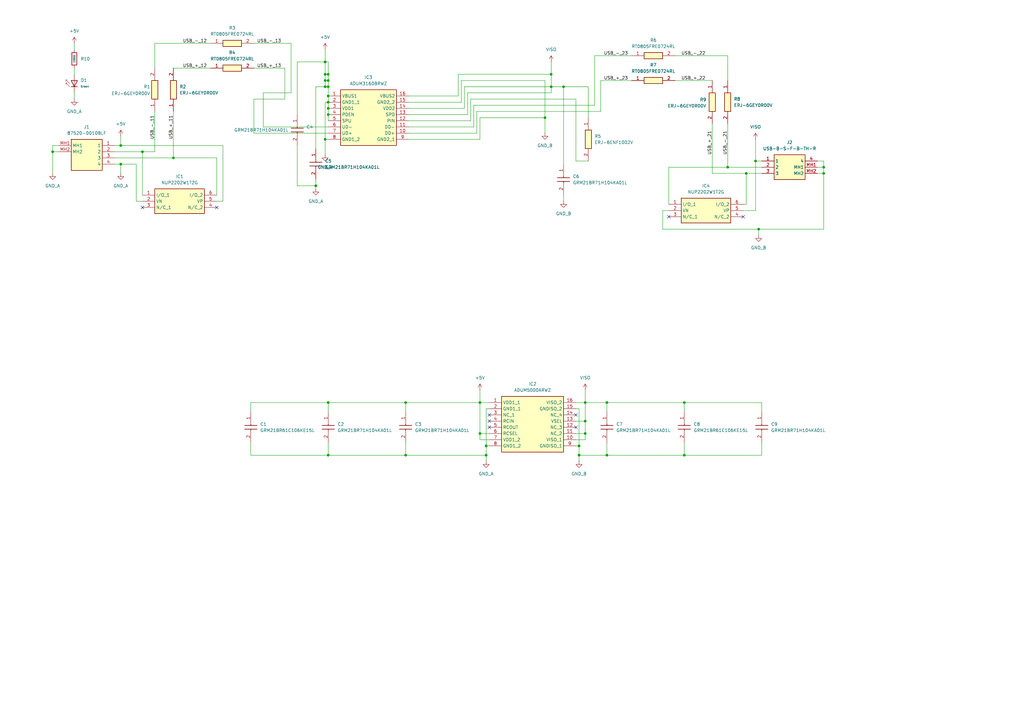
<source format=kicad_sch>
(kicad_sch
	(version 20250114)
	(generator "eeschema")
	(generator_version "9.0")
	(uuid "5910c6d2-a267-4828-aca9-b1384dc08951")
	(paper "A3")
	(lib_symbols
		(symbol "PCM_JLCPCB-Diodes:LED,0603,Green"
			(pin_numbers
				(hide yes)
			)
			(pin_names
				(offset 0)
			)
			(exclude_from_sim no)
			(in_bom yes)
			(on_board yes)
			(property "Reference" "D"
				(at 2.032 0.834 0)
				(effects
					(font
						(size 1.27 1.27)
					)
					(justify left)
				)
			)
			(property "Value" "Green"
				(at 2.032 -1.2122 0)
				(effects
					(font
						(size 0.8 0.8)
					)
					(justify left)
				)
			)
			(property "Footprint" "PCM_JLCPCB:D_0603"
				(at -1.778 0 90)
				(effects
					(font
						(size 1.27 1.27)
					)
					(hide yes)
				)
			)
			(property "Datasheet" "https://wmsc.lcsc.com/wmsc/upload/file/pdf/v2/lcsc/2207051802_Everlight-Elec-19-217-GHC-YR1S2-6T_C2986059.pdf"
				(at 0 0 0)
				(effects
					(font
						(size 1.27 1.27)
					)
					(hide yes)
				)
			)
			(property "Description" "0603 LED Indication - Discrete ROHS"
				(at 0 0 0)
				(effects
					(font
						(size 1.27 1.27)
					)
					(hide yes)
				)
			)
			(property "LCSC" "C2986059"
				(at 0 0 0)
				(effects
					(font
						(size 1.27 1.27)
					)
					(hide yes)
				)
			)
			(property "Stock" "57952"
				(at 0 0 0)
				(effects
					(font
						(size 1.27 1.27)
					)
					(hide yes)
				)
			)
			(property "Price" "0.021USD"
				(at 0 0 0)
				(effects
					(font
						(size 1.27 1.27)
					)
					(hide yes)
				)
			)
			(property "Process" "SMT"
				(at 0 0 0)
				(effects
					(font
						(size 1.27 1.27)
					)
					(hide yes)
				)
			)
			(property "Minimum Qty" "20"
				(at 0 0 0)
				(effects
					(font
						(size 1.27 1.27)
					)
					(hide yes)
				)
			)
			(property "Attrition Qty" "8"
				(at 0 0 0)
				(effects
					(font
						(size 1.27 1.27)
					)
					(hide yes)
				)
			)
			(property "Class" "Preferred Component"
				(at 0 0 0)
				(effects
					(font
						(size 1.27 1.27)
					)
					(hide yes)
				)
			)
			(property "Category" "Optocoupler/LED/Digital Tube/Photoelectric Device,Light Emitting Diodes (LED)"
				(at 0 0 0)
				(effects
					(font
						(size 1.27 1.27)
					)
					(hide yes)
				)
			)
			(property "Manufacturer" "Everlight Elec"
				(at 0 0 0)
				(effects
					(font
						(size 1.27 1.27)
					)
					(hide yes)
				)
			)
			(property "Part" "19-217/GHC-YR1S2/6T"
				(at 0 0 0)
				(effects
					(font
						(size 1.27 1.27)
					)
					(hide yes)
				)
			)
			(property "ki_fp_filters" "D_*"
				(at 0 0 0)
				(effects
					(font
						(size 1.27 1.27)
					)
					(hide yes)
				)
			)
			(symbol "LED,0603,Green_0_1"
				(polyline
					(pts
						(xy -1.905 0) (xy -3.429 1.524) (xy -3.429 1.016) (xy -3.429 1.524) (xy -2.921 1.524)
					)
					(stroke
						(width 0.127)
						(type default)
					)
					(fill
						(type none)
					)
				)
				(polyline
					(pts
						(xy -1.905 -1.27) (xy -3.429 0.254) (xy -3.429 -0.254) (xy -3.429 0.254) (xy -2.921 0.254)
					)
					(stroke
						(width 0.127)
						(type default)
					)
					(fill
						(type none)
					)
				)
				(polyline
					(pts
						(xy -1.27 1.27) (xy 0 -1.27) (xy 1.27 1.27) (xy -1.27 1.27)
					)
					(stroke
						(width 0.254)
						(type default)
					)
					(fill
						(type none)
					)
				)
				(polyline
					(pts
						(xy -1.27 -1.27) (xy 1.27 -1.27)
					)
					(stroke
						(width 0.254)
						(type default)
					)
					(fill
						(type none)
					)
				)
			)
			(symbol "LED,0603,Green_1_1"
				(pin passive line
					(at 0 3.81 270)
					(length 3.81)
					(name "~"
						(effects
							(font
								(size 1.27 1.27)
							)
						)
					)
					(number "2"
						(effects
							(font
								(size 1.27 1.27)
							)
						)
					)
				)
				(pin passive line
					(at 0 -3.81 90)
					(length 3.81)
					(name "~"
						(effects
							(font
								(size 1.27 1.27)
							)
						)
					)
					(number "1"
						(effects
							(font
								(size 1.27 1.27)
							)
						)
					)
				)
			)
			(embedded_fonts no)
		)
		(symbol "PCM_JLCPCB-Resistors:0603,100Ω"
			(pin_numbers
				(hide yes)
			)
			(pin_names
				(offset 0)
			)
			(exclude_from_sim no)
			(in_bom yes)
			(on_board yes)
			(property "Reference" "R"
				(at 1.778 0 0)
				(effects
					(font
						(size 1.27 1.27)
					)
					(justify left)
				)
			)
			(property "Value" "100Ω"
				(at 0 0 90)
				(do_not_autoplace)
				(effects
					(font
						(size 0.8 0.8)
					)
				)
			)
			(property "Footprint" "PCM_JLCPCB:R_0603"
				(at -1.778 0 90)
				(effects
					(font
						(size 1.27 1.27)
					)
					(hide yes)
				)
			)
			(property "Datasheet" "https://www.lcsc.com/datasheet/lcsc_datasheet_2411221126_UNI-ROYAL-Uniroyal-Elec-0603WAF1000T5E_C22775.pdf"
				(at 0 0 0)
				(effects
					(font
						(size 1.27 1.27)
					)
					(hide yes)
				)
			)
			(property "Description" "100mW Thick Film Resistors 75V ±1% ±200ppm/°C 100Ω 0603 Chip Resistor - Surface Mount ROHS"
				(at 0 0 0)
				(effects
					(font
						(size 1.27 1.27)
					)
					(hide yes)
				)
			)
			(property "LCSC" "C22775"
				(at 0 0 0)
				(effects
					(font
						(size 1.27 1.27)
					)
					(hide yes)
				)
			)
			(property "Stock" "7860363"
				(at 0 0 0)
				(effects
					(font
						(size 1.27 1.27)
					)
					(hide yes)
				)
			)
			(property "Price" "0.004USD"
				(at 0 0 0)
				(effects
					(font
						(size 1.27 1.27)
					)
					(hide yes)
				)
			)
			(property "Process" "SMT"
				(at 0 0 0)
				(effects
					(font
						(size 1.27 1.27)
					)
					(hide yes)
				)
			)
			(property "Minimum Qty" "20"
				(at 0 0 0)
				(effects
					(font
						(size 1.27 1.27)
					)
					(hide yes)
				)
			)
			(property "Attrition Qty" "10"
				(at 0 0 0)
				(effects
					(font
						(size 1.27 1.27)
					)
					(hide yes)
				)
			)
			(property "Class" "Basic Component"
				(at 0 0 0)
				(effects
					(font
						(size 1.27 1.27)
					)
					(hide yes)
				)
			)
			(property "Category" "Resistors,Chip Resistor - Surface Mount"
				(at 0 0 0)
				(effects
					(font
						(size 1.27 1.27)
					)
					(hide yes)
				)
			)
			(property "Manufacturer" "UNI-ROYAL(Uniroyal Elec)"
				(at 0 0 0)
				(effects
					(font
						(size 1.27 1.27)
					)
					(hide yes)
				)
			)
			(property "Part" "0603WAF1000T5E"
				(at 0 0 0)
				(effects
					(font
						(size 1.27 1.27)
					)
					(hide yes)
				)
			)
			(property "Resistance" "100Ω"
				(at 0 0 0)
				(effects
					(font
						(size 1.27 1.27)
					)
					(hide yes)
				)
			)
			(property "Power(Watts)" "100mW"
				(at 0 0 0)
				(effects
					(font
						(size 1.27 1.27)
					)
					(hide yes)
				)
			)
			(property "Type" "Thick Film Resistors"
				(at 0 0 0)
				(effects
					(font
						(size 1.27 1.27)
					)
					(hide yes)
				)
			)
			(property "Overload Voltage (Max)" "75V"
				(at 0 0 0)
				(effects
					(font
						(size 1.27 1.27)
					)
					(hide yes)
				)
			)
			(property "Operating Temperature Range" "-55°C~+155°C"
				(at 0 0 0)
				(effects
					(font
						(size 1.27 1.27)
					)
					(hide yes)
				)
			)
			(property "Tolerance" "±1%"
				(at 0 0 0)
				(effects
					(font
						(size 1.27 1.27)
					)
					(hide yes)
				)
			)
			(property "Temperature Coefficient" "±200ppm/°C"
				(at 0 0 0)
				(effects
					(font
						(size 1.27 1.27)
					)
					(hide yes)
				)
			)
			(property "ki_fp_filters" "R_*"
				(at 0 0 0)
				(effects
					(font
						(size 1.27 1.27)
					)
					(hide yes)
				)
			)
			(symbol "0603,100Ω_0_1"
				(rectangle
					(start -1.016 2.54)
					(end 1.016 -2.54)
					(stroke
						(width 0.254)
						(type default)
					)
					(fill
						(type none)
					)
				)
			)
			(symbol "0603,100Ω_1_1"
				(pin passive line
					(at 0 3.81 270)
					(length 1.27)
					(name "~"
						(effects
							(font
								(size 1.27 1.27)
							)
						)
					)
					(number "1"
						(effects
							(font
								(size 1.27 1.27)
							)
						)
					)
				)
				(pin passive line
					(at 0 -3.81 90)
					(length 1.27)
					(name "~"
						(effects
							(font
								(size 1.27 1.27)
							)
						)
					)
					(number "2"
						(effects
							(font
								(size 1.27 1.27)
							)
						)
					)
				)
			)
			(embedded_fonts no)
		)
		(symbol "SamacSys_Parts:87520-0010BLF"
			(exclude_from_sim no)
			(in_bom yes)
			(on_board yes)
			(property "Reference" "J"
				(at 19.05 7.62 0)
				(effects
					(font
						(size 1.27 1.27)
					)
					(justify left top)
				)
			)
			(property "Value" "87520-0010BLF"
				(at 19.05 5.08 0)
				(effects
					(font
						(size 1.27 1.27)
					)
					(justify left top)
				)
			)
			(property "Footprint" "875200010BLF"
				(at 19.05 -94.92 0)
				(effects
					(font
						(size 1.27 1.27)
					)
					(justify left top)
					(hide yes)
				)
			)
			(property "Datasheet" "https://cdn.amphenol-cs.com/media/wysiwyg/files/drawing/87520.pdf"
				(at 19.05 -194.92 0)
				(effects
					(font
						(size 1.27 1.27)
					)
					(justify left top)
					(hide yes)
				)
			)
			(property "Description" "USB 2.0, Input Output Connector, USB Type A, Standard, Right Angle, Through Hole, Single Decks, 4 Positions"
				(at 0 0 0)
				(effects
					(font
						(size 1.27 1.27)
					)
					(hide yes)
				)
			)
			(property "Height" "8"
				(at 19.05 -394.92 0)
				(effects
					(font
						(size 1.27 1.27)
					)
					(justify left top)
					(hide yes)
				)
			)
			(property "Manufacturer_Name" "Amphenol Communications Solutions"
				(at 19.05 -494.92 0)
				(effects
					(font
						(size 1.27 1.27)
					)
					(justify left top)
					(hide yes)
				)
			)
			(property "Manufacturer_Part_Number" "87520-0010BLF"
				(at 19.05 -594.92 0)
				(effects
					(font
						(size 1.27 1.27)
					)
					(justify left top)
					(hide yes)
				)
			)
			(property "Mouser Part Number" ""
				(at 19.05 -694.92 0)
				(effects
					(font
						(size 1.27 1.27)
					)
					(justify left top)
					(hide yes)
				)
			)
			(property "Mouser Price/Stock" ""
				(at 19.05 -794.92 0)
				(effects
					(font
						(size 1.27 1.27)
					)
					(justify left top)
					(hide yes)
				)
			)
			(property "Arrow Part Number" "87520-0010BLF"
				(at 19.05 -894.92 0)
				(effects
					(font
						(size 1.27 1.27)
					)
					(justify left top)
					(hide yes)
				)
			)
			(property "Arrow Price/Stock" "https://www.arrow.com/en/products/87520-0010blf/amphenol-fci?region=europe"
				(at 19.05 -994.92 0)
				(effects
					(font
						(size 1.27 1.27)
					)
					(justify left top)
					(hide yes)
				)
			)
			(symbol "87520-0010BLF_1_1"
				(rectangle
					(start 5.08 2.54)
					(end 17.78 -10.16)
					(stroke
						(width 0.254)
						(type default)
					)
					(fill
						(type background)
					)
				)
				(pin passive line
					(at 0 0 0)
					(length 5.08)
					(name "MH1"
						(effects
							(font
								(size 1.27 1.27)
							)
						)
					)
					(number "MH1"
						(effects
							(font
								(size 1.27 1.27)
							)
						)
					)
				)
				(pin passive line
					(at 0 -2.54 0)
					(length 5.08)
					(name "MH2"
						(effects
							(font
								(size 1.27 1.27)
							)
						)
					)
					(number "MH2"
						(effects
							(font
								(size 1.27 1.27)
							)
						)
					)
				)
				(pin passive line
					(at 22.86 0 180)
					(length 5.08)
					(name "1"
						(effects
							(font
								(size 1.27 1.27)
							)
						)
					)
					(number "1"
						(effects
							(font
								(size 1.27 1.27)
							)
						)
					)
				)
				(pin passive line
					(at 22.86 -2.54 180)
					(length 5.08)
					(name "2"
						(effects
							(font
								(size 1.27 1.27)
							)
						)
					)
					(number "2"
						(effects
							(font
								(size 1.27 1.27)
							)
						)
					)
				)
				(pin passive line
					(at 22.86 -5.08 180)
					(length 5.08)
					(name "3"
						(effects
							(font
								(size 1.27 1.27)
							)
						)
					)
					(number "3"
						(effects
							(font
								(size 1.27 1.27)
							)
						)
					)
				)
				(pin passive line
					(at 22.86 -7.62 180)
					(length 5.08)
					(name "4"
						(effects
							(font
								(size 1.27 1.27)
							)
						)
					)
					(number "4"
						(effects
							(font
								(size 1.27 1.27)
							)
						)
					)
				)
			)
			(embedded_fonts no)
		)
		(symbol "SamacSys_Parts:ADUM3160BRWZ"
			(exclude_from_sim no)
			(in_bom yes)
			(on_board yes)
			(property "Reference" "IC"
				(at 29.21 7.62 0)
				(effects
					(font
						(size 1.27 1.27)
					)
					(justify left top)
				)
			)
			(property "Value" "ADUM3160BRWZ"
				(at 29.21 5.08 0)
				(effects
					(font
						(size 1.27 1.27)
					)
					(justify left top)
				)
			)
			(property "Footprint" "SOIC127P1032X265-16N"
				(at 29.21 -94.92 0)
				(effects
					(font
						(size 1.27 1.27)
					)
					(justify left top)
					(hide yes)
				)
			)
			(property "Datasheet" "http://www.analog.com/media/en/technical-documentation/data-sheets/ADuM3160.pdf"
				(at 29.21 -194.92 0)
				(effects
					(font
						(size 1.27 1.27)
					)
					(justify left top)
					(hide yes)
				)
			)
			(property "Description" "Analog Devices ADUM3160BRWZ PCB SMT Digital Isolator, 2500 V, 16-Pin SO16"
				(at 0 0 0)
				(effects
					(font
						(size 1.27 1.27)
					)
					(hide yes)
				)
			)
			(property "Height" "2.65"
				(at 29.21 -394.92 0)
				(effects
					(font
						(size 1.27 1.27)
					)
					(justify left top)
					(hide yes)
				)
			)
			(property "Manufacturer_Name" "Analog Devices"
				(at 29.21 -494.92 0)
				(effects
					(font
						(size 1.27 1.27)
					)
					(justify left top)
					(hide yes)
				)
			)
			(property "Manufacturer_Part_Number" "ADUM3160BRWZ"
				(at 29.21 -594.92 0)
				(effects
					(font
						(size 1.27 1.27)
					)
					(justify left top)
					(hide yes)
				)
			)
			(property "Mouser Part Number" "584-ADUM3160BRWZ"
				(at 29.21 -694.92 0)
				(effects
					(font
						(size 1.27 1.27)
					)
					(justify left top)
					(hide yes)
				)
			)
			(property "Mouser Price/Stock" "https://www.mouser.co.uk/ProductDetail/Analog-Devices/ADUM3160BRWZ?qs=WIvQP4zGanjmPiCfFUKkZQ%3D%3D"
				(at 29.21 -794.92 0)
				(effects
					(font
						(size 1.27 1.27)
					)
					(justify left top)
					(hide yes)
				)
			)
			(property "Arrow Part Number" "ADUM3160BRWZ"
				(at 29.21 -894.92 0)
				(effects
					(font
						(size 1.27 1.27)
					)
					(justify left top)
					(hide yes)
				)
			)
			(property "Arrow Price/Stock" "https://www.arrow.com/en/products/adum3160brwz/analog-devices?utm_currency=USD&region=nac"
				(at 29.21 -994.92 0)
				(effects
					(font
						(size 1.27 1.27)
					)
					(justify left top)
					(hide yes)
				)
			)
			(symbol "ADUM3160BRWZ_1_1"
				(rectangle
					(start 5.08 2.54)
					(end 27.94 -20.32)
					(stroke
						(width 0.254)
						(type default)
					)
					(fill
						(type background)
					)
				)
				(pin passive line
					(at 0 0 0)
					(length 5.08)
					(name "VBUS1"
						(effects
							(font
								(size 1.27 1.27)
							)
						)
					)
					(number "1"
						(effects
							(font
								(size 1.27 1.27)
							)
						)
					)
				)
				(pin passive line
					(at 0 -2.54 0)
					(length 5.08)
					(name "GND1_1"
						(effects
							(font
								(size 1.27 1.27)
							)
						)
					)
					(number "2"
						(effects
							(font
								(size 1.27 1.27)
							)
						)
					)
				)
				(pin passive line
					(at 0 -5.08 0)
					(length 5.08)
					(name "VDD1"
						(effects
							(font
								(size 1.27 1.27)
							)
						)
					)
					(number "3"
						(effects
							(font
								(size 1.27 1.27)
							)
						)
					)
				)
				(pin passive line
					(at 0 -7.62 0)
					(length 5.08)
					(name "PDEN"
						(effects
							(font
								(size 1.27 1.27)
							)
						)
					)
					(number "4"
						(effects
							(font
								(size 1.27 1.27)
							)
						)
					)
				)
				(pin passive line
					(at 0 -10.16 0)
					(length 5.08)
					(name "SPU"
						(effects
							(font
								(size 1.27 1.27)
							)
						)
					)
					(number "5"
						(effects
							(font
								(size 1.27 1.27)
							)
						)
					)
				)
				(pin passive line
					(at 0 -12.7 0)
					(length 5.08)
					(name "UD-"
						(effects
							(font
								(size 1.27 1.27)
							)
						)
					)
					(number "6"
						(effects
							(font
								(size 1.27 1.27)
							)
						)
					)
				)
				(pin passive line
					(at 0 -15.24 0)
					(length 5.08)
					(name "UD+"
						(effects
							(font
								(size 1.27 1.27)
							)
						)
					)
					(number "7"
						(effects
							(font
								(size 1.27 1.27)
							)
						)
					)
				)
				(pin passive line
					(at 0 -17.78 0)
					(length 5.08)
					(name "GND1_2"
						(effects
							(font
								(size 1.27 1.27)
							)
						)
					)
					(number "8"
						(effects
							(font
								(size 1.27 1.27)
							)
						)
					)
				)
				(pin passive line
					(at 33.02 0 180)
					(length 5.08)
					(name "VBUS2"
						(effects
							(font
								(size 1.27 1.27)
							)
						)
					)
					(number "16"
						(effects
							(font
								(size 1.27 1.27)
							)
						)
					)
				)
				(pin passive line
					(at 33.02 -2.54 180)
					(length 5.08)
					(name "GND2_2"
						(effects
							(font
								(size 1.27 1.27)
							)
						)
					)
					(number "15"
						(effects
							(font
								(size 1.27 1.27)
							)
						)
					)
				)
				(pin passive line
					(at 33.02 -5.08 180)
					(length 5.08)
					(name "VDD2"
						(effects
							(font
								(size 1.27 1.27)
							)
						)
					)
					(number "14"
						(effects
							(font
								(size 1.27 1.27)
							)
						)
					)
				)
				(pin passive line
					(at 33.02 -7.62 180)
					(length 5.08)
					(name "SPD"
						(effects
							(font
								(size 1.27 1.27)
							)
						)
					)
					(number "13"
						(effects
							(font
								(size 1.27 1.27)
							)
						)
					)
				)
				(pin passive line
					(at 33.02 -10.16 180)
					(length 5.08)
					(name "PIN"
						(effects
							(font
								(size 1.27 1.27)
							)
						)
					)
					(number "12"
						(effects
							(font
								(size 1.27 1.27)
							)
						)
					)
				)
				(pin passive line
					(at 33.02 -12.7 180)
					(length 5.08)
					(name "DD-"
						(effects
							(font
								(size 1.27 1.27)
							)
						)
					)
					(number "11"
						(effects
							(font
								(size 1.27 1.27)
							)
						)
					)
				)
				(pin passive line
					(at 33.02 -15.24 180)
					(length 5.08)
					(name "DD+"
						(effects
							(font
								(size 1.27 1.27)
							)
						)
					)
					(number "10"
						(effects
							(font
								(size 1.27 1.27)
							)
						)
					)
				)
				(pin passive line
					(at 33.02 -17.78 180)
					(length 5.08)
					(name "GND2_1"
						(effects
							(font
								(size 1.27 1.27)
							)
						)
					)
					(number "9"
						(effects
							(font
								(size 1.27 1.27)
							)
						)
					)
				)
			)
			(embedded_fonts no)
		)
		(symbol "SamacSys_Parts:ADUM5000ARWZ"
			(exclude_from_sim no)
			(in_bom yes)
			(on_board yes)
			(property "Reference" "IC"
				(at 31.75 7.62 0)
				(effects
					(font
						(size 1.27 1.27)
					)
					(justify left top)
				)
			)
			(property "Value" "ADUM5000ARWZ"
				(at 31.75 5.08 0)
				(effects
					(font
						(size 1.27 1.27)
					)
					(justify left top)
				)
			)
			(property "Footprint" "SOIC127P1032X265-16N"
				(at 31.75 -94.92 0)
				(effects
					(font
						(size 1.27 1.27)
					)
					(justify left top)
					(hide yes)
				)
			)
			(property "Datasheet" "https://www.analog.com/media/en/technical-documentation/data-sheets/ADuM5000.pdf"
				(at 31.75 -194.92 0)
				(effects
					(font
						(size 1.27 1.27)
					)
					(justify left top)
					(hide yes)
				)
			)
			(property "Description" "Switching Voltage Regulators 2.5kV DC/DC Cnvtr IC"
				(at 0 0 0)
				(effects
					(font
						(size 1.27 1.27)
					)
					(hide yes)
				)
			)
			(property "Height" "2.65"
				(at 31.75 -394.92 0)
				(effects
					(font
						(size 1.27 1.27)
					)
					(justify left top)
					(hide yes)
				)
			)
			(property "Manufacturer_Name" "Analog Devices"
				(at 31.75 -494.92 0)
				(effects
					(font
						(size 1.27 1.27)
					)
					(justify left top)
					(hide yes)
				)
			)
			(property "Manufacturer_Part_Number" "ADUM5000ARWZ"
				(at 31.75 -594.92 0)
				(effects
					(font
						(size 1.27 1.27)
					)
					(justify left top)
					(hide yes)
				)
			)
			(property "Mouser Part Number" "584-ADUM5000ARWZ"
				(at 31.75 -694.92 0)
				(effects
					(font
						(size 1.27 1.27)
					)
					(justify left top)
					(hide yes)
				)
			)
			(property "Mouser Price/Stock" "https://www.mouser.co.uk/ProductDetail/Analog-Devices/ADUM5000ARWZ?qs=WIvQP4zGanhtQujw%2FAjUEw%3D%3D"
				(at 31.75 -794.92 0)
				(effects
					(font
						(size 1.27 1.27)
					)
					(justify left top)
					(hide yes)
				)
			)
			(property "Arrow Part Number" "ADUM5000ARWZ"
				(at 31.75 -894.92 0)
				(effects
					(font
						(size 1.27 1.27)
					)
					(justify left top)
					(hide yes)
				)
			)
			(property "Arrow Price/Stock" "https://www.arrow.com/en/products/adum5000arwz/analog-devices?region=europe"
				(at 31.75 -994.92 0)
				(effects
					(font
						(size 1.27 1.27)
					)
					(justify left top)
					(hide yes)
				)
			)
			(symbol "ADUM5000ARWZ_1_1"
				(rectangle
					(start 5.08 2.54)
					(end 30.48 -20.32)
					(stroke
						(width 0.254)
						(type default)
					)
					(fill
						(type background)
					)
				)
				(pin passive line
					(at 0 0 0)
					(length 5.08)
					(name "VDD1_1"
						(effects
							(font
								(size 1.27 1.27)
							)
						)
					)
					(number "1"
						(effects
							(font
								(size 1.27 1.27)
							)
						)
					)
				)
				(pin passive line
					(at 0 -2.54 0)
					(length 5.08)
					(name "GND1_1"
						(effects
							(font
								(size 1.27 1.27)
							)
						)
					)
					(number "2"
						(effects
							(font
								(size 1.27 1.27)
							)
						)
					)
				)
				(pin passive line
					(at 0 -5.08 0)
					(length 5.08)
					(name "NC_1"
						(effects
							(font
								(size 1.27 1.27)
							)
						)
					)
					(number "3"
						(effects
							(font
								(size 1.27 1.27)
							)
						)
					)
				)
				(pin passive line
					(at 0 -7.62 0)
					(length 5.08)
					(name "RCIN"
						(effects
							(font
								(size 1.27 1.27)
							)
						)
					)
					(number "4"
						(effects
							(font
								(size 1.27 1.27)
							)
						)
					)
				)
				(pin passive line
					(at 0 -10.16 0)
					(length 5.08)
					(name "RCOUT"
						(effects
							(font
								(size 1.27 1.27)
							)
						)
					)
					(number "5"
						(effects
							(font
								(size 1.27 1.27)
							)
						)
					)
				)
				(pin passive line
					(at 0 -12.7 0)
					(length 5.08)
					(name "RCSEL"
						(effects
							(font
								(size 1.27 1.27)
							)
						)
					)
					(number "6"
						(effects
							(font
								(size 1.27 1.27)
							)
						)
					)
				)
				(pin passive line
					(at 0 -15.24 0)
					(length 5.08)
					(name "VDD1_2"
						(effects
							(font
								(size 1.27 1.27)
							)
						)
					)
					(number "7"
						(effects
							(font
								(size 1.27 1.27)
							)
						)
					)
				)
				(pin passive line
					(at 0 -17.78 0)
					(length 5.08)
					(name "GND1_2"
						(effects
							(font
								(size 1.27 1.27)
							)
						)
					)
					(number "8"
						(effects
							(font
								(size 1.27 1.27)
							)
						)
					)
				)
				(pin passive line
					(at 35.56 0 180)
					(length 5.08)
					(name "VISO_2"
						(effects
							(font
								(size 1.27 1.27)
							)
						)
					)
					(number "16"
						(effects
							(font
								(size 1.27 1.27)
							)
						)
					)
				)
				(pin passive line
					(at 35.56 -2.54 180)
					(length 5.08)
					(name "GNDISO_2"
						(effects
							(font
								(size 1.27 1.27)
							)
						)
					)
					(number "15"
						(effects
							(font
								(size 1.27 1.27)
							)
						)
					)
				)
				(pin passive line
					(at 35.56 -5.08 180)
					(length 5.08)
					(name "NC_4"
						(effects
							(font
								(size 1.27 1.27)
							)
						)
					)
					(number "14"
						(effects
							(font
								(size 1.27 1.27)
							)
						)
					)
				)
				(pin passive line
					(at 35.56 -7.62 180)
					(length 5.08)
					(name "VSEL"
						(effects
							(font
								(size 1.27 1.27)
							)
						)
					)
					(number "13"
						(effects
							(font
								(size 1.27 1.27)
							)
						)
					)
				)
				(pin passive line
					(at 35.56 -10.16 180)
					(length 5.08)
					(name "NC_3"
						(effects
							(font
								(size 1.27 1.27)
							)
						)
					)
					(number "12"
						(effects
							(font
								(size 1.27 1.27)
							)
						)
					)
				)
				(pin passive line
					(at 35.56 -12.7 180)
					(length 5.08)
					(name "NC_2"
						(effects
							(font
								(size 1.27 1.27)
							)
						)
					)
					(number "11"
						(effects
							(font
								(size 1.27 1.27)
							)
						)
					)
				)
				(pin passive line
					(at 35.56 -15.24 180)
					(length 5.08)
					(name "VISO_1"
						(effects
							(font
								(size 1.27 1.27)
							)
						)
					)
					(number "10"
						(effects
							(font
								(size 1.27 1.27)
							)
						)
					)
				)
				(pin passive line
					(at 35.56 -17.78 180)
					(length 5.08)
					(name "GNDISO_1"
						(effects
							(font
								(size 1.27 1.27)
							)
						)
					)
					(number "9"
						(effects
							(font
								(size 1.27 1.27)
							)
						)
					)
				)
			)
			(embedded_fonts no)
		)
		(symbol "SamacSys_Parts:ERJ-6ENF1002V"
			(pin_names
				(hide yes)
			)
			(exclude_from_sim no)
			(in_bom yes)
			(on_board yes)
			(property "Reference" "R"
				(at 13.97 6.35 0)
				(effects
					(font
						(size 1.27 1.27)
					)
					(justify left top)
				)
			)
			(property "Value" "ERJ-6ENF1002V"
				(at 13.97 3.81 0)
				(effects
					(font
						(size 1.27 1.27)
					)
					(justify left top)
				)
			)
			(property "Footprint" "ERJ6ENF1000V"
				(at 13.97 -96.19 0)
				(effects
					(font
						(size 1.27 1.27)
					)
					(justify left top)
					(hide yes)
				)
			)
			(property "Datasheet" "https://industrial.panasonic.com/cdbs/www-data/pdf/RDA0000/AOA0000C84.pdf"
				(at 13.97 -196.19 0)
				(effects
					(font
						(size 1.27 1.27)
					)
					(justify left top)
					(hide yes)
				)
			)
			(property "Description" "Thick Film Resistors - SMD 0805 10Kohms 1% AEC-Q200"
				(at 0 0 0)
				(effects
					(font
						(size 1.27 1.27)
					)
					(hide yes)
				)
			)
			(property "Height" "0.7"
				(at 13.97 -396.19 0)
				(effects
					(font
						(size 1.27 1.27)
					)
					(justify left top)
					(hide yes)
				)
			)
			(property "Manufacturer_Name" "Panasonic"
				(at 13.97 -496.19 0)
				(effects
					(font
						(size 1.27 1.27)
					)
					(justify left top)
					(hide yes)
				)
			)
			(property "Manufacturer_Part_Number" "ERJ-6ENF1002V"
				(at 13.97 -596.19 0)
				(effects
					(font
						(size 1.27 1.27)
					)
					(justify left top)
					(hide yes)
				)
			)
			(property "Mouser Part Number" "667-ERJ-6ENF1002V"
				(at 13.97 -696.19 0)
				(effects
					(font
						(size 1.27 1.27)
					)
					(justify left top)
					(hide yes)
				)
			)
			(property "Mouser Price/Stock" "https://www.mouser.co.uk/ProductDetail/Panasonic/ERJ-6ENF1002V?qs=4WZYzuGhm5pfKPfuMiCO5g%3D%3D"
				(at 13.97 -796.19 0)
				(effects
					(font
						(size 1.27 1.27)
					)
					(justify left top)
					(hide yes)
				)
			)
			(property "Arrow Part Number" "ERJ-6ENF1002V"
				(at 13.97 -896.19 0)
				(effects
					(font
						(size 1.27 1.27)
					)
					(justify left top)
					(hide yes)
				)
			)
			(property "Arrow Price/Stock" "https://www.arrow.com/en/products/erj-6enf1002v/panasonic?utm_currency=USD&region=europe"
				(at 13.97 -996.19 0)
				(effects
					(font
						(size 1.27 1.27)
					)
					(justify left top)
					(hide yes)
				)
			)
			(symbol "ERJ-6ENF1002V_1_1"
				(rectangle
					(start 5.08 1.27)
					(end 12.7 -1.27)
					(stroke
						(width 0.254)
						(type default)
					)
					(fill
						(type background)
					)
				)
				(pin passive line
					(at 0 0 0)
					(length 5.08)
					(name "1"
						(effects
							(font
								(size 1.27 1.27)
							)
						)
					)
					(number "1"
						(effects
							(font
								(size 1.27 1.27)
							)
						)
					)
				)
				(pin passive line
					(at 17.78 0 180)
					(length 5.08)
					(name "2"
						(effects
							(font
								(size 1.27 1.27)
							)
						)
					)
					(number "2"
						(effects
							(font
								(size 1.27 1.27)
							)
						)
					)
				)
			)
			(embedded_fonts no)
		)
		(symbol "SamacSys_Parts:ERJ-6GEY0R00V"
			(pin_names
				(hide yes)
			)
			(exclude_from_sim no)
			(in_bom yes)
			(on_board yes)
			(property "Reference" "R"
				(at 13.97 6.35 0)
				(effects
					(font
						(size 1.27 1.27)
					)
					(justify left top)
				)
			)
			(property "Value" "ERJ-6GEY0R00V"
				(at 13.97 3.81 0)
				(effects
					(font
						(size 1.27 1.27)
					)
					(justify left top)
				)
			)
			(property "Footprint" "RESC2012X70N"
				(at 13.97 -96.19 0)
				(effects
					(font
						(size 1.27 1.27)
					)
					(justify left top)
					(hide yes)
				)
			)
			(property "Datasheet" "http://componentsearchengine.com/Datasheets/1/ERJ-6GEY0R00V.pdf"
				(at 13.97 -196.19 0)
				(effects
					(font
						(size 1.27 1.27)
					)
					(justify left top)
					(hide yes)
				)
			)
			(property "Description" "RESISTOR, 0805 0 Ohm +/-5% 0.125 W"
				(at 0 0 0)
				(effects
					(font
						(size 1.27 1.27)
					)
					(hide yes)
				)
			)
			(property "Height" "0.7"
				(at 13.97 -396.19 0)
				(effects
					(font
						(size 1.27 1.27)
					)
					(justify left top)
					(hide yes)
				)
			)
			(property "Manufacturer_Name" "Panasonic"
				(at 13.97 -496.19 0)
				(effects
					(font
						(size 1.27 1.27)
					)
					(justify left top)
					(hide yes)
				)
			)
			(property "Manufacturer_Part_Number" "ERJ-6GEY0R00V"
				(at 13.97 -596.19 0)
				(effects
					(font
						(size 1.27 1.27)
					)
					(justify left top)
					(hide yes)
				)
			)
			(property "Mouser Part Number" "667-ERJ-6GEY0R00V"
				(at 13.97 -696.19 0)
				(effects
					(font
						(size 1.27 1.27)
					)
					(justify left top)
					(hide yes)
				)
			)
			(property "Mouser Price/Stock" "https://www.mouser.co.uk/ProductDetail/Panasonic/ERJ-6GEY0R00V?qs=tQNqqtTOejLLHbaWAzeH1w%3D%3D"
				(at 13.97 -796.19 0)
				(effects
					(font
						(size 1.27 1.27)
					)
					(justify left top)
					(hide yes)
				)
			)
			(property "Arrow Part Number" "ERJ-6GEY0R00V"
				(at 13.97 -896.19 0)
				(effects
					(font
						(size 1.27 1.27)
					)
					(justify left top)
					(hide yes)
				)
			)
			(property "Arrow Price/Stock" "https://www.arrow.com/en/products/erj-6gey0r00v/panasonic?utm_currency=USD&region=nac"
				(at 13.97 -996.19 0)
				(effects
					(font
						(size 1.27 1.27)
					)
					(justify left top)
					(hide yes)
				)
			)
			(symbol "ERJ-6GEY0R00V_1_1"
				(rectangle
					(start 5.08 1.27)
					(end 12.7 -1.27)
					(stroke
						(width 0.254)
						(type default)
					)
					(fill
						(type background)
					)
				)
				(pin passive line
					(at 0 0 0)
					(length 5.08)
					(name "1"
						(effects
							(font
								(size 1.27 1.27)
							)
						)
					)
					(number "1"
						(effects
							(font
								(size 1.27 1.27)
							)
						)
					)
				)
				(pin passive line
					(at 17.78 0 180)
					(length 5.08)
					(name "2"
						(effects
							(font
								(size 1.27 1.27)
							)
						)
					)
					(number "2"
						(effects
							(font
								(size 1.27 1.27)
							)
						)
					)
				)
			)
			(embedded_fonts no)
		)
		(symbol "SamacSys_Parts:GRM21BR61C106KE15L"
			(pin_names
				(hide yes)
			)
			(exclude_from_sim no)
			(in_bom yes)
			(on_board yes)
			(property "Reference" "C"
				(at 8.89 6.35 0)
				(effects
					(font
						(size 1.27 1.27)
					)
					(justify left top)
				)
			)
			(property "Value" "GRM21BR61C106KE15L"
				(at 8.89 3.81 0)
				(effects
					(font
						(size 1.27 1.27)
					)
					(justify left top)
				)
			)
			(property "Footprint" "CAPC2012X145N"
				(at 8.89 -96.19 0)
				(effects
					(font
						(size 1.27 1.27)
					)
					(justify left top)
					(hide yes)
				)
			)
			(property "Datasheet" "https://search.murata.co.jp/Ceramy/image/img/A01X/G101/ENG/GRM21BR61C106KE15-01A.pdf"
				(at 8.89 -196.19 0)
				(effects
					(font
						(size 1.27 1.27)
					)
					(justify left top)
					(hide yes)
				)
			)
			(property "Description" "Ceramic  SMT capacitor 10uF 16Vdc Murata 0805 GRM 10uF Ceramic Multilayer Capacitor, 16 V dc, +85C, X5R Dielectric, +/-10% SMD"
				(at 0 0 0)
				(effects
					(font
						(size 1.27 1.27)
					)
					(hide yes)
				)
			)
			(property "Height" "1.45"
				(at 8.89 -396.19 0)
				(effects
					(font
						(size 1.27 1.27)
					)
					(justify left top)
					(hide yes)
				)
			)
			(property "Manufacturer_Name" "Murata Electronics"
				(at 8.89 -496.19 0)
				(effects
					(font
						(size 1.27 1.27)
					)
					(justify left top)
					(hide yes)
				)
			)
			(property "Manufacturer_Part_Number" "GRM21BR61C106KE15L"
				(at 8.89 -596.19 0)
				(effects
					(font
						(size 1.27 1.27)
					)
					(justify left top)
					(hide yes)
				)
			)
			(property "Mouser Part Number" "81-GRM21BR61C106KE15"
				(at 8.89 -696.19 0)
				(effects
					(font
						(size 1.27 1.27)
					)
					(justify left top)
					(hide yes)
				)
			)
			(property "Mouser Price/Stock" "https://www.mouser.co.uk/ProductDetail/Murata-Electronics/GRM21BR61C106KE15L?qs=vS1sKHMaE9UZ7Oz%252BS7dCHg%3D%3D"
				(at 8.89 -796.19 0)
				(effects
					(font
						(size 1.27 1.27)
					)
					(justify left top)
					(hide yes)
				)
			)
			(property "Arrow Part Number" "GRM21BR61C106KE15L"
				(at 8.89 -896.19 0)
				(effects
					(font
						(size 1.27 1.27)
					)
					(justify left top)
					(hide yes)
				)
			)
			(property "Arrow Price/Stock" "https://www.arrow.com/en/products/grm21br61c106ke15l/murata-manufacturing?region=nac"
				(at 8.89 -996.19 0)
				(effects
					(font
						(size 1.27 1.27)
					)
					(justify left top)
					(hide yes)
				)
			)
			(symbol "GRM21BR61C106KE15L_1_1"
				(polyline
					(pts
						(xy 5.08 0) (xy 5.588 0)
					)
					(stroke
						(width 0.254)
						(type default)
					)
					(fill
						(type none)
					)
				)
				(polyline
					(pts
						(xy 5.588 2.54) (xy 5.588 -2.54)
					)
					(stroke
						(width 0.254)
						(type default)
					)
					(fill
						(type none)
					)
				)
				(polyline
					(pts
						(xy 7.112 2.54) (xy 7.112 -2.54)
					)
					(stroke
						(width 0.254)
						(type default)
					)
					(fill
						(type none)
					)
				)
				(polyline
					(pts
						(xy 7.112 0) (xy 7.62 0)
					)
					(stroke
						(width 0.254)
						(type default)
					)
					(fill
						(type none)
					)
				)
				(pin passive line
					(at 0 0 0)
					(length 5.08)
					(name "1"
						(effects
							(font
								(size 1.27 1.27)
							)
						)
					)
					(number "1"
						(effects
							(font
								(size 1.27 1.27)
							)
						)
					)
				)
				(pin passive line
					(at 12.7 0 180)
					(length 5.08)
					(name "2"
						(effects
							(font
								(size 1.27 1.27)
							)
						)
					)
					(number "2"
						(effects
							(font
								(size 1.27 1.27)
							)
						)
					)
				)
			)
			(embedded_fonts no)
		)
		(symbol "SamacSys_Parts:GRM21BR71H104KA01L"
			(pin_names
				(hide yes)
			)
			(exclude_from_sim no)
			(in_bom yes)
			(on_board yes)
			(property "Reference" "C"
				(at 8.89 6.35 0)
				(effects
					(font
						(size 1.27 1.27)
					)
					(justify left top)
				)
			)
			(property "Value" "GRM21BR71H104KA01L"
				(at 8.89 3.81 0)
				(effects
					(font
						(size 1.27 1.27)
					)
					(justify left top)
				)
			)
			(property "Footprint" "CAPC2012X145N"
				(at 8.89 -96.19 0)
				(effects
					(font
						(size 1.27 1.27)
					)
					(justify left top)
					(hide yes)
				)
			)
			(property "Datasheet" "https://search.murata.co.jp/Ceramy/image/img/A01X/G101/ENG/GRM21BR71H104KA01-01.pdf"
				(at 8.89 -196.19 0)
				(effects
					(font
						(size 1.27 1.27)
					)
					(justify left top)
					(hide yes)
				)
			)
			(property "Description" "Ceramic Capacitors MLCC 0805 100nF 50V Murata 0805 GRM 100nF Ceramic Multilayer Capacitor, 50 V dc X7R Dielectric ??10% SMD"
				(at 0 0 0)
				(effects
					(font
						(size 1.27 1.27)
					)
					(hide yes)
				)
			)
			(property "Height" "1.45"
				(at 8.89 -396.19 0)
				(effects
					(font
						(size 1.27 1.27)
					)
					(justify left top)
					(hide yes)
				)
			)
			(property "Manufacturer_Name" "Murata Electronics"
				(at 8.89 -496.19 0)
				(effects
					(font
						(size 1.27 1.27)
					)
					(justify left top)
					(hide yes)
				)
			)
			(property "Manufacturer_Part_Number" "GRM21BR71H104KA01L"
				(at 8.89 -596.19 0)
				(effects
					(font
						(size 1.27 1.27)
					)
					(justify left top)
					(hide yes)
				)
			)
			(property "Mouser Part Number" "81-GRM40X104K50L"
				(at 8.89 -696.19 0)
				(effects
					(font
						(size 1.27 1.27)
					)
					(justify left top)
					(hide yes)
				)
			)
			(property "Mouser Price/Stock" "https://www.mouser.co.uk/ProductDetail/Murata-Electronics/GRM21BR71H104KA01L?qs=JovLnzPPZAL81o2XNDa%2FDA%3D%3D"
				(at 8.89 -796.19 0)
				(effects
					(font
						(size 1.27 1.27)
					)
					(justify left top)
					(hide yes)
				)
			)
			(property "Arrow Part Number" "GRM21BR71H104KA01L"
				(at 8.89 -896.19 0)
				(effects
					(font
						(size 1.27 1.27)
					)
					(justify left top)
					(hide yes)
				)
			)
			(property "Arrow Price/Stock" "https://www.arrow.com/en/products/grm21br71h104ka01l/murata-manufacturing?utm_currency=USD&region=europe"
				(at 8.89 -996.19 0)
				(effects
					(font
						(size 1.27 1.27)
					)
					(justify left top)
					(hide yes)
				)
			)
			(symbol "GRM21BR71H104KA01L_1_1"
				(polyline
					(pts
						(xy 5.08 0) (xy 5.588 0)
					)
					(stroke
						(width 0.254)
						(type default)
					)
					(fill
						(type none)
					)
				)
				(polyline
					(pts
						(xy 5.588 2.54) (xy 5.588 -2.54)
					)
					(stroke
						(width 0.254)
						(type default)
					)
					(fill
						(type none)
					)
				)
				(polyline
					(pts
						(xy 7.112 2.54) (xy 7.112 -2.54)
					)
					(stroke
						(width 0.254)
						(type default)
					)
					(fill
						(type none)
					)
				)
				(polyline
					(pts
						(xy 7.112 0) (xy 7.62 0)
					)
					(stroke
						(width 0.254)
						(type default)
					)
					(fill
						(type none)
					)
				)
				(pin passive line
					(at 0 0 0)
					(length 5.08)
					(name "1"
						(effects
							(font
								(size 1.27 1.27)
							)
						)
					)
					(number "1"
						(effects
							(font
								(size 1.27 1.27)
							)
						)
					)
				)
				(pin passive line
					(at 12.7 0 180)
					(length 5.08)
					(name "2"
						(effects
							(font
								(size 1.27 1.27)
							)
						)
					)
					(number "2"
						(effects
							(font
								(size 1.27 1.27)
							)
						)
					)
				)
			)
			(embedded_fonts no)
		)
		(symbol "SamacSys_Parts:NUP2202W1T2G"
			(exclude_from_sim no)
			(in_bom yes)
			(on_board yes)
			(property "Reference" "IC"
				(at 26.67 7.62 0)
				(effects
					(font
						(size 1.27 1.27)
					)
					(justify left top)
				)
			)
			(property "Value" "NUP2202W1T2G"
				(at 26.67 5.08 0)
				(effects
					(font
						(size 1.27 1.27)
					)
					(justify left top)
				)
			)
			(property "Footprint" "SOT65P210X110-6N"
				(at 26.67 -94.92 0)
				(effects
					(font
						(size 1.27 1.27)
					)
					(justify left top)
					(hide yes)
				)
			)
			(property "Datasheet" "https://www.onsemi.com/pub/Collateral/NUP2202W1-D.PDF"
				(at 26.67 -194.92 0)
				(effects
					(font
						(size 1.27 1.27)
					)
					(justify left top)
					(hide yes)
				)
			)
			(property "Description" "Low Capacitance (3 pF Maximum Between I/O Lines); ESD Rating of Class 3B (Exceeding 8 kV) per Human Body Model and Class C (Exceeding 400 V) per Machine Model; Protection for the Following IEC Standards:IEC 6100042 (ESD) 15 kV (air) 8 kV (contact)IEC 6100044 (EFT) 40 A (5/50 ns)IEC 6100045 (Lightning) 23 A (8/20 s); UL Flammability Rating of 94 V-0; This is a Pb-Free Device"
				(at 0 0 0)
				(effects
					(font
						(size 1.27 1.27)
					)
					(hide yes)
				)
			)
			(property "Height" "1.1"
				(at 26.67 -394.92 0)
				(effects
					(font
						(size 1.27 1.27)
					)
					(justify left top)
					(hide yes)
				)
			)
			(property "Manufacturer_Name" "onsemi"
				(at 26.67 -494.92 0)
				(effects
					(font
						(size 1.27 1.27)
					)
					(justify left top)
					(hide yes)
				)
			)
			(property "Manufacturer_Part_Number" "NUP2202W1T2G"
				(at 26.67 -594.92 0)
				(effects
					(font
						(size 1.27 1.27)
					)
					(justify left top)
					(hide yes)
				)
			)
			(property "Mouser Part Number" "863-NUP2202W1T2G"
				(at 26.67 -694.92 0)
				(effects
					(font
						(size 1.27 1.27)
					)
					(justify left top)
					(hide yes)
				)
			)
			(property "Mouser Price/Stock" "https://www.mouser.co.uk/ProductDetail/onsemi/NUP2202W1T2G?qs=OSf9jACorvbKGbImfLF4YQ%3D%3D"
				(at 26.67 -794.92 0)
				(effects
					(font
						(size 1.27 1.27)
					)
					(justify left top)
					(hide yes)
				)
			)
			(property "Arrow Part Number" "NUP2202W1T2G"
				(at 26.67 -894.92 0)
				(effects
					(font
						(size 1.27 1.27)
					)
					(justify left top)
					(hide yes)
				)
			)
			(property "Arrow Price/Stock" "https://www.arrow.com/en/products/nup2202w1t2g/on-semiconductor?region=nac"
				(at 26.67 -994.92 0)
				(effects
					(font
						(size 1.27 1.27)
					)
					(justify left top)
					(hide yes)
				)
			)
			(symbol "NUP2202W1T2G_1_1"
				(rectangle
					(start 5.08 2.54)
					(end 25.4 -7.62)
					(stroke
						(width 0.254)
						(type default)
					)
					(fill
						(type background)
					)
				)
				(pin passive line
					(at 0 0 0)
					(length 5.08)
					(name "I/O_1"
						(effects
							(font
								(size 1.27 1.27)
							)
						)
					)
					(number "1"
						(effects
							(font
								(size 1.27 1.27)
							)
						)
					)
				)
				(pin passive line
					(at 0 -2.54 0)
					(length 5.08)
					(name "VN"
						(effects
							(font
								(size 1.27 1.27)
							)
						)
					)
					(number "2"
						(effects
							(font
								(size 1.27 1.27)
							)
						)
					)
				)
				(pin passive line
					(at 0 -5.08 0)
					(length 5.08)
					(name "N/C_1"
						(effects
							(font
								(size 1.27 1.27)
							)
						)
					)
					(number "3"
						(effects
							(font
								(size 1.27 1.27)
							)
						)
					)
				)
				(pin passive line
					(at 30.48 0 180)
					(length 5.08)
					(name "I/O_2"
						(effects
							(font
								(size 1.27 1.27)
							)
						)
					)
					(number "6"
						(effects
							(font
								(size 1.27 1.27)
							)
						)
					)
				)
				(pin passive line
					(at 30.48 -2.54 180)
					(length 5.08)
					(name "VP"
						(effects
							(font
								(size 1.27 1.27)
							)
						)
					)
					(number "5"
						(effects
							(font
								(size 1.27 1.27)
							)
						)
					)
				)
				(pin passive line
					(at 30.48 -5.08 180)
					(length 5.08)
					(name "N/C_2"
						(effects
							(font
								(size 1.27 1.27)
							)
						)
					)
					(number "4"
						(effects
							(font
								(size 1.27 1.27)
							)
						)
					)
				)
			)
			(embedded_fonts no)
		)
		(symbol "SamacSys_Parts:RT0805FRE0724RL"
			(pin_names
				(hide yes)
			)
			(exclude_from_sim no)
			(in_bom yes)
			(on_board yes)
			(property "Reference" "R"
				(at 13.97 6.35 0)
				(effects
					(font
						(size 1.27 1.27)
					)
					(justify left top)
				)
			)
			(property "Value" "RT0805FRE0724RL"
				(at 13.97 3.81 0)
				(effects
					(font
						(size 1.27 1.27)
					)
					(justify left top)
				)
			)
			(property "Footprint" "RESC2012X60N"
				(at 13.97 -96.19 0)
				(effects
					(font
						(size 1.27 1.27)
					)
					(justify left top)
					(hide yes)
				)
			)
			(property "Datasheet" "https://www.mouser.do/datasheet/2/447/PYu_RT_1_to_0_01_RoHS_L_15-3461507.pdfhttps://www.mouser.do/datasheet/2/447/PYu_RT_1_to_0_01_RoHS_L_15-3461507.pdf"
				(at 13.97 -196.19 0)
				(effects
					(font
						(size 1.27 1.27)
					)
					(justify left top)
					(hide yes)
				)
			)
			(property "Description" "Thin Film Resistors - SMD 24    OHM   1%  50PPM   1/8W"
				(at 0 0 0)
				(effects
					(font
						(size 1.27 1.27)
					)
					(hide yes)
				)
			)
			(property "Height" "0.6"
				(at 13.97 -396.19 0)
				(effects
					(font
						(size 1.27 1.27)
					)
					(justify left top)
					(hide yes)
				)
			)
			(property "Manufacturer_Name" "YAGEO"
				(at 13.97 -496.19 0)
				(effects
					(font
						(size 1.27 1.27)
					)
					(justify left top)
					(hide yes)
				)
			)
			(property "Manufacturer_Part_Number" "RT0805FRE0724RL"
				(at 13.97 -596.19 0)
				(effects
					(font
						(size 1.27 1.27)
					)
					(justify left top)
					(hide yes)
				)
			)
			(property "Mouser Part Number" ""
				(at 13.97 -696.19 0)
				(effects
					(font
						(size 1.27 1.27)
					)
					(justify left top)
					(hide yes)
				)
			)
			(property "Mouser Price/Stock" ""
				(at 13.97 -796.19 0)
				(effects
					(font
						(size 1.27 1.27)
					)
					(justify left top)
					(hide yes)
				)
			)
			(property "Arrow Part Number" ""
				(at 13.97 -896.19 0)
				(effects
					(font
						(size 1.27 1.27)
					)
					(justify left top)
					(hide yes)
				)
			)
			(property "Arrow Price/Stock" ""
				(at 13.97 -996.19 0)
				(effects
					(font
						(size 1.27 1.27)
					)
					(justify left top)
					(hide yes)
				)
			)
			(symbol "RT0805FRE0724RL_1_1"
				(rectangle
					(start 5.08 1.27)
					(end 12.7 -1.27)
					(stroke
						(width 0.254)
						(type default)
					)
					(fill
						(type background)
					)
				)
				(pin passive line
					(at 0 0 0)
					(length 5.08)
					(name "1"
						(effects
							(font
								(size 1.27 1.27)
							)
						)
					)
					(number "1"
						(effects
							(font
								(size 1.27 1.27)
							)
						)
					)
				)
				(pin passive line
					(at 17.78 0 180)
					(length 5.08)
					(name "2"
						(effects
							(font
								(size 1.27 1.27)
							)
						)
					)
					(number "2"
						(effects
							(font
								(size 1.27 1.27)
							)
						)
					)
				)
			)
			(embedded_fonts no)
		)
		(symbol "SamacSys_Parts:USB-B-S-F-B-TH-R"
			(exclude_from_sim no)
			(in_bom yes)
			(on_board yes)
			(property "Reference" "J"
				(at 19.05 7.62 0)
				(effects
					(font
						(size 1.27 1.27)
					)
					(justify left top)
				)
			)
			(property "Value" "USB-B-S-F-B-TH-R"
				(at 19.05 5.08 0)
				(effects
					(font
						(size 1.27 1.27)
					)
					(justify left top)
				)
			)
			(property "Footprint" "USBBSFBTHR"
				(at 19.05 -94.92 0)
				(effects
					(font
						(size 1.27 1.27)
					)
					(justify left top)
					(hide yes)
				)
			)
			(property "Datasheet" "http://suddendocs.samtec.com/prints/usb-b-s-x-x-th-x-xx-mkt.pdf"
				(at 19.05 -194.92 0)
				(effects
					(font
						(size 1.27 1.27)
					)
					(justify left top)
					(hide yes)
				)
			)
			(property "Description" "USB TYPE B 2.0 BLACK T/H"
				(at 0 0 0)
				(effects
					(font
						(size 1.27 1.27)
					)
					(hide yes)
				)
			)
			(property "Height" "10.95"
				(at 19.05 -394.92 0)
				(effects
					(font
						(size 1.27 1.27)
					)
					(justify left top)
					(hide yes)
				)
			)
			(property "Manufacturer_Name" "SAMTEC"
				(at 19.05 -494.92 0)
				(effects
					(font
						(size 1.27 1.27)
					)
					(justify left top)
					(hide yes)
				)
			)
			(property "Manufacturer_Part_Number" "USB-B-S-F-B-TH-R"
				(at 19.05 -594.92 0)
				(effects
					(font
						(size 1.27 1.27)
					)
					(justify left top)
					(hide yes)
				)
			)
			(property "Mouser Part Number" "200-USBBSFBTHR"
				(at 19.05 -694.92 0)
				(effects
					(font
						(size 1.27 1.27)
					)
					(justify left top)
					(hide yes)
				)
			)
			(property "Mouser Price/Stock" "https://www.mouser.co.uk/ProductDetail/Samtec/USB-B-S-F-B-TH-R?qs=Cqqh%252BS766wljaK51DjBy2Q%3D%3D"
				(at 19.05 -794.92 0)
				(effects
					(font
						(size 1.27 1.27)
					)
					(justify left top)
					(hide yes)
				)
			)
			(property "Arrow Part Number" "USB-B-S-F-B-TH-R"
				(at 19.05 -894.92 0)
				(effects
					(font
						(size 1.27 1.27)
					)
					(justify left top)
					(hide yes)
				)
			)
			(property "Arrow Price/Stock" "https://www.arrow.com/en/products/usb-b-s-f-b-th-r/samtec?region=nac"
				(at 19.05 -994.92 0)
				(effects
					(font
						(size 1.27 1.27)
					)
					(justify left top)
					(hide yes)
				)
			)
			(symbol "USB-B-S-F-B-TH-R_1_1"
				(rectangle
					(start 5.08 2.54)
					(end 17.78 -7.62)
					(stroke
						(width 0.254)
						(type default)
					)
					(fill
						(type background)
					)
				)
				(pin passive line
					(at 0 0 0)
					(length 5.08)
					(name "1"
						(effects
							(font
								(size 1.27 1.27)
							)
						)
					)
					(number "1"
						(effects
							(font
								(size 1.27 1.27)
							)
						)
					)
				)
				(pin passive line
					(at 0 -2.54 0)
					(length 5.08)
					(name "2"
						(effects
							(font
								(size 1.27 1.27)
							)
						)
					)
					(number "2"
						(effects
							(font
								(size 1.27 1.27)
							)
						)
					)
				)
				(pin passive line
					(at 0 -5.08 0)
					(length 5.08)
					(name "3"
						(effects
							(font
								(size 1.27 1.27)
							)
						)
					)
					(number "3"
						(effects
							(font
								(size 1.27 1.27)
							)
						)
					)
				)
				(pin passive line
					(at 22.86 0 180)
					(length 5.08)
					(name "4"
						(effects
							(font
								(size 1.27 1.27)
							)
						)
					)
					(number "4"
						(effects
							(font
								(size 1.27 1.27)
							)
						)
					)
				)
				(pin passive line
					(at 22.86 -2.54 180)
					(length 5.08)
					(name "MH1"
						(effects
							(font
								(size 1.27 1.27)
							)
						)
					)
					(number "MH1"
						(effects
							(font
								(size 1.27 1.27)
							)
						)
					)
				)
				(pin passive line
					(at 22.86 -5.08 180)
					(length 5.08)
					(name "MH2"
						(effects
							(font
								(size 1.27 1.27)
							)
						)
					)
					(number "MH2"
						(effects
							(font
								(size 1.27 1.27)
							)
						)
					)
				)
			)
			(embedded_fonts no)
		)
		(symbol "power:+5V"
			(power)
			(pin_numbers
				(hide yes)
			)
			(pin_names
				(offset 0)
				(hide yes)
			)
			(exclude_from_sim no)
			(in_bom yes)
			(on_board yes)
			(property "Reference" "#PWR"
				(at 0 -3.81 0)
				(effects
					(font
						(size 1.27 1.27)
					)
					(hide yes)
				)
			)
			(property "Value" "+5V"
				(at 0 3.556 0)
				(effects
					(font
						(size 1.27 1.27)
					)
				)
			)
			(property "Footprint" ""
				(at 0 0 0)
				(effects
					(font
						(size 1.27 1.27)
					)
					(hide yes)
				)
			)
			(property "Datasheet" ""
				(at 0 0 0)
				(effects
					(font
						(size 1.27 1.27)
					)
					(hide yes)
				)
			)
			(property "Description" "Power symbol creates a global label with name \"+5V\""
				(at 0 0 0)
				(effects
					(font
						(size 1.27 1.27)
					)
					(hide yes)
				)
			)
			(property "ki_keywords" "global power"
				(at 0 0 0)
				(effects
					(font
						(size 1.27 1.27)
					)
					(hide yes)
				)
			)
			(symbol "+5V_0_1"
				(polyline
					(pts
						(xy -0.762 1.27) (xy 0 2.54)
					)
					(stroke
						(width 0)
						(type default)
					)
					(fill
						(type none)
					)
				)
				(polyline
					(pts
						(xy 0 2.54) (xy 0.762 1.27)
					)
					(stroke
						(width 0)
						(type default)
					)
					(fill
						(type none)
					)
				)
				(polyline
					(pts
						(xy 0 0) (xy 0 2.54)
					)
					(stroke
						(width 0)
						(type default)
					)
					(fill
						(type none)
					)
				)
			)
			(symbol "+5V_1_1"
				(pin power_in line
					(at 0 0 90)
					(length 0)
					(name "~"
						(effects
							(font
								(size 1.27 1.27)
							)
						)
					)
					(number "1"
						(effects
							(font
								(size 1.27 1.27)
							)
						)
					)
				)
			)
			(embedded_fonts no)
		)
		(symbol "power:GND1"
			(power)
			(pin_numbers
				(hide yes)
			)
			(pin_names
				(offset 0)
				(hide yes)
			)
			(exclude_from_sim no)
			(in_bom yes)
			(on_board yes)
			(property "Reference" "#PWR"
				(at 0 -6.35 0)
				(effects
					(font
						(size 1.27 1.27)
					)
					(hide yes)
				)
			)
			(property "Value" "GND1"
				(at 0 -3.81 0)
				(effects
					(font
						(size 1.27 1.27)
					)
				)
			)
			(property "Footprint" ""
				(at 0 0 0)
				(effects
					(font
						(size 1.27 1.27)
					)
					(hide yes)
				)
			)
			(property "Datasheet" ""
				(at 0 0 0)
				(effects
					(font
						(size 1.27 1.27)
					)
					(hide yes)
				)
			)
			(property "Description" "Power symbol creates a global label with name \"GND1\" , ground"
				(at 0 0 0)
				(effects
					(font
						(size 1.27 1.27)
					)
					(hide yes)
				)
			)
			(property "ki_keywords" "global power"
				(at 0 0 0)
				(effects
					(font
						(size 1.27 1.27)
					)
					(hide yes)
				)
			)
			(symbol "GND1_0_1"
				(polyline
					(pts
						(xy 0 0) (xy 0 -1.27) (xy 1.27 -1.27) (xy 0 -2.54) (xy -1.27 -1.27) (xy 0 -1.27)
					)
					(stroke
						(width 0)
						(type default)
					)
					(fill
						(type none)
					)
				)
			)
			(symbol "GND1_1_1"
				(pin power_in line
					(at 0 0 270)
					(length 0)
					(name "~"
						(effects
							(font
								(size 1.27 1.27)
							)
						)
					)
					(number "1"
						(effects
							(font
								(size 1.27 1.27)
							)
						)
					)
				)
			)
			(embedded_fonts no)
		)
		(symbol "power:GND2"
			(power)
			(pin_numbers
				(hide yes)
			)
			(pin_names
				(offset 0)
				(hide yes)
			)
			(exclude_from_sim no)
			(in_bom yes)
			(on_board yes)
			(property "Reference" "#PWR"
				(at 0 -6.35 0)
				(effects
					(font
						(size 1.27 1.27)
					)
					(hide yes)
				)
			)
			(property "Value" "GND2"
				(at 0 -3.81 0)
				(effects
					(font
						(size 1.27 1.27)
					)
				)
			)
			(property "Footprint" ""
				(at 0 0 0)
				(effects
					(font
						(size 1.27 1.27)
					)
					(hide yes)
				)
			)
			(property "Datasheet" ""
				(at 0 0 0)
				(effects
					(font
						(size 1.27 1.27)
					)
					(hide yes)
				)
			)
			(property "Description" "Power symbol creates a global label with name \"GND2\" , ground"
				(at 0 0 0)
				(effects
					(font
						(size 1.27 1.27)
					)
					(hide yes)
				)
			)
			(property "ki_keywords" "global power"
				(at 0 0 0)
				(effects
					(font
						(size 1.27 1.27)
					)
					(hide yes)
				)
			)
			(symbol "GND2_0_1"
				(polyline
					(pts
						(xy 0 0) (xy 0 -1.27) (xy 1.27 -1.27) (xy 0 -2.54) (xy -1.27 -1.27) (xy 0 -1.27)
					)
					(stroke
						(width 0)
						(type default)
					)
					(fill
						(type none)
					)
				)
			)
			(symbol "GND2_1_1"
				(pin power_in line
					(at 0 0 270)
					(length 0)
					(name "~"
						(effects
							(font
								(size 1.27 1.27)
							)
						)
					)
					(number "1"
						(effects
							(font
								(size 1.27 1.27)
							)
						)
					)
				)
			)
			(embedded_fonts no)
		)
		(symbol "power:VCC"
			(power)
			(pin_numbers
				(hide yes)
			)
			(pin_names
				(offset 0)
				(hide yes)
			)
			(exclude_from_sim no)
			(in_bom yes)
			(on_board yes)
			(property "Reference" "#PWR"
				(at 0 -3.81 0)
				(effects
					(font
						(size 1.27 1.27)
					)
					(hide yes)
				)
			)
			(property "Value" "VCC"
				(at 0 3.556 0)
				(effects
					(font
						(size 1.27 1.27)
					)
				)
			)
			(property "Footprint" ""
				(at 0 0 0)
				(effects
					(font
						(size 1.27 1.27)
					)
					(hide yes)
				)
			)
			(property "Datasheet" ""
				(at 0 0 0)
				(effects
					(font
						(size 1.27 1.27)
					)
					(hide yes)
				)
			)
			(property "Description" "Power symbol creates a global label with name \"VCC\""
				(at 0 0 0)
				(effects
					(font
						(size 1.27 1.27)
					)
					(hide yes)
				)
			)
			(property "ki_keywords" "global power"
				(at 0 0 0)
				(effects
					(font
						(size 1.27 1.27)
					)
					(hide yes)
				)
			)
			(symbol "VCC_0_1"
				(polyline
					(pts
						(xy -0.762 1.27) (xy 0 2.54)
					)
					(stroke
						(width 0)
						(type default)
					)
					(fill
						(type none)
					)
				)
				(polyline
					(pts
						(xy 0 2.54) (xy 0.762 1.27)
					)
					(stroke
						(width 0)
						(type default)
					)
					(fill
						(type none)
					)
				)
				(polyline
					(pts
						(xy 0 0) (xy 0 2.54)
					)
					(stroke
						(width 0)
						(type default)
					)
					(fill
						(type none)
					)
				)
			)
			(symbol "VCC_1_1"
				(pin power_in line
					(at 0 0 90)
					(length 0)
					(name "~"
						(effects
							(font
								(size 1.27 1.27)
							)
						)
					)
					(number "1"
						(effects
							(font
								(size 1.27 1.27)
							)
						)
					)
				)
			)
			(embedded_fonts no)
		)
	)
	(junction
		(at 298.45 68.58)
		(diameter 0)
		(color 0 0 0 0)
		(uuid "00d0a9be-15d5-4a84-88d6-08df69382950")
	)
	(junction
		(at 134.62 35.56)
		(diameter 0)
		(color 0 0 0 0)
		(uuid "174d10eb-33fb-4ace-9310-b0fd1bd552cb")
	)
	(junction
		(at 240.03 177.8)
		(diameter 0)
		(color 0 0 0 0)
		(uuid "1edbf128-b5e4-418b-82a6-54b459b91044")
	)
	(junction
		(at 134.62 39.37)
		(diameter 0)
		(color 0 0 0 0)
		(uuid "1f58948a-ada8-43a5-846d-0f4b9ae79c36")
	)
	(junction
		(at 134.62 41.91)
		(diameter 0)
		(color 0 0 0 0)
		(uuid "21be64e0-d1d6-470a-aaa5-f39674a34f4d")
	)
	(junction
		(at 337.82 71.12)
		(diameter 0)
		(color 0 0 0 0)
		(uuid "2e57e8ab-86c8-4fd2-8d6f-2c2f94a23373")
	)
	(junction
		(at 196.85 165.1)
		(diameter 0)
		(color 0 0 0 0)
		(uuid "33981ad8-fcdd-4584-a559-5aef2756250b")
	)
	(junction
		(at 231.14 35.56)
		(diameter 0)
		(color 0 0 0 0)
		(uuid "37df2407-6ee1-478d-bc2c-bee360d13389")
	)
	(junction
		(at 199.39 182.88)
		(diameter 0)
		(color 0 0 0 0)
		(uuid "3ee5e992-e8fb-4b01-838a-de117268392b")
	)
	(junction
		(at 240.03 172.72)
		(diameter 0)
		(color 0 0 0 0)
		(uuid "43a5b7cd-7208-45ad-90bd-9e935ba64611")
	)
	(junction
		(at 49.53 67.31)
		(diameter 0)
		(color 0 0 0 0)
		(uuid "44d57804-eed7-4083-ba15-42ad07654857")
	)
	(junction
		(at 240.03 165.1)
		(diameter 0)
		(color 0 0 0 0)
		(uuid "47209c92-55b2-4ccd-9776-2cc2791e9be7")
	)
	(junction
		(at 237.49 182.88)
		(diameter 0)
		(color 0 0 0 0)
		(uuid "47f6a0b6-c5a8-4131-b510-3835fff01df8")
	)
	(junction
		(at 21.59 62.23)
		(diameter 0)
		(color 0 0 0 0)
		(uuid "4d3890e3-14d4-411a-923c-3e08214794ac")
	)
	(junction
		(at 280.67 186.69)
		(diameter 0)
		(color 0 0 0 0)
		(uuid "520a7446-8ff9-473a-abbc-c5750afb7545")
	)
	(junction
		(at 58.42 62.23)
		(diameter 0)
		(color 0 0 0 0)
		(uuid "5210a046-c121-4179-9429-ee47436ff43d")
	)
	(junction
		(at 134.62 44.45)
		(diameter 0)
		(color 0 0 0 0)
		(uuid "54acac34-0a37-4a04-a31a-278e09a0ecd0")
	)
	(junction
		(at 166.37 165.1)
		(diameter 0)
		(color 0 0 0 0)
		(uuid "57ec9c76-ab3b-4453-abe2-644a6ea859d1")
	)
	(junction
		(at 133.35 33.02)
		(diameter 0)
		(color 0 0 0 0)
		(uuid "60d7b063-0565-4af4-8d86-d514e67a39f2")
	)
	(junction
		(at 134.62 46.99)
		(diameter 0)
		(color 0 0 0 0)
		(uuid "6d54065b-d318-4ab1-a758-cf8fd184a6fd")
	)
	(junction
		(at 248.92 165.1)
		(diameter 0)
		(color 0 0 0 0)
		(uuid "6e01175b-c584-417e-bae5-15d06eb708b9")
	)
	(junction
		(at 337.82 68.58)
		(diameter 0)
		(color 0 0 0 0)
		(uuid "7787ef88-057c-4c44-b04f-ea1325b2cefd")
	)
	(junction
		(at 133.35 35.56)
		(diameter 0)
		(color 0 0 0 0)
		(uuid "7c56efd5-6a13-4283-bbb7-4a3c08e03f8c")
	)
	(junction
		(at 196.85 177.8)
		(diameter 0)
		(color 0 0 0 0)
		(uuid "88ea32bc-0732-424f-b3ef-9615716d5468")
	)
	(junction
		(at 166.37 186.69)
		(diameter 0)
		(color 0 0 0 0)
		(uuid "9375448d-e68f-4844-b53f-a66d83cb39ef")
	)
	(junction
		(at 134.62 186.69)
		(diameter 0)
		(color 0 0 0 0)
		(uuid "9f496f4a-ce7b-42c2-a785-f7a84df685a3")
	)
	(junction
		(at 280.67 165.1)
		(diameter 0)
		(color 0 0 0 0)
		(uuid "a68ff2bd-fc39-46a5-a7c8-dcb2f1640da3")
	)
	(junction
		(at 199.39 186.69)
		(diameter 0)
		(color 0 0 0 0)
		(uuid "b16cad89-9db9-4461-837c-7343b9f9ac2d")
	)
	(junction
		(at 226.06 35.56)
		(diameter 0)
		(color 0 0 0 0)
		(uuid "b70141af-c21b-4359-bb13-6c1807be35e2")
	)
	(junction
		(at 311.15 93.98)
		(diameter 0)
		(color 0 0 0 0)
		(uuid "b85f5a33-b92d-4604-afc9-cc4f6353dec5")
	)
	(junction
		(at 306.07 71.12)
		(diameter 0)
		(color 0 0 0 0)
		(uuid "ba3b1aa9-358d-4f34-ba3b-2cd12eb36463")
	)
	(junction
		(at 134.62 165.1)
		(diameter 0)
		(color 0 0 0 0)
		(uuid "c5bc72b0-588b-4a8d-b8d1-96a1f606fcc6")
	)
	(junction
		(at 71.12 64.77)
		(diameter 0)
		(color 0 0 0 0)
		(uuid "c5febf86-dc5e-438a-afcb-b1979a1d485e")
	)
	(junction
		(at 134.62 30.48)
		(diameter 0)
		(color 0 0 0 0)
		(uuid "c6a24059-5400-4c2e-8848-aa1955f35c15")
	)
	(junction
		(at 309.88 66.04)
		(diameter 0)
		(color 0 0 0 0)
		(uuid "d15767ce-9e0b-49e6-84a8-797b5b2a2ee5")
	)
	(junction
		(at 226.06 30.48)
		(diameter 0)
		(color 0 0 0 0)
		(uuid "dd138fa7-8fd4-4383-8296-284da466c43c")
	)
	(junction
		(at 133.35 30.48)
		(diameter 0)
		(color 0 0 0 0)
		(uuid "dec47d9e-da3b-4a0a-9155-4436a8044195")
	)
	(junction
		(at 134.62 33.02)
		(diameter 0)
		(color 0 0 0 0)
		(uuid "e0857bc5-3424-4e88-bff0-3a58eb8597a7")
	)
	(junction
		(at 133.35 25.4)
		(diameter 0)
		(color 0 0 0 0)
		(uuid "e51b19c0-c2a6-45b7-868f-8771ddf215ce")
	)
	(junction
		(at 248.92 186.69)
		(diameter 0)
		(color 0 0 0 0)
		(uuid "ea0c7cc6-d314-4e9d-b0fe-379d2c4d53f0")
	)
	(junction
		(at 133.35 57.15)
		(diameter 0)
		(color 0 0 0 0)
		(uuid "ea298eee-e54c-471f-88a5-5161fdd6af26")
	)
	(junction
		(at 129.54 76.2)
		(diameter 0)
		(color 0 0 0 0)
		(uuid "eee9b6d8-a478-4a73-b8a2-3947a3683075")
	)
	(junction
		(at 237.49 186.69)
		(diameter 0)
		(color 0 0 0 0)
		(uuid "efa105f7-2343-4ee4-9175-ad1f1f84a217")
	)
	(junction
		(at 49.53 59.69)
		(diameter 0)
		(color 0 0 0 0)
		(uuid "f7274701-b78e-4cb2-a153-0fe25f2429ee")
	)
	(junction
		(at 223.52 48.26)
		(diameter 0)
		(color 0 0 0 0)
		(uuid "f80b49bc-fdc8-4ec4-92dd-f8568c70a4fb")
	)
	(no_connect
		(at 274.32 88.9)
		(uuid "218b3495-3004-45e6-88b6-c5ee3b90c9e7")
	)
	(no_connect
		(at 200.66 175.26)
		(uuid "3ecfc1e1-098e-4a86-857f-27eb88cc1015")
	)
	(no_connect
		(at 200.66 172.72)
		(uuid "4f6cde22-28da-4e5e-9b62-dd8914679be6")
	)
	(no_connect
		(at 200.66 170.18)
		(uuid "8564a8c7-ceb9-4832-b1cd-5e6b7e4b3799")
	)
	(no_connect
		(at 236.22 170.18)
		(uuid "8b28c740-f65f-4e60-a8e6-c2c1aeff91bd")
	)
	(no_connect
		(at 88.9 85.09)
		(uuid "980e27a4-0981-4b7d-b464-56af0b7ec0be")
	)
	(no_connect
		(at 304.8 88.9)
		(uuid "ac0855cb-5bd1-420b-8d3b-5b727cd914b8")
	)
	(no_connect
		(at 236.22 175.26)
		(uuid "b9f52e41-fbb3-4789-90f8-b7e0252c744a")
	)
	(no_connect
		(at 58.42 85.09)
		(uuid "ba5b0fb3-0ec3-48a6-8111-d26cd42693ba")
	)
	(wire
		(pts
			(xy 121.92 59.69) (xy 121.92 76.2)
		)
		(stroke
			(width 0)
			(type default)
		)
		(uuid "01906bdc-a06a-4583-92aa-5a901f745274")
	)
	(wire
		(pts
			(xy 311.15 93.98) (xy 311.15 96.52)
		)
		(stroke
			(width 0)
			(type default)
		)
		(uuid "01e7566f-ce85-4846-9ccc-ee2c4ae273d1")
	)
	(wire
		(pts
			(xy 298.45 68.58) (xy 312.42 68.58)
		)
		(stroke
			(width 0)
			(type default)
		)
		(uuid "01f3c117-cbac-4267-b6e5-b07841c52cc2")
	)
	(wire
		(pts
			(xy 276.86 33.02) (xy 292.1 33.02)
		)
		(stroke
			(width 0)
			(type default)
		)
		(uuid "03713cba-e086-4e9f-93d0-f1102caa18f3")
	)
	(wire
		(pts
			(xy 241.3 66.04) (xy 236.22 66.04)
		)
		(stroke
			(width 0)
			(type default)
		)
		(uuid "04e0120e-0d41-4ce1-9cf6-940f1312bd43")
	)
	(wire
		(pts
			(xy 226.06 35.56) (xy 226.06 30.48)
		)
		(stroke
			(width 0)
			(type default)
		)
		(uuid "0670e17d-677c-4285-94c6-5d766a468f7a")
	)
	(wire
		(pts
			(xy 196.85 177.8) (xy 200.66 177.8)
		)
		(stroke
			(width 0)
			(type default)
		)
		(uuid "0743c1cc-1b44-4c59-a5ab-6633c5438826")
	)
	(wire
		(pts
			(xy 134.62 181.61) (xy 134.62 186.69)
		)
		(stroke
			(width 0)
			(type default)
		)
		(uuid "08de04d2-155b-4ec8-9937-f6727f05ba5d")
	)
	(wire
		(pts
			(xy 191.77 38.1) (xy 191.77 46.99)
		)
		(stroke
			(width 0)
			(type default)
		)
		(uuid "0a7c3056-f805-46bc-9c96-4b43ff7c4eab")
	)
	(wire
		(pts
			(xy 102.87 165.1) (xy 134.62 165.1)
		)
		(stroke
			(width 0)
			(type default)
		)
		(uuid "0af6c303-e08c-498e-8209-1a6e8ee5c13f")
	)
	(wire
		(pts
			(xy 187.96 30.48) (xy 187.96 39.37)
		)
		(stroke
			(width 0)
			(type default)
		)
		(uuid "0c2a49df-dd17-4ea8-afac-58769a4608dd")
	)
	(wire
		(pts
			(xy 49.53 67.31) (xy 55.88 67.31)
		)
		(stroke
			(width 0)
			(type default)
		)
		(uuid "0dc70b54-e1dd-41b0-848e-070db3572780")
	)
	(wire
		(pts
			(xy 196.85 48.26) (xy 196.85 57.15)
		)
		(stroke
			(width 0)
			(type default)
		)
		(uuid "0e3990d7-ab61-4533-a090-c45925a15042")
	)
	(wire
		(pts
			(xy 280.67 181.61) (xy 280.67 186.69)
		)
		(stroke
			(width 0)
			(type default)
		)
		(uuid "0ed92298-0e98-4de0-945e-0e4cd94f7332")
	)
	(wire
		(pts
			(xy 134.62 30.48) (xy 134.62 33.02)
		)
		(stroke
			(width 0)
			(type default)
		)
		(uuid "10132d85-27fc-4e4a-b8d6-e466088023f3")
	)
	(wire
		(pts
			(xy 91.44 82.55) (xy 88.9 82.55)
		)
		(stroke
			(width 0)
			(type default)
		)
		(uuid "10ddfe6a-4726-4704-af05-483880b3b133")
	)
	(wire
		(pts
			(xy 21.59 62.23) (xy 24.13 62.23)
		)
		(stroke
			(width 0)
			(type default)
		)
		(uuid "11164f4e-896f-4ddd-9887-931b0e55b704")
	)
	(wire
		(pts
			(xy 240.03 160.02) (xy 240.03 165.1)
		)
		(stroke
			(width 0)
			(type default)
		)
		(uuid "114341c4-a867-42df-b66b-758f38af9597")
	)
	(wire
		(pts
			(xy 337.82 68.58) (xy 337.82 66.04)
		)
		(stroke
			(width 0)
			(type default)
		)
		(uuid "114b9783-5da9-49d9-840c-bc337b0c4671")
	)
	(wire
		(pts
			(xy 231.14 80.01) (xy 231.14 82.55)
		)
		(stroke
			(width 0)
			(type default)
		)
		(uuid "14dbfd30-e171-442a-ae5e-d3125261ec3b")
	)
	(wire
		(pts
			(xy 306.07 71.12) (xy 312.42 71.12)
		)
		(stroke
			(width 0)
			(type default)
		)
		(uuid "1535fde2-1d51-4053-ad27-418546124169")
	)
	(wire
		(pts
			(xy 21.59 71.12) (xy 21.59 62.23)
		)
		(stroke
			(width 0)
			(type default)
		)
		(uuid "15d2b55b-9d79-4e30-aa7f-cb6c0e1538a9")
	)
	(wire
		(pts
			(xy 133.35 30.48) (xy 134.62 30.48)
		)
		(stroke
			(width 0)
			(type default)
		)
		(uuid "18eafb62-4940-4d04-88ac-b53801fbf995")
	)
	(wire
		(pts
			(xy 309.88 57.15) (xy 309.88 66.04)
		)
		(stroke
			(width 0)
			(type default)
		)
		(uuid "1bf7138b-0547-423d-b7e5-de44765ee349")
	)
	(wire
		(pts
			(xy 133.35 57.15) (xy 134.62 57.15)
		)
		(stroke
			(width 0)
			(type default)
		)
		(uuid "206c4996-e144-47df-a602-b31dde65b39a")
	)
	(wire
		(pts
			(xy 49.53 55.88) (xy 49.53 59.69)
		)
		(stroke
			(width 0)
			(type default)
		)
		(uuid "21f34a20-3701-4065-bf82-0b827cacd09f")
	)
	(wire
		(pts
			(xy 237.49 189.23) (xy 237.49 186.69)
		)
		(stroke
			(width 0)
			(type default)
		)
		(uuid "236a70c3-431e-4d4d-9f24-08ce32b7f424")
	)
	(wire
		(pts
			(xy 194.31 52.07) (xy 167.64 52.07)
		)
		(stroke
			(width 0)
			(type default)
		)
		(uuid "254bae7d-0352-4284-893d-cf9c6f58abc3")
	)
	(wire
		(pts
			(xy 55.88 82.55) (xy 55.88 67.31)
		)
		(stroke
			(width 0)
			(type default)
		)
		(uuid "26d662a7-041c-4b01-94b5-d279b5ca4283")
	)
	(wire
		(pts
			(xy 189.23 33.02) (xy 223.52 33.02)
		)
		(stroke
			(width 0)
			(type default)
		)
		(uuid "281fbe95-f66e-4332-ac91-ed38c7108258")
	)
	(wire
		(pts
			(xy 337.82 66.04) (xy 335.28 66.04)
		)
		(stroke
			(width 0)
			(type default)
		)
		(uuid "29c7f7a6-3584-4b89-bba3-b8ccc1cdf265")
	)
	(wire
		(pts
			(xy 309.88 66.04) (xy 312.42 66.04)
		)
		(stroke
			(width 0)
			(type default)
		)
		(uuid "2a676a07-05e8-428c-97e8-46bf702ee968")
	)
	(wire
		(pts
			(xy 196.85 177.8) (xy 196.85 180.34)
		)
		(stroke
			(width 0)
			(type default)
		)
		(uuid "2bcfa073-4b1e-4e42-93b6-dcaa4d5e69a3")
	)
	(wire
		(pts
			(xy 133.35 25.4) (xy 134.62 25.4)
		)
		(stroke
			(width 0)
			(type default)
		)
		(uuid "2c20a10f-de95-4b6c-b3f9-92415599b5ea")
	)
	(wire
		(pts
			(xy 280.67 168.91) (xy 280.67 165.1)
		)
		(stroke
			(width 0)
			(type default)
		)
		(uuid "2c948b94-2cd2-4169-8909-473c8439d26d")
	)
	(wire
		(pts
			(xy 280.67 165.1) (xy 248.92 165.1)
		)
		(stroke
			(width 0)
			(type default)
		)
		(uuid "31fc6859-8c13-436f-b135-55cd9a22e35a")
	)
	(wire
		(pts
			(xy 248.92 186.69) (xy 237.49 186.69)
		)
		(stroke
			(width 0)
			(type default)
		)
		(uuid "3302e526-23f2-4e2f-b53f-55fd32411715")
	)
	(wire
		(pts
			(xy 306.07 83.82) (xy 306.07 71.12)
		)
		(stroke
			(width 0)
			(type default)
		)
		(uuid "334eab75-a637-40d3-92d0-f31927439eac")
	)
	(wire
		(pts
			(xy 102.87 168.91) (xy 102.87 165.1)
		)
		(stroke
			(width 0)
			(type default)
		)
		(uuid "3bb0efd1-d206-4a21-965e-ba9f0c8d6afe")
	)
	(wire
		(pts
			(xy 312.42 165.1) (xy 280.67 165.1)
		)
		(stroke
			(width 0)
			(type default)
		)
		(uuid "3c37a0c8-66a5-49fe-95ca-591a4f0dca39")
	)
	(wire
		(pts
			(xy 102.87 181.61) (xy 102.87 186.69)
		)
		(stroke
			(width 0)
			(type default)
		)
		(uuid "3c43f816-4e99-40db-ac59-7c9c1d72e8e3")
	)
	(wire
		(pts
			(xy 304.8 83.82) (xy 306.07 83.82)
		)
		(stroke
			(width 0)
			(type default)
		)
		(uuid "409f2866-00d6-46f5-a0ce-a3f6a4d58a3a")
	)
	(wire
		(pts
			(xy 311.15 93.98) (xy 337.82 93.98)
		)
		(stroke
			(width 0)
			(type default)
		)
		(uuid "40eee2be-ad17-410b-b6b9-3cadc431a9b1")
	)
	(wire
		(pts
			(xy 240.03 165.1) (xy 236.22 165.1)
		)
		(stroke
			(width 0)
			(type default)
		)
		(uuid "43e9d2b2-a4d8-4798-b9ef-0cd8bd843c6f")
	)
	(wire
		(pts
			(xy 194.31 43.18) (xy 194.31 52.07)
		)
		(stroke
			(width 0)
			(type default)
		)
		(uuid "45036c67-9cd7-4b1c-9cc0-144964696a43")
	)
	(wire
		(pts
			(xy 129.54 73.66) (xy 129.54 76.2)
		)
		(stroke
			(width 0)
			(type default)
		)
		(uuid "466313a8-ba97-4a55-b754-b84d1f260ab7")
	)
	(wire
		(pts
			(xy 292.1 71.12) (xy 306.07 71.12)
		)
		(stroke
			(width 0)
			(type default)
		)
		(uuid "47972cff-bf63-4643-8b6c-292fd4036449")
	)
	(wire
		(pts
			(xy 166.37 165.1) (xy 196.85 165.1)
		)
		(stroke
			(width 0)
			(type default)
		)
		(uuid "488576b5-811b-42a2-8da7-fefe2608104c")
	)
	(wire
		(pts
			(xy 200.66 167.64) (xy 199.39 167.64)
		)
		(stroke
			(width 0)
			(type default)
		)
		(uuid "496ac54f-5829-43d7-b99a-cfdc2378295c")
	)
	(wire
		(pts
			(xy 104.14 17.78) (xy 119.38 17.78)
		)
		(stroke
			(width 0)
			(type default)
		)
		(uuid "4ac2deb4-e9de-46f7-8fbc-3309bb4b3cac")
	)
	(wire
		(pts
			(xy 121.92 25.4) (xy 133.35 25.4)
		)
		(stroke
			(width 0)
			(type default)
		)
		(uuid "4ff63899-ae05-4ace-b73d-36dc103aa782")
	)
	(wire
		(pts
			(xy 129.54 76.2) (xy 129.54 77.47)
		)
		(stroke
			(width 0)
			(type default)
		)
		(uuid "5069fd29-b2ee-4761-81ff-c541aedfe01a")
	)
	(wire
		(pts
			(xy 49.53 59.69) (xy 91.44 59.69)
		)
		(stroke
			(width 0)
			(type default)
		)
		(uuid "5490453d-79ad-4255-a2d9-dadbdef34cea")
	)
	(wire
		(pts
			(xy 236.22 66.04) (xy 236.22 40.64)
		)
		(stroke
			(width 0)
			(type default)
		)
		(uuid "56a983e2-fe8a-470a-97a7-b019213837f9")
	)
	(wire
		(pts
			(xy 190.5 44.45) (xy 167.64 44.45)
		)
		(stroke
			(width 0)
			(type default)
		)
		(uuid "57b0cc60-8085-46a0-bafd-05d952008d4e")
	)
	(wire
		(pts
			(xy 49.53 67.31) (xy 49.53 71.12)
		)
		(stroke
			(width 0)
			(type default)
		)
		(uuid "5ad1a6e2-d70f-4d84-9335-8e9e3fe98df7")
	)
	(wire
		(pts
			(xy 71.12 45.72) (xy 71.12 64.77)
		)
		(stroke
			(width 0)
			(type default)
		)
		(uuid "5e45edf1-ea99-45c2-b893-d03d050b61ed")
	)
	(wire
		(pts
			(xy 248.92 165.1) (xy 240.03 165.1)
		)
		(stroke
			(width 0)
			(type default)
		)
		(uuid "6005d0ed-026d-4249-8442-2f0b1295994f")
	)
	(wire
		(pts
			(xy 63.5 62.23) (xy 58.42 62.23)
		)
		(stroke
			(width 0)
			(type default)
		)
		(uuid "60233816-e799-4397-93b2-1e6ef39ecbf3")
	)
	(wire
		(pts
			(xy 102.87 186.69) (xy 134.62 186.69)
		)
		(stroke
			(width 0)
			(type default)
		)
		(uuid "61b6356d-d07a-47cf-80ae-73417bc6c647")
	)
	(wire
		(pts
			(xy 134.62 46.99) (xy 134.62 49.53)
		)
		(stroke
			(width 0)
			(type default)
		)
		(uuid "62293cc9-8742-4d1f-9dc8-c5f30947b4ef")
	)
	(wire
		(pts
			(xy 271.78 93.98) (xy 311.15 93.98)
		)
		(stroke
			(width 0)
			(type default)
		)
		(uuid "62ee1c21-78dd-4c52-8ac0-8fa103023b2b")
	)
	(wire
		(pts
			(xy 312.42 181.61) (xy 312.42 186.69)
		)
		(stroke
			(width 0)
			(type default)
		)
		(uuid "635ad2e4-c439-4c7f-b46d-6866a7e5fcea")
	)
	(wire
		(pts
			(xy 133.35 41.91) (xy 133.35 57.15)
		)
		(stroke
			(width 0)
			(type default)
		)
		(uuid "63dd9269-1c2c-4807-a3f0-ddac4fce0f9b")
	)
	(wire
		(pts
			(xy 104.14 54.61) (xy 134.62 54.61)
		)
		(stroke
			(width 0)
			(type default)
		)
		(uuid "648ca3d6-3209-428a-b1a5-220c3029d5c4")
	)
	(wire
		(pts
			(xy 104.14 40.64) (xy 104.14 54.61)
		)
		(stroke
			(width 0)
			(type default)
		)
		(uuid "6857e04f-23b0-477f-9420-7db70416a8b9")
	)
	(wire
		(pts
			(xy 223.52 48.26) (xy 223.52 54.61)
		)
		(stroke
			(width 0)
			(type default)
		)
		(uuid "685ded68-e967-4645-a477-5581bb50f49e")
	)
	(wire
		(pts
			(xy 236.22 177.8) (xy 240.03 177.8)
		)
		(stroke
			(width 0)
			(type default)
		)
		(uuid "6a4df169-e663-445b-8159-00182b1c5f18")
	)
	(wire
		(pts
			(xy 193.04 49.53) (xy 167.64 49.53)
		)
		(stroke
			(width 0)
			(type default)
		)
		(uuid "6ab9f425-7f4d-4dc9-9334-af71183ebe4b")
	)
	(wire
		(pts
			(xy 280.67 186.69) (xy 312.42 186.69)
		)
		(stroke
			(width 0)
			(type default)
		)
		(uuid "6b0d1590-a67e-4c32-b3df-b560b5209482")
	)
	(wire
		(pts
			(xy 196.85 165.1) (xy 196.85 177.8)
		)
		(stroke
			(width 0)
			(type default)
		)
		(uuid "6da14458-2893-4fde-9ff4-6b1959c22bf9")
	)
	(wire
		(pts
			(xy 248.92 181.61) (xy 248.92 186.69)
		)
		(stroke
			(width 0)
			(type default)
		)
		(uuid "6e9ba584-85dd-43b4-9290-e8e0a8cf77bf")
	)
	(wire
		(pts
			(xy 196.85 180.34) (xy 200.66 180.34)
		)
		(stroke
			(width 0)
			(type default)
		)
		(uuid "6fb3d7b4-5883-4f77-8792-311fa65e48c9")
	)
	(wire
		(pts
			(xy 191.77 38.1) (xy 226.06 38.1)
		)
		(stroke
			(width 0)
			(type default)
		)
		(uuid "703bacd8-278b-4214-b6c6-4fc54f1bbe44")
	)
	(wire
		(pts
			(xy 298.45 22.86) (xy 276.86 22.86)
		)
		(stroke
			(width 0)
			(type default)
		)
		(uuid "73e24013-b2ab-4b27-aa03-4cd343e43c13")
	)
	(wire
		(pts
			(xy 236.22 167.64) (xy 237.49 167.64)
		)
		(stroke
			(width 0)
			(type default)
		)
		(uuid "76f1a261-8203-47bb-a552-9b304e20efea")
	)
	(wire
		(pts
			(xy 292.1 50.8) (xy 292.1 71.12)
		)
		(stroke
			(width 0)
			(type default)
		)
		(uuid "7792be79-50dc-48b8-9a0e-2f436dceb985")
	)
	(wire
		(pts
			(xy 166.37 181.61) (xy 166.37 186.69)
		)
		(stroke
			(width 0)
			(type default)
		)
		(uuid "787dfa7f-fde4-47b2-9ab7-0e222a630cb3")
	)
	(wire
		(pts
			(xy 335.28 71.12) (xy 337.82 71.12)
		)
		(stroke
			(width 0)
			(type default)
		)
		(uuid "7cee4c72-0946-433b-9d17-8dd22d20df98")
	)
	(wire
		(pts
			(xy 193.04 40.64) (xy 193.04 49.53)
		)
		(stroke
			(width 0)
			(type default)
		)
		(uuid "7ea0eb16-0a1d-44c6-8294-39116f1c0782")
	)
	(wire
		(pts
			(xy 335.28 68.58) (xy 337.82 68.58)
		)
		(stroke
			(width 0)
			(type default)
		)
		(uuid "7ebb4c42-86b0-40d9-92ca-b1387ba33efe")
	)
	(wire
		(pts
			(xy 274.32 68.58) (xy 298.45 68.58)
		)
		(stroke
			(width 0)
			(type default)
		)
		(uuid "813417d2-08f6-4e0b-a121-b3f457338fdd")
	)
	(wire
		(pts
			(xy 190.5 35.56) (xy 190.5 44.45)
		)
		(stroke
			(width 0)
			(type default)
		)
		(uuid "81d36b79-4bdf-4d24-9c8e-9209ee316ca8")
	)
	(wire
		(pts
			(xy 189.23 41.91) (xy 167.64 41.91)
		)
		(stroke
			(width 0)
			(type default)
		)
		(uuid "81db2cab-8beb-4128-8535-9a4bd09d1187")
	)
	(wire
		(pts
			(xy 312.42 168.91) (xy 312.42 165.1)
		)
		(stroke
			(width 0)
			(type default)
		)
		(uuid "8236a12a-4544-4251-94e3-9bb245239a86")
	)
	(wire
		(pts
			(xy 304.8 86.36) (xy 309.88 86.36)
		)
		(stroke
			(width 0)
			(type default)
		)
		(uuid "82fee3c6-3156-4ed3-b0a7-a66d66456315")
	)
	(wire
		(pts
			(xy 231.14 67.31) (xy 231.14 35.56)
		)
		(stroke
			(width 0)
			(type default)
		)
		(uuid "8315b15a-0879-482c-8bac-a81cdd85bd51")
	)
	(wire
		(pts
			(xy 63.5 17.78) (xy 63.5 27.94)
		)
		(stroke
			(width 0)
			(type default)
		)
		(uuid "834e1c6d-e9bc-4c0e-b10a-5f23ff5194a9")
	)
	(wire
		(pts
			(xy 240.03 172.72) (xy 240.03 165.1)
		)
		(stroke
			(width 0)
			(type default)
		)
		(uuid "843e14f8-c200-472b-8f4c-c6d65b33ad59")
	)
	(wire
		(pts
			(xy 240.03 180.34) (xy 240.03 177.8)
		)
		(stroke
			(width 0)
			(type default)
		)
		(uuid "879aa3f4-a722-49e6-9f7c-704decfef41b")
	)
	(wire
		(pts
			(xy 129.54 35.56) (xy 129.54 60.96)
		)
		(stroke
			(width 0)
			(type default)
		)
		(uuid "87d31aa4-9758-4b3f-8036-0919b504a8f1")
	)
	(wire
		(pts
			(xy 237.49 182.88) (xy 236.22 182.88)
		)
		(stroke
			(width 0)
			(type default)
		)
		(uuid "88aee984-54cf-4a1e-b243-8dc85c3b6993")
	)
	(wire
		(pts
			(xy 107.95 38.1) (xy 107.95 52.07)
		)
		(stroke
			(width 0)
			(type default)
		)
		(uuid "89b81b19-3bc0-421d-9040-866362cb1df5")
	)
	(wire
		(pts
			(xy 91.44 59.69) (xy 91.44 82.55)
		)
		(stroke
			(width 0)
			(type default)
		)
		(uuid "8ba22eb9-00f2-4d54-b722-2b689e200f98")
	)
	(wire
		(pts
			(xy 243.84 22.86) (xy 259.08 22.86)
		)
		(stroke
			(width 0)
			(type default)
		)
		(uuid "8d3682ff-64af-44e8-aa28-7c8ff8bbcc43")
	)
	(wire
		(pts
			(xy 71.12 64.77) (xy 88.9 64.77)
		)
		(stroke
			(width 0)
			(type default)
		)
		(uuid "8d69ff9d-cea1-499b-9956-f5661b7383da")
	)
	(wire
		(pts
			(xy 134.62 33.02) (xy 134.62 35.56)
		)
		(stroke
			(width 0)
			(type default)
		)
		(uuid "8dabc9fe-1bb0-4f7e-93cd-ce5b44b342c1")
	)
	(wire
		(pts
			(xy 187.96 30.48) (xy 226.06 30.48)
		)
		(stroke
			(width 0)
			(type default)
		)
		(uuid "8e48cd3a-4b1c-47ff-9793-01a8d3bb2a15")
	)
	(wire
		(pts
			(xy 46.99 62.23) (xy 58.42 62.23)
		)
		(stroke
			(width 0)
			(type default)
		)
		(uuid "8f7df7f9-be10-4611-9151-1ba98767960b")
	)
	(wire
		(pts
			(xy 119.38 17.78) (xy 119.38 38.1)
		)
		(stroke
			(width 0)
			(type default)
		)
		(uuid "913249bc-c1e0-4356-ac7d-6df0b5e3b71d")
	)
	(wire
		(pts
			(xy 134.62 39.37) (xy 134.62 41.91)
		)
		(stroke
			(width 0)
			(type default)
		)
		(uuid "93c2cbcf-cb97-4b0e-8907-bcd8c83192fc")
	)
	(wire
		(pts
			(xy 133.35 33.02) (xy 133.35 35.56)
		)
		(stroke
			(width 0)
			(type default)
		)
		(uuid "942e04ea-f18b-44e1-8cff-d831f6449888")
	)
	(wire
		(pts
			(xy 58.42 82.55) (xy 55.88 82.55)
		)
		(stroke
			(width 0)
			(type default)
		)
		(uuid "96d31b69-2a4c-4c40-86a1-2b2c2d93185d")
	)
	(wire
		(pts
			(xy 104.14 27.94) (xy 116.84 27.94)
		)
		(stroke
			(width 0)
			(type default)
		)
		(uuid "98be945d-67f4-4633-a473-fbabb19a6ca6")
	)
	(wire
		(pts
			(xy 121.92 76.2) (xy 129.54 76.2)
		)
		(stroke
			(width 0)
			(type default)
		)
		(uuid "99edfd5e-f432-4aea-bd99-bfc0304ebd7a")
	)
	(wire
		(pts
			(xy 133.35 25.4) (xy 133.35 30.48)
		)
		(stroke
			(width 0)
			(type default)
		)
		(uuid "9ad348d1-98cd-486a-a294-7f055893ad21")
	)
	(wire
		(pts
			(xy 107.95 52.07) (xy 134.62 52.07)
		)
		(stroke
			(width 0)
			(type default)
		)
		(uuid "9cf0ad7e-3219-4718-9107-d60ed92d7355")
	)
	(wire
		(pts
			(xy 134.62 41.91) (xy 133.35 41.91)
		)
		(stroke
			(width 0)
			(type default)
		)
		(uuid "9dfab0f7-7a30-4a76-acb5-ba9ef7ed2f26")
	)
	(wire
		(pts
			(xy 63.5 45.72) (xy 63.5 62.23)
		)
		(stroke
			(width 0)
			(type default)
		)
		(uuid "9ecc6d17-b97d-4804-8ed7-8e1fcc531a4d")
	)
	(wire
		(pts
			(xy 196.85 48.26) (xy 223.52 48.26)
		)
		(stroke
			(width 0)
			(type default)
		)
		(uuid "a32e1349-0c3a-4b6e-a13a-69bf69ac533c")
	)
	(wire
		(pts
			(xy 24.13 59.69) (xy 21.59 59.69)
		)
		(stroke
			(width 0)
			(type default)
		)
		(uuid "a359fc9c-ae2a-4221-bdfa-8ff4d67fa79c")
	)
	(wire
		(pts
			(xy 46.99 67.31) (xy 49.53 67.31)
		)
		(stroke
			(width 0)
			(type default)
		)
		(uuid "a35d1873-1018-41c5-b719-c3d683dfb48e")
	)
	(wire
		(pts
			(xy 133.35 20.32) (xy 133.35 25.4)
		)
		(stroke
			(width 0)
			(type default)
		)
		(uuid "a4faa3fb-9222-4307-9e4b-a55c1b11875f")
	)
	(wire
		(pts
			(xy 237.49 186.69) (xy 237.49 182.88)
		)
		(stroke
			(width 0)
			(type default)
		)
		(uuid "a8cc873e-b499-49ab-a822-2d008561c841")
	)
	(wire
		(pts
			(xy 30.48 38.1) (xy 30.48 40.64)
		)
		(stroke
			(width 0)
			(type default)
		)
		(uuid "abaaaf04-29f4-4636-994f-05e4ac061d2a")
	)
	(wire
		(pts
			(xy 134.62 165.1) (xy 166.37 165.1)
		)
		(stroke
			(width 0)
			(type default)
		)
		(uuid "abb6f750-c8ad-41b5-98a5-a04c88168615")
	)
	(wire
		(pts
			(xy 274.32 83.82) (xy 274.32 68.58)
		)
		(stroke
			(width 0)
			(type default)
		)
		(uuid "ac211a40-e044-4e13-bb67-13f859988abe")
	)
	(wire
		(pts
			(xy 298.45 50.8) (xy 298.45 68.58)
		)
		(stroke
			(width 0)
			(type default)
		)
		(uuid "ac30d5cf-29e9-4cb7-b7e6-2ef5ff8efcfe")
	)
	(wire
		(pts
			(xy 58.42 62.23) (xy 58.42 80.01)
		)
		(stroke
			(width 0)
			(type default)
		)
		(uuid "ade5a4ee-56dc-4ce9-91e8-a83defd02281")
	)
	(wire
		(pts
			(xy 237.49 167.64) (xy 237.49 182.88)
		)
		(stroke
			(width 0)
			(type default)
		)
		(uuid "b155177d-914b-4125-a0fc-73c52f9697b2")
	)
	(wire
		(pts
			(xy 337.82 71.12) (xy 337.82 68.58)
		)
		(stroke
			(width 0)
			(type default)
		)
		(uuid "b441339b-1b4a-4f18-acf9-aaae28f39a01")
	)
	(wire
		(pts
			(xy 194.31 43.18) (xy 243.84 43.18)
		)
		(stroke
			(width 0)
			(type default)
		)
		(uuid "b49e6d52-cfbe-4bf2-a14f-3ba42b39295d")
	)
	(wire
		(pts
			(xy 241.3 35.56) (xy 241.3 48.26)
		)
		(stroke
			(width 0)
			(type default)
		)
		(uuid "b4c8c347-6dc4-4518-a085-d47d520cf623")
	)
	(wire
		(pts
			(xy 134.62 186.69) (xy 166.37 186.69)
		)
		(stroke
			(width 0)
			(type default)
		)
		(uuid "b4fd83b8-315f-4e8d-bf5f-53521a98f4e9")
	)
	(wire
		(pts
			(xy 121.92 46.99) (xy 121.92 25.4)
		)
		(stroke
			(width 0)
			(type default)
		)
		(uuid "b6b235fa-13d3-4214-9207-2f7240de59fa")
	)
	(wire
		(pts
			(xy 129.54 35.56) (xy 133.35 35.56)
		)
		(stroke
			(width 0)
			(type default)
		)
		(uuid "b6bcca56-1307-49d7-9677-8b396ec4a000")
	)
	(wire
		(pts
			(xy 133.35 57.15) (xy 133.35 63.5)
		)
		(stroke
			(width 0)
			(type default)
		)
		(uuid "b7a8dfe3-3ec7-4435-a657-798eef11c875")
	)
	(wire
		(pts
			(xy 199.39 167.64) (xy 199.39 182.88)
		)
		(stroke
			(width 0)
			(type default)
		)
		(uuid "b88d2d2f-a907-4644-b3c3-4bbdee5e1078")
	)
	(wire
		(pts
			(xy 246.38 33.02) (xy 259.08 33.02)
		)
		(stroke
			(width 0)
			(type default)
		)
		(uuid "babb4005-f735-491f-aa4a-3fda80382469")
	)
	(wire
		(pts
			(xy 309.88 86.36) (xy 309.88 66.04)
		)
		(stroke
			(width 0)
			(type default)
		)
		(uuid "be234c76-4afe-4cb0-856d-289ded873b3c")
	)
	(wire
		(pts
			(xy 226.06 38.1) (xy 226.06 35.56)
		)
		(stroke
			(width 0)
			(type default)
		)
		(uuid "c008cd9c-aa1c-4966-90fa-60b70d5da5b3")
	)
	(wire
		(pts
			(xy 200.66 165.1) (xy 196.85 165.1)
		)
		(stroke
			(width 0)
			(type default)
		)
		(uuid "c12b37e6-4fc5-4a4e-9c34-2e675cf5e9c7")
	)
	(wire
		(pts
			(xy 195.58 45.72) (xy 195.58 54.61)
		)
		(stroke
			(width 0)
			(type default)
		)
		(uuid "c145ca8c-73e9-4907-ac4d-ee7d10f0d591")
	)
	(wire
		(pts
			(xy 30.48 17.78) (xy 30.48 20.32)
		)
		(stroke
			(width 0)
			(type default)
		)
		(uuid "c2b6aa30-5854-4060-8271-686f55fe4adf")
	)
	(wire
		(pts
			(xy 134.62 35.56) (xy 134.62 39.37)
		)
		(stroke
			(width 0)
			(type default)
		)
		(uuid "c386ce8b-d40b-4777-8755-0edfaff04370")
	)
	(wire
		(pts
			(xy 226.06 25.4) (xy 226.06 30.48)
		)
		(stroke
			(width 0)
			(type default)
		)
		(uuid "c3c3a7fd-be95-4048-9fa2-1b68e088a7ea")
	)
	(wire
		(pts
			(xy 133.35 30.48) (xy 133.35 33.02)
		)
		(stroke
			(width 0)
			(type default)
		)
		(uuid "ca60279c-388e-444b-ae74-81421f89f556")
	)
	(wire
		(pts
			(xy 241.3 35.56) (xy 231.14 35.56)
		)
		(stroke
			(width 0)
			(type default)
		)
		(uuid "ca8ceb21-45f9-4412-b219-170207adc50b")
	)
	(wire
		(pts
			(xy 274.32 86.36) (xy 271.78 86.36)
		)
		(stroke
			(width 0)
			(type default)
		)
		(uuid "cf019f61-0b3c-4a0c-81b8-6f89d475f8eb")
	)
	(wire
		(pts
			(xy 133.35 35.56) (xy 134.62 35.56)
		)
		(stroke
			(width 0)
			(type default)
		)
		(uuid "cf1591b7-7b2d-43b4-92c0-dea9d36d567f")
	)
	(wire
		(pts
			(xy 71.12 27.94) (xy 86.36 27.94)
		)
		(stroke
			(width 0)
			(type default)
		)
		(uuid "cfba68c6-7f73-485a-90ee-f22bd5f94dbb")
	)
	(wire
		(pts
			(xy 195.58 54.61) (xy 167.64 54.61)
		)
		(stroke
			(width 0)
			(type default)
		)
		(uuid "d40c4acc-a042-40f3-b750-fc39d22ee371")
	)
	(wire
		(pts
			(xy 298.45 33.02) (xy 298.45 22.86)
		)
		(stroke
			(width 0)
			(type default)
		)
		(uuid "d4c9dc1a-d7e9-43ed-9697-bcfba517252d")
	)
	(wire
		(pts
			(xy 187.96 39.37) (xy 167.64 39.37)
		)
		(stroke
			(width 0)
			(type default)
		)
		(uuid "d57f40b3-5359-43dd-b49b-2990bb9820df")
	)
	(wire
		(pts
			(xy 248.92 168.91) (xy 248.92 165.1)
		)
		(stroke
			(width 0)
			(type default)
		)
		(uuid "d7664231-6e70-4d25-813b-68880975cdc1")
	)
	(wire
		(pts
			(xy 166.37 186.69) (xy 199.39 186.69)
		)
		(stroke
			(width 0)
			(type default)
		)
		(uuid "d8197d8f-46c6-4877-b63f-ef1976c13af9")
	)
	(wire
		(pts
			(xy 223.52 33.02) (xy 223.52 48.26)
		)
		(stroke
			(width 0)
			(type default)
		)
		(uuid "d87bb4cc-67a1-44e6-b945-e05ac472d2aa")
	)
	(wire
		(pts
			(xy 240.03 177.8) (xy 240.03 172.72)
		)
		(stroke
			(width 0)
			(type default)
		)
		(uuid "db298079-6943-46a9-8a5a-67b4cbcdd4b8")
	)
	(wire
		(pts
			(xy 134.62 41.91) (xy 134.62 44.45)
		)
		(stroke
			(width 0)
			(type default)
		)
		(uuid "dd4fdd5e-f4ab-4ba2-ba82-6d5706e260b2")
	)
	(wire
		(pts
			(xy 199.39 182.88) (xy 200.66 182.88)
		)
		(stroke
			(width 0)
			(type default)
		)
		(uuid "dd900b8d-a293-4577-ba84-0aee848fc145")
	)
	(wire
		(pts
			(xy 199.39 186.69) (xy 199.39 189.23)
		)
		(stroke
			(width 0)
			(type default)
		)
		(uuid "de060708-8039-4de5-9598-be6e65e1038b")
	)
	(wire
		(pts
			(xy 189.23 33.02) (xy 189.23 41.91)
		)
		(stroke
			(width 0)
			(type default)
		)
		(uuid "de2c3fe8-ca37-4aa3-9272-97ed1760c274")
	)
	(wire
		(pts
			(xy 134.62 168.91) (xy 134.62 165.1)
		)
		(stroke
			(width 0)
			(type default)
		)
		(uuid "de4a2512-a0ef-46e3-b88d-fc5edf82f45f")
	)
	(wire
		(pts
			(xy 190.5 35.56) (xy 226.06 35.56)
		)
		(stroke
			(width 0)
			(type default)
		)
		(uuid "df96bddf-f8ab-4119-9fd7-0cb583a7b5ba")
	)
	(wire
		(pts
			(xy 116.84 40.64) (xy 104.14 40.64)
		)
		(stroke
			(width 0)
			(type default)
		)
		(uuid "df98e2ee-56b6-4cf1-b42e-cbf844319020")
	)
	(wire
		(pts
			(xy 133.35 33.02) (xy 134.62 33.02)
		)
		(stroke
			(width 0)
			(type default)
		)
		(uuid "dfe69002-3899-41b0-a5df-6f1f34b1c75c")
	)
	(wire
		(pts
			(xy 88.9 64.77) (xy 88.9 80.01)
		)
		(stroke
			(width 0)
			(type default)
		)
		(uuid "e0538933-53ec-4bdd-9d65-19f62f47832c")
	)
	(wire
		(pts
			(xy 116.84 27.94) (xy 116.84 40.64)
		)
		(stroke
			(width 0)
			(type default)
		)
		(uuid "e1cde91f-0e0b-4105-82e3-f94808ce3bed")
	)
	(wire
		(pts
			(xy 63.5 17.78) (xy 86.36 17.78)
		)
		(stroke
			(width 0)
			(type default)
		)
		(uuid "e52887d6-6983-45a2-ad61-aa616022b10d")
	)
	(wire
		(pts
			(xy 271.78 86.36) (xy 271.78 93.98)
		)
		(stroke
			(width 0)
			(type default)
		)
		(uuid "e5d53a47-fa3e-499d-b44e-cdbfee99ff5f")
	)
	(wire
		(pts
			(xy 21.59 59.69) (xy 21.59 62.23)
		)
		(stroke
			(width 0)
			(type default)
		)
		(uuid "e641b591-00f5-445c-ac1d-b22dfe0293a7")
	)
	(wire
		(pts
			(xy 337.82 93.98) (xy 337.82 71.12)
		)
		(stroke
			(width 0)
			(type default)
		)
		(uuid "e7944bd0-feda-4784-88ce-a09d2fcbca06")
	)
	(wire
		(pts
			(xy 119.38 38.1) (xy 107.95 38.1)
		)
		(stroke
			(width 0)
			(type default)
		)
		(uuid "e838650f-a98c-439e-a5aa-16267f86b995")
	)
	(wire
		(pts
			(xy 134.62 25.4) (xy 134.62 30.48)
		)
		(stroke
			(width 0)
			(type default)
		)
		(uuid "e8a05736-4f19-4525-9683-eaead91338ab")
	)
	(wire
		(pts
			(xy 243.84 43.18) (xy 243.84 22.86)
		)
		(stroke
			(width 0)
			(type default)
		)
		(uuid "ecc66325-3838-460e-a786-8b765e761222")
	)
	(wire
		(pts
			(xy 166.37 168.91) (xy 166.37 165.1)
		)
		(stroke
			(width 0)
			(type default)
		)
		(uuid "edf17377-76b9-4c7d-953e-6440f6b946b5")
	)
	(wire
		(pts
			(xy 196.85 160.02) (xy 196.85 165.1)
		)
		(stroke
			(width 0)
			(type default)
		)
		(uuid "ee2e3b30-a314-4509-a77d-f357d403dada")
	)
	(wire
		(pts
			(xy 246.38 45.72) (xy 246.38 33.02)
		)
		(stroke
			(width 0)
			(type default)
		)
		(uuid "ee5fada7-a15b-442b-bbb0-4b986619e462")
	)
	(wire
		(pts
			(xy 46.99 64.77) (xy 71.12 64.77)
		)
		(stroke
			(width 0)
			(type default)
		)
		(uuid "f28672fd-10d0-49e7-af5d-bbb58beaa1a2")
	)
	(wire
		(pts
			(xy 199.39 182.88) (xy 199.39 186.69)
		)
		(stroke
			(width 0)
			(type default)
		)
		(uuid "f2ecd84e-fa10-4a83-ad9e-b85ae4e6faa0")
	)
	(wire
		(pts
			(xy 231.14 35.56) (xy 226.06 35.56)
		)
		(stroke
			(width 0)
			(type default)
		)
		(uuid "f344cbb1-ddd8-4281-bda0-b79aa13935cf")
	)
	(wire
		(pts
			(xy 134.62 44.45) (xy 134.62 46.99)
		)
		(stroke
			(width 0)
			(type default)
		)
		(uuid "f34fe2bc-9f13-4ed9-b358-9e38f7673522")
	)
	(wire
		(pts
			(xy 280.67 186.69) (xy 248.92 186.69)
		)
		(stroke
			(width 0)
			(type default)
		)
		(uuid "f3c5ca53-b612-474a-a346-659071da024b")
	)
	(wire
		(pts
			(xy 191.77 46.99) (xy 167.64 46.99)
		)
		(stroke
			(width 0)
			(type default)
		)
		(uuid "f47a2752-1066-41fb-b4d5-d44ef83d1e98")
	)
	(wire
		(pts
			(xy 193.04 40.64) (xy 236.22 40.64)
		)
		(stroke
			(width 0)
			(type default)
		)
		(uuid "f73ba8d2-4c8a-432c-95cd-3db38001975a")
	)
	(wire
		(pts
			(xy 30.48 27.94) (xy 30.48 30.48)
		)
		(stroke
			(width 0)
			(type default)
		)
		(uuid "f75400f3-5d31-4aa2-868c-846b31c6dd44")
	)
	(wire
		(pts
			(xy 195.58 45.72) (xy 246.38 45.72)
		)
		(stroke
			(width 0)
			(type default)
		)
		(uuid "f92b73c1-4520-4461-bbc0-1896ffaf4e6f")
	)
	(wire
		(pts
			(xy 236.22 180.34) (xy 240.03 180.34)
		)
		(stroke
			(width 0)
			(type default)
		)
		(uuid "fac7c062-e7f9-47c7-a0a4-30eaac841ab9")
	)
	(wire
		(pts
			(xy 236.22 172.72) (xy 240.03 172.72)
		)
		(stroke
			(width 0)
			(type default)
		)
		(uuid "fc610fb8-becd-4823-88b6-259761b3e1b0")
	)
	(wire
		(pts
			(xy 46.99 59.69) (xy 49.53 59.69)
		)
		(stroke
			(width 0)
			(type default)
		)
		(uuid "fdc1a95d-8697-4bbe-aea1-c0b170efd5fe")
	)
	(wire
		(pts
			(xy 196.85 57.15) (xy 167.64 57.15)
		)
		(stroke
			(width 0)
			(type default)
		)
		(uuid "fe413d5b-da53-4b55-b1ea-811ba37dee15")
	)
	(label "USB_-_21"
		(at 298.45 63.5 90)
		(effects
			(font
				(size 1.27 1.27)
			)
			(justify left bottom)
		)
		(uuid "04cd4c1d-f7e1-4302-b299-378d110716eb")
	)
	(label "USB_-_23"
		(at 247.65 22.86 0)
		(effects
			(font
				(size 1.27 1.27)
			)
			(justify left bottom)
		)
		(uuid "06544030-4b66-4257-ac49-677a5bb2d251")
	)
	(label "USB_+_21"
		(at 292.1 63.5 90)
		(effects
			(font
				(size 1.27 1.27)
			)
			(justify left bottom)
		)
		(uuid "1893b090-162c-41eb-8fc3-d73d18c9fb7c")
	)
	(label "USB_+_23"
		(at 247.65 33.02 0)
		(effects
			(font
				(size 1.27 1.27)
			)
			(justify left bottom)
		)
		(uuid "1d3b25f4-f37c-4add-ac0b-6d5b8cee8b43")
	)
	(label "USB_-_12"
		(at 74.93 17.78 0)
		(effects
			(font
				(size 1.27 1.27)
			)
			(justify left bottom)
		)
		(uuid "215b2b5b-70d2-4f47-87cc-34530788007a")
	)
	(label "USB_+_11"
		(at 71.12 57.15 90)
		(effects
			(font
				(size 1.27 1.27)
			)
			(justify left bottom)
		)
		(uuid "3b66e757-2363-4ec7-b6d6-bdf4ac0f59e6")
	)
	(label "USB_-_11"
		(at 63.5 57.15 90)
		(effects
			(font
				(size 1.27 1.27)
			)
			(justify left bottom)
		)
		(uuid "730caff5-f34f-44e4-81ae-03c3c2e33c36")
	)
	(label "USB_-_13"
		(at 105.41 17.78 0)
		(effects
			(font
				(size 1.27 1.27)
			)
			(justify left bottom)
		)
		(uuid "740ee67d-735c-45fe-8619-a9c13912fd26")
	)
	(label "USB_+_22"
		(at 279.4 33.02 0)
		(effects
			(font
				(size 1.27 1.27)
			)
			(justify left bottom)
		)
		(uuid "88382df3-f8e0-4ae6-82ab-3d59717d5785")
	)
	(label "USB_+_12"
		(at 74.93 27.94 0)
		(effects
			(font
				(size 1.27 1.27)
			)
			(justify left bottom)
		)
		(uuid "d3231c72-bd8b-4a97-a99e-f5e9c29fb062")
	)
	(label "USB_+_13"
		(at 105.41 27.94 0)
		(effects
			(font
				(size 1.27 1.27)
			)
			(justify left bottom)
		)
		(uuid "d6832baf-e93e-4598-a568-2dd4d47f83b4")
	)
	(label "USB_-_22"
		(at 279.4 22.86 0)
		(effects
			(font
				(size 1.27 1.27)
			)
			(justify left bottom)
		)
		(uuid "f5153c41-6bd8-4838-ac83-d3e386850f61")
	)
	(symbol
		(lib_id "power:GND1")
		(at 199.39 189.23 0)
		(unit 1)
		(exclude_from_sim no)
		(in_bom yes)
		(on_board yes)
		(dnp no)
		(fields_autoplaced yes)
		(uuid "07daa78c-c97c-420b-b562-604aabb8f8f0")
		(property "Reference" "#PWR06"
			(at 199.39 195.58 0)
			(effects
				(font
					(size 1.27 1.27)
				)
				(hide yes)
			)
		)
		(property "Value" "GND_A"
			(at 199.39 194.31 0)
			(effects
				(font
					(size 1.27 1.27)
				)
			)
		)
		(property "Footprint" ""
			(at 199.39 189.23 0)
			(effects
				(font
					(size 1.27 1.27)
				)
				(hide yes)
			)
		)
		(property "Datasheet" ""
			(at 199.39 189.23 0)
			(effects
				(font
					(size 1.27 1.27)
				)
				(hide yes)
			)
		)
		(property "Description" "Power symbol creates a global label with name \"GND1\" , ground"
			(at 199.39 189.23 0)
			(effects
				(font
					(size 1.27 1.27)
				)
				(hide yes)
			)
		)
		(pin "1"
			(uuid "ff466dec-0a46-4532-bcb9-625278fffdb5")
		)
		(instances
			(project "PCB Aislador USB"
				(path "/5910c6d2-a267-4828-aca9-b1384dc08951"
					(reference "#PWR06")
					(unit 1)
				)
			)
		)
	)
	(symbol
		(lib_id "SamacSys_Parts:ERJ-6GEY0R00V")
		(at 63.5 45.72 90)
		(unit 1)
		(exclude_from_sim no)
		(in_bom yes)
		(on_board yes)
		(dnp no)
		(uuid "07e6fb26-2023-4662-8fff-075999a15f25")
		(property "Reference" "R1"
			(at 58.928 35.56 90)
			(effects
				(font
					(size 1.27 1.27)
				)
				(justify right)
			)
		)
		(property "Value" "ERJ-6GEY0R00V"
			(at 45.72 38.354 90)
			(effects
				(font
					(size 1.27 1.27)
				)
				(justify right)
			)
		)
		(property "Footprint" "SamacSys_Parts:RESC2012X70N"
			(at 159.69 31.75 0)
			(effects
				(font
					(size 1.27 1.27)
				)
				(justify left top)
				(hide yes)
			)
		)
		(property "Datasheet" "http://componentsearchengine.com/Datasheets/1/ERJ-6GEY0R00V.pdf"
			(at 259.69 31.75 0)
			(effects
				(font
					(size 1.27 1.27)
				)
				(justify left top)
				(hide yes)
			)
		)
		(property "Description" "RESISTOR, 0805 0 Ohm +/-5% 0.125 W"
			(at 63.5 45.72 0)
			(effects
				(font
					(size 1.27 1.27)
				)
				(hide yes)
			)
		)
		(property "Height" "0.7"
			(at 459.69 31.75 0)
			(effects
				(font
					(size 1.27 1.27)
				)
				(justify left top)
				(hide yes)
			)
		)
		(property "Manufacturer_Name" "Panasonic"
			(at 559.69 31.75 0)
			(effects
				(font
					(size 1.27 1.27)
				)
				(justify left top)
				(hide yes)
			)
		)
		(property "Manufacturer_Part_Number" "ERJ-6GEY0R00V"
			(at 659.69 31.75 0)
			(effects
				(font
					(size 1.27 1.27)
				)
				(justify left top)
				(hide yes)
			)
		)
		(property "Mouser Part Number" "667-ERJ-6GEY0R00V"
			(at 759.69 31.75 0)
			(effects
				(font
					(size 1.27 1.27)
				)
				(justify left top)
				(hide yes)
			)
		)
		(property "Mouser Price/Stock" "https://www.mouser.co.uk/ProductDetail/Panasonic/ERJ-6GEY0R00V?qs=tQNqqtTOejLLHbaWAzeH1w%3D%3D"
			(at 859.69 31.75 0)
			(effects
				(font
					(size 1.27 1.27)
				)
				(justify left top)
				(hide yes)
			)
		)
		(property "Arrow Part Number" "ERJ-6GEY0R00V"
			(at 959.69 31.75 0)
			(effects
				(font
					(size 1.27 1.27)
				)
				(justify left top)
				(hide yes)
			)
		)
		(property "Arrow Price/Stock" "https://www.arrow.com/en/products/erj-6gey0r00v/panasonic?utm_currency=USD&region=nac"
			(at 1059.69 31.75 0)
			(effects
				(font
					(size 1.27 1.27)
				)
				(justify left top)
				(hide yes)
			)
		)
		(pin "2"
			(uuid "c6316483-95e4-47f2-bca7-38c4fdaa27aa")
		)
		(pin "1"
			(uuid "de294d22-9ddd-47c8-bd20-cf810600c766")
		)
		(instances
			(project "PCB Aislador USB"
				(path "/5910c6d2-a267-4828-aca9-b1384dc08951"
					(reference "R1")
					(unit 1)
				)
			)
		)
	)
	(symbol
		(lib_id "SamacSys_Parts:87520-0010BLF")
		(at 24.13 59.69 0)
		(unit 1)
		(exclude_from_sim no)
		(in_bom yes)
		(on_board yes)
		(dnp no)
		(fields_autoplaced yes)
		(uuid "0819c3cc-7550-48ca-a308-c94a51e1ac7c")
		(property "Reference" "J1"
			(at 35.56 52.07 0)
			(effects
				(font
					(size 1.27 1.27)
				)
			)
		)
		(property "Value" "87520-0010BLF"
			(at 35.56 54.61 0)
			(effects
				(font
					(size 1.27 1.27)
				)
			)
		)
		(property "Footprint" "SamacSys_Parts:875200010BLF"
			(at 43.18 154.61 0)
			(effects
				(font
					(size 1.27 1.27)
				)
				(justify left top)
				(hide yes)
			)
		)
		(property "Datasheet" "https://cdn.amphenol-cs.com/media/wysiwyg/files/drawing/87520.pdf"
			(at 43.18 254.61 0)
			(effects
				(font
					(size 1.27 1.27)
				)
				(justify left top)
				(hide yes)
			)
		)
		(property "Description" "USB 2.0, Input Output Connector, USB Type A, Standard, Right Angle, Through Hole, Single Decks, 4 Positions"
			(at 24.13 59.69 0)
			(effects
				(font
					(size 1.27 1.27)
				)
				(hide yes)
			)
		)
		(property "Height" "8"
			(at 43.18 454.61 0)
			(effects
				(font
					(size 1.27 1.27)
				)
				(justify left top)
				(hide yes)
			)
		)
		(property "Manufacturer_Name" "Amphenol Communications Solutions"
			(at 43.18 554.61 0)
			(effects
				(font
					(size 1.27 1.27)
				)
				(justify left top)
				(hide yes)
			)
		)
		(property "Manufacturer_Part_Number" "87520-0010BLF"
			(at 43.18 654.61 0)
			(effects
				(font
					(size 1.27 1.27)
				)
				(justify left top)
				(hide yes)
			)
		)
		(property "Mouser Part Number" ""
			(at 43.18 754.61 0)
			(effects
				(font
					(size 1.27 1.27)
				)
				(justify left top)
				(hide yes)
			)
		)
		(property "Mouser Price/Stock" ""
			(at 43.18 854.61 0)
			(effects
				(font
					(size 1.27 1.27)
				)
				(justify left top)
				(hide yes)
			)
		)
		(property "Arrow Part Number" "87520-0010BLF"
			(at 43.18 954.61 0)
			(effects
				(font
					(size 1.27 1.27)
				)
				(justify left top)
				(hide yes)
			)
		)
		(property "Arrow Price/Stock" "https://www.arrow.com/en/products/87520-0010blf/amphenol-fci?region=europe"
			(at 43.18 1054.61 0)
			(effects
				(font
					(size 1.27 1.27)
				)
				(justify left top)
				(hide yes)
			)
		)
		(pin "2"
			(uuid "319664b9-b0a1-452e-9be4-9c57b989c3bc")
		)
		(pin "1"
			(uuid "4b2f0c4c-edca-41dc-9af4-2fae76f1fe84")
		)
		(pin "MH1"
			(uuid "e7cd5dde-9e9b-4dac-9da0-b70fe05d815a")
		)
		(pin "MH2"
			(uuid "8802ba82-347d-4646-b35b-597303f1e602")
		)
		(pin "3"
			(uuid "8ae66741-cffa-4227-8992-ee5ac2d37071")
		)
		(pin "4"
			(uuid "8a2b3a0f-b4a4-4775-bde7-5c7fd20ea1d2")
		)
		(instances
			(project "PCB Aislador USB"
				(path "/5910c6d2-a267-4828-aca9-b1384dc08951"
					(reference "J1")
					(unit 1)
				)
			)
		)
	)
	(symbol
		(lib_id "power:GND2")
		(at 311.15 96.52 0)
		(unit 1)
		(exclude_from_sim no)
		(in_bom yes)
		(on_board yes)
		(dnp no)
		(fields_autoplaced yes)
		(uuid "089434d1-8cb5-4941-8638-f2b761418d0f")
		(property "Reference" "#PWR014"
			(at 311.15 102.87 0)
			(effects
				(font
					(size 1.27 1.27)
				)
				(hide yes)
			)
		)
		(property "Value" "GND_B"
			(at 311.15 101.6 0)
			(effects
				(font
					(size 1.27 1.27)
				)
			)
		)
		(property "Footprint" ""
			(at 311.15 96.52 0)
			(effects
				(font
					(size 1.27 1.27)
				)
				(hide yes)
			)
		)
		(property "Datasheet" ""
			(at 311.15 96.52 0)
			(effects
				(font
					(size 1.27 1.27)
				)
				(hide yes)
			)
		)
		(property "Description" "Power symbol creates a global label with name \"GND2\" , ground"
			(at 311.15 96.52 0)
			(effects
				(font
					(size 1.27 1.27)
				)
				(hide yes)
			)
		)
		(pin "1"
			(uuid "dd0d92bc-a348-428e-b1ab-6b1a6ad7d9fd")
		)
		(instances
			(project "PCB Aislador USB"
				(path "/5910c6d2-a267-4828-aca9-b1384dc08951"
					(reference "#PWR014")
					(unit 1)
				)
			)
		)
	)
	(symbol
		(lib_id "PCM_JLCPCB-Diodes:LED,0603,Green")
		(at 30.48 34.29 0)
		(unit 1)
		(exclude_from_sim no)
		(in_bom yes)
		(on_board yes)
		(dnp no)
		(fields_autoplaced yes)
		(uuid "17af2d31-d719-40d8-b660-314b824b89d5")
		(property "Reference" "D1"
			(at 33.02 32.9246 0)
			(effects
				(font
					(size 1.27 1.27)
				)
				(justify left)
			)
		)
		(property "Value" "Green"
			(at 33.02 35.4647 0)
			(effects
				(font
					(size 0.8 0.8)
				)
				(justify left)
			)
		)
		(property "Footprint" "PCM_JLCPCB:D_0603"
			(at 28.702 34.29 90)
			(effects
				(font
					(size 1.27 1.27)
				)
				(hide yes)
			)
		)
		(property "Datasheet" "https://wmsc.lcsc.com/wmsc/upload/file/pdf/v2/lcsc/2207051802_Everlight-Elec-19-217-GHC-YR1S2-6T_C2986059.pdf"
			(at 30.48 34.29 0)
			(effects
				(font
					(size 1.27 1.27)
				)
				(hide yes)
			)
		)
		(property "Description" "0603 LED Indication - Discrete ROHS"
			(at 30.48 34.29 0)
			(effects
				(font
					(size 1.27 1.27)
				)
				(hide yes)
			)
		)
		(property "LCSC" "C2986059"
			(at 30.48 34.29 0)
			(effects
				(font
					(size 1.27 1.27)
				)
				(hide yes)
			)
		)
		(property "Stock" "57952"
			(at 30.48 34.29 0)
			(effects
				(font
					(size 1.27 1.27)
				)
				(hide yes)
			)
		)
		(property "Price" "0.021USD"
			(at 30.48 34.29 0)
			(effects
				(font
					(size 1.27 1.27)
				)
				(hide yes)
			)
		)
		(property "Process" "SMT"
			(at 30.48 34.29 0)
			(effects
				(font
					(size 1.27 1.27)
				)
				(hide yes)
			)
		)
		(property "Minimum Qty" "20"
			(at 30.48 34.29 0)
			(effects
				(font
					(size 1.27 1.27)
				)
				(hide yes)
			)
		)
		(property "Attrition Qty" "8"
			(at 30.48 34.29 0)
			(effects
				(font
					(size 1.27 1.27)
				)
				(hide yes)
			)
		)
		(property "Class" "Preferred Component"
			(at 30.48 34.29 0)
			(effects
				(font
					(size 1.27 1.27)
				)
				(hide yes)
			)
		)
		(property "Category" "Optocoupler/LED/Digital Tube/Photoelectric Device,Light Emitting Diodes (LED)"
			(at 30.48 34.29 0)
			(effects
				(font
					(size 1.27 1.27)
				)
				(hide yes)
			)
		)
		(property "Manufacturer" "Everlight Elec"
			(at 30.48 34.29 0)
			(effects
				(font
					(size 1.27 1.27)
				)
				(hide yes)
			)
		)
		(property "Part" "19-217/GHC-YR1S2/6T"
			(at 30.48 34.29 0)
			(effects
				(font
					(size 1.27 1.27)
				)
				(hide yes)
			)
		)
		(pin "2"
			(uuid "695194a6-e445-4a87-8f5e-7ab5c378e86e")
		)
		(pin "1"
			(uuid "44371081-314f-451c-a5f5-7abe24737c87")
		)
		(instances
			(project "PCB Aislador USB"
				(path "/5910c6d2-a267-4828-aca9-b1384dc08951"
					(reference "D1")
					(unit 1)
				)
			)
		)
	)
	(symbol
		(lib_id "power:GND2")
		(at 237.49 189.23 0)
		(unit 1)
		(exclude_from_sim no)
		(in_bom yes)
		(on_board yes)
		(dnp no)
		(fields_autoplaced yes)
		(uuid "1903b2bf-c3e0-4695-a4e8-b2f1138a6f8d")
		(property "Reference" "#PWR09"
			(at 237.49 195.58 0)
			(effects
				(font
					(size 1.27 1.27)
				)
				(hide yes)
			)
		)
		(property "Value" "GND_B"
			(at 237.49 194.31 0)
			(effects
				(font
					(size 1.27 1.27)
				)
			)
		)
		(property "Footprint" ""
			(at 237.49 189.23 0)
			(effects
				(font
					(size 1.27 1.27)
				)
				(hide yes)
			)
		)
		(property "Datasheet" ""
			(at 237.49 189.23 0)
			(effects
				(font
					(size 1.27 1.27)
				)
				(hide yes)
			)
		)
		(property "Description" "Power symbol creates a global label with name \"GND2\" , ground"
			(at 237.49 189.23 0)
			(effects
				(font
					(size 1.27 1.27)
				)
				(hide yes)
			)
		)
		(pin "1"
			(uuid "c2f53a5d-37fc-4767-bceb-01812a4c56b0")
		)
		(instances
			(project "PCB Aislador USB"
				(path "/5910c6d2-a267-4828-aca9-b1384dc08951"
					(reference "#PWR09")
					(unit 1)
				)
			)
		)
	)
	(symbol
		(lib_id "SamacSys_Parts:RT0805FRE0724RL")
		(at 86.36 17.78 0)
		(unit 1)
		(exclude_from_sim no)
		(in_bom yes)
		(on_board yes)
		(dnp no)
		(fields_autoplaced yes)
		(uuid "1b737f97-fa84-4b54-b45e-f2dba3a3b201")
		(property "Reference" "R3"
			(at 95.25 11.43 0)
			(effects
				(font
					(size 1.27 1.27)
				)
			)
		)
		(property "Value" "RT0805FRE0724RL"
			(at 95.25 13.97 0)
			(effects
				(font
					(size 1.27 1.27)
				)
			)
		)
		(property "Footprint" "SamacSys_Parts:RESC2012X60N"
			(at 100.33 113.97 0)
			(effects
				(font
					(size 1.27 1.27)
				)
				(justify left top)
				(hide yes)
			)
		)
		(property "Datasheet" "https://www.mouser.do/datasheet/2/447/PYu_RT_1_to_0_01_RoHS_L_15-3461507.pdfhttps://www.mouser.do/datasheet/2/447/PYu_RT_1_to_0_01_RoHS_L_15-3461507.pdf"
			(at 100.33 213.97 0)
			(effects
				(font
					(size 1.27 1.27)
				)
				(justify left top)
				(hide yes)
			)
		)
		(property "Description" "Thin Film Resistors - SMD 24    OHM   1%  50PPM   1/8W"
			(at 86.36 17.78 0)
			(effects
				(font
					(size 1.27 1.27)
				)
				(hide yes)
			)
		)
		(property "Height" "0.6"
			(at 100.33 413.97 0)
			(effects
				(font
					(size 1.27 1.27)
				)
				(justify left top)
				(hide yes)
			)
		)
		(property "Manufacturer_Name" "YAGEO"
			(at 100.33 513.97 0)
			(effects
				(font
					(size 1.27 1.27)
				)
				(justify left top)
				(hide yes)
			)
		)
		(property "Manufacturer_Part_Number" "RT0805FRE0724RL"
			(at 100.33 613.97 0)
			(effects
				(font
					(size 1.27 1.27)
				)
				(justify left top)
				(hide yes)
			)
		)
		(property "Mouser Part Number" ""
			(at 100.33 713.97 0)
			(effects
				(font
					(size 1.27 1.27)
				)
				(justify left top)
				(hide yes)
			)
		)
		(property "Mouser Price/Stock" ""
			(at 100.33 813.97 0)
			(effects
				(font
					(size 1.27 1.27)
				)
				(justify left top)
				(hide yes)
			)
		)
		(property "Arrow Part Number" ""
			(at 100.33 913.97 0)
			(effects
				(font
					(size 1.27 1.27)
				)
				(justify left top)
				(hide yes)
			)
		)
		(property "Arrow Price/Stock" ""
			(at 100.33 1013.97 0)
			(effects
				(font
					(size 1.27 1.27)
				)
				(justify left top)
				(hide yes)
			)
		)
		(pin "1"
			(uuid "4b388fb9-f883-4fb1-8111-429a393aac44")
		)
		(pin "2"
			(uuid "8bbe8fc3-ddec-4bfe-9649-f406d5192a0d")
		)
		(instances
			(project "PCB Aislador USB"
				(path "/5910c6d2-a267-4828-aca9-b1384dc08951"
					(reference "R3")
					(unit 1)
				)
			)
		)
	)
	(symbol
		(lib_id "SamacSys_Parts:ERJ-6ENF1002V")
		(at 241.3 48.26 270)
		(unit 1)
		(exclude_from_sim no)
		(in_bom yes)
		(on_board yes)
		(dnp no)
		(fields_autoplaced yes)
		(uuid "1c1a7011-8c7d-49e1-af27-10ec35e1d1cc")
		(property "Reference" "R5"
			(at 243.84 55.8799 90)
			(effects
				(font
					(size 1.27 1.27)
				)
				(justify left)
			)
		)
		(property "Value" "ERJ-6ENF1002V"
			(at 243.84 58.4199 90)
			(effects
				(font
					(size 1.27 1.27)
				)
				(justify left)
			)
		)
		(property "Footprint" "SamacSys_Parts:ERJ6ENF1000V"
			(at 145.11 62.23 0)
			(effects
				(font
					(size 1.27 1.27)
				)
				(justify left top)
				(hide yes)
			)
		)
		(property "Datasheet" "https://industrial.panasonic.com/cdbs/www-data/pdf/RDA0000/AOA0000C84.pdf"
			(at 45.11 62.23 0)
			(effects
				(font
					(size 1.27 1.27)
				)
				(justify left top)
				(hide yes)
			)
		)
		(property "Description" "Thick Film Resistors - SMD 0805 10Kohms 1% AEC-Q200"
			(at 241.3 48.26 0)
			(effects
				(font
					(size 1.27 1.27)
				)
				(hide yes)
			)
		)
		(property "Height" "0.7"
			(at -154.89 62.23 0)
			(effects
				(font
					(size 1.27 1.27)
				)
				(justify left top)
				(hide yes)
			)
		)
		(property "Manufacturer_Name" "Panasonic"
			(at -254.89 62.23 0)
			(effects
				(font
					(size 1.27 1.27)
				)
				(justify left top)
				(hide yes)
			)
		)
		(property "Manufacturer_Part_Number" "ERJ-6ENF1002V"
			(at -354.89 62.23 0)
			(effects
				(font
					(size 1.27 1.27)
				)
				(justify left top)
				(hide yes)
			)
		)
		(property "Mouser Part Number" "667-ERJ-6ENF1002V"
			(at -454.89 62.23 0)
			(effects
				(font
					(size 1.27 1.27)
				)
				(justify left top)
				(hide yes)
			)
		)
		(property "Mouser Price/Stock" "https://www.mouser.co.uk/ProductDetail/Panasonic/ERJ-6ENF1002V?qs=4WZYzuGhm5pfKPfuMiCO5g%3D%3D"
			(at -554.89 62.23 0)
			(effects
				(font
					(size 1.27 1.27)
				)
				(justify left top)
				(hide yes)
			)
		)
		(property "Arrow Part Number" "ERJ-6ENF1002V"
			(at -654.89 62.23 0)
			(effects
				(font
					(size 1.27 1.27)
				)
				(justify left top)
				(hide yes)
			)
		)
		(property "Arrow Price/Stock" "https://www.arrow.com/en/products/erj-6enf1002v/panasonic?utm_currency=USD&region=europe"
			(at -754.89 62.23 0)
			(effects
				(font
					(size 1.27 1.27)
				)
				(justify left top)
				(hide yes)
			)
		)
		(pin "1"
			(uuid "423a914b-3a1a-4500-a1b2-59f136bdea53")
		)
		(pin "2"
			(uuid "d949a7c5-459e-4004-8de8-801996639a11")
		)
		(instances
			(project "PCB Aislador USB"
				(path "/5910c6d2-a267-4828-aca9-b1384dc08951"
					(reference "R5")
					(unit 1)
				)
			)
		)
	)
	(symbol
		(lib_id "power:VCC")
		(at 226.06 25.4 0)
		(unit 1)
		(exclude_from_sim no)
		(in_bom yes)
		(on_board yes)
		(dnp no)
		(fields_autoplaced yes)
		(uuid "2ba81ce1-1b07-441d-afc6-65aac7508621")
		(property "Reference" "#PWR010"
			(at 226.06 29.21 0)
			(effects
				(font
					(size 1.27 1.27)
				)
				(hide yes)
			)
		)
		(property "Value" "VISO"
			(at 226.06 20.32 0)
			(effects
				(font
					(size 1.27 1.27)
				)
			)
		)
		(property "Footprint" ""
			(at 226.06 25.4 0)
			(effects
				(font
					(size 1.27 1.27)
				)
				(hide yes)
			)
		)
		(property "Datasheet" ""
			(at 226.06 25.4 0)
			(effects
				(font
					(size 1.27 1.27)
				)
				(hide yes)
			)
		)
		(property "Description" "Power symbol creates a global label with name \"VCC\""
			(at 226.06 25.4 0)
			(effects
				(font
					(size 1.27 1.27)
				)
				(hide yes)
			)
		)
		(pin "1"
			(uuid "fe1550ed-83d7-4fb1-89bf-60d442055bca")
		)
		(instances
			(project "PCB Aislador USB"
				(path "/5910c6d2-a267-4828-aca9-b1384dc08951"
					(reference "#PWR010")
					(unit 1)
				)
			)
		)
	)
	(symbol
		(lib_id "power:+5V")
		(at 196.85 160.02 0)
		(unit 1)
		(exclude_from_sim no)
		(in_bom yes)
		(on_board yes)
		(dnp no)
		(fields_autoplaced yes)
		(uuid "3a90900f-0d16-48d1-b3bd-764684e00540")
		(property "Reference" "#PWR04"
			(at 196.85 163.83 0)
			(effects
				(font
					(size 1.27 1.27)
				)
				(hide yes)
			)
		)
		(property "Value" "+5V"
			(at 196.85 154.94 0)
			(effects
				(font
					(size 1.27 1.27)
				)
			)
		)
		(property "Footprint" ""
			(at 196.85 160.02 0)
			(effects
				(font
					(size 1.27 1.27)
				)
				(hide yes)
			)
		)
		(property "Datasheet" ""
			(at 196.85 160.02 0)
			(effects
				(font
					(size 1.27 1.27)
				)
				(hide yes)
			)
		)
		(property "Description" "Power symbol creates a global label with name \"+5V\""
			(at 196.85 160.02 0)
			(effects
				(font
					(size 1.27 1.27)
				)
				(hide yes)
			)
		)
		(pin "1"
			(uuid "49fbfca3-449d-46d4-b4e2-a6ccd0522be8")
		)
		(instances
			(project "PCB Aislador USB"
				(path "/5910c6d2-a267-4828-aca9-b1384dc08951"
					(reference "#PWR04")
					(unit 1)
				)
			)
		)
	)
	(symbol
		(lib_id "power:+5V")
		(at 49.53 55.88 0)
		(unit 1)
		(exclude_from_sim no)
		(in_bom yes)
		(on_board yes)
		(dnp no)
		(fields_autoplaced yes)
		(uuid "3cd8a88f-d20c-4514-bb7c-bea7f642d4de")
		(property "Reference" "#PWR01"
			(at 49.53 59.69 0)
			(effects
				(font
					(size 1.27 1.27)
				)
				(hide yes)
			)
		)
		(property "Value" "+5V"
			(at 49.53 50.8 0)
			(effects
				(font
					(size 1.27 1.27)
				)
			)
		)
		(property "Footprint" ""
			(at 49.53 55.88 0)
			(effects
				(font
					(size 1.27 1.27)
				)
				(hide yes)
			)
		)
		(property "Datasheet" ""
			(at 49.53 55.88 0)
			(effects
				(font
					(size 1.27 1.27)
				)
				(hide yes)
			)
		)
		(property "Description" "Power symbol creates a global label with name \"+5V\""
			(at 49.53 55.88 0)
			(effects
				(font
					(size 1.27 1.27)
				)
				(hide yes)
			)
		)
		(pin "1"
			(uuid "2d9642ef-db27-445a-b357-913b31840353")
		)
		(instances
			(project "PCB Aislador USB"
				(path "/5910c6d2-a267-4828-aca9-b1384dc08951"
					(reference "#PWR01")
					(unit 1)
				)
			)
		)
	)
	(symbol
		(lib_id "SamacSys_Parts:ERJ-6GEY0R00V")
		(at 71.12 45.72 90)
		(unit 1)
		(exclude_from_sim no)
		(in_bom yes)
		(on_board yes)
		(dnp no)
		(fields_autoplaced yes)
		(uuid "422ed89a-3882-4273-adf4-59da2445cd93")
		(property "Reference" "R2"
			(at 73.66 35.5599 90)
			(effects
				(font
					(size 1.27 1.27)
				)
				(justify right)
			)
		)
		(property "Value" "ERJ-6GEY0R00V"
			(at 73.66 38.0999 90)
			(effects
				(font
					(size 1.27 1.27)
				)
				(justify right)
			)
		)
		(property "Footprint" "SamacSys_Parts:RESC2012X70N"
			(at 167.31 31.75 0)
			(effects
				(font
					(size 1.27 1.27)
				)
				(justify left top)
				(hide yes)
			)
		)
		(property "Datasheet" "http://componentsearchengine.com/Datasheets/1/ERJ-6GEY0R00V.pdf"
			(at 267.31 31.75 0)
			(effects
				(font
					(size 1.27 1.27)
				)
				(justify left top)
				(hide yes)
			)
		)
		(property "Description" "RESISTOR, 0805 0 Ohm +/-5% 0.125 W"
			(at 71.12 45.72 0)
			(effects
				(font
					(size 1.27 1.27)
				)
				(hide yes)
			)
		)
		(property "Height" "0.7"
			(at 467.31 31.75 0)
			(effects
				(font
					(size 1.27 1.27)
				)
				(justify left top)
				(hide yes)
			)
		)
		(property "Manufacturer_Name" "Panasonic"
			(at 567.31 31.75 0)
			(effects
				(font
					(size 1.27 1.27)
				)
				(justify left top)
				(hide yes)
			)
		)
		(property "Manufacturer_Part_Number" "ERJ-6GEY0R00V"
			(at 667.31 31.75 0)
			(effects
				(font
					(size 1.27 1.27)
				)
				(justify left top)
				(hide yes)
			)
		)
		(property "Mouser Part Number" "667-ERJ-6GEY0R00V"
			(at 767.31 31.75 0)
			(effects
				(font
					(size 1.27 1.27)
				)
				(justify left top)
				(hide yes)
			)
		)
		(property "Mouser Price/Stock" "https://www.mouser.co.uk/ProductDetail/Panasonic/ERJ-6GEY0R00V?qs=tQNqqtTOejLLHbaWAzeH1w%3D%3D"
			(at 867.31 31.75 0)
			(effects
				(font
					(size 1.27 1.27)
				)
				(justify left top)
				(hide yes)
			)
		)
		(property "Arrow Part Number" "ERJ-6GEY0R00V"
			(at 967.31 31.75 0)
			(effects
				(font
					(size 1.27 1.27)
				)
				(justify left top)
				(hide yes)
			)
		)
		(property "Arrow Price/Stock" "https://www.arrow.com/en/products/erj-6gey0r00v/panasonic?utm_currency=USD&region=nac"
			(at 1067.31 31.75 0)
			(effects
				(font
					(size 1.27 1.27)
				)
				(justify left top)
				(hide yes)
			)
		)
		(pin "2"
			(uuid "b3dec622-cb06-4ffb-a261-b5e8eb33ed7a")
		)
		(pin "1"
			(uuid "129f8e8d-dd73-4f64-8dac-0427ca8919fd")
		)
		(instances
			(project "PCB Aislador USB"
				(path "/5910c6d2-a267-4828-aca9-b1384dc08951"
					(reference "R2")
					(unit 1)
				)
			)
		)
	)
	(symbol
		(lib_id "SamacSys_Parts:GRM21BR71H104KA01L")
		(at 312.42 168.91 270)
		(unit 1)
		(exclude_from_sim no)
		(in_bom yes)
		(on_board yes)
		(dnp no)
		(fields_autoplaced yes)
		(uuid "43bc87ba-cc99-4225-992b-350b8f12fb96")
		(property "Reference" "C9"
			(at 316.23 173.9899 90)
			(effects
				(font
					(size 1.27 1.27)
				)
				(justify left)
			)
		)
		(property "Value" "GRM21BR71H104KA01L"
			(at 316.23 176.5299 90)
			(effects
				(font
					(size 1.27 1.27)
				)
				(justify left)
			)
		)
		(property "Footprint" "SamacSys_Parts:CAPC2012X145N"
			(at 216.23 177.8 0)
			(effects
				(font
					(size 1.27 1.27)
				)
				(justify left top)
				(hide yes)
			)
		)
		(property "Datasheet" "https://search.murata.co.jp/Ceramy/image/img/A01X/G101/ENG/GRM21BR71H104KA01-01.pdf"
			(at 116.23 177.8 0)
			(effects
				(font
					(size 1.27 1.27)
				)
				(justify left top)
				(hide yes)
			)
		)
		(property "Description" "Ceramic Capacitors MLCC 0805 100nF 50V Murata 0805 GRM 100nF Ceramic Multilayer Capacitor, 50 V dc X7R Dielectric ??10% SMD"
			(at 312.42 168.91 0)
			(effects
				(font
					(size 1.27 1.27)
				)
				(hide yes)
			)
		)
		(property "Height" "1.45"
			(at -83.77 177.8 0)
			(effects
				(font
					(size 1.27 1.27)
				)
				(justify left top)
				(hide yes)
			)
		)
		(property "Manufacturer_Name" "Murata Electronics"
			(at -183.77 177.8 0)
			(effects
				(font
					(size 1.27 1.27)
				)
				(justify left top)
				(hide yes)
			)
		)
		(property "Manufacturer_Part_Number" "GRM21BR71H104KA01L"
			(at -283.77 177.8 0)
			(effects
				(font
					(size 1.27 1.27)
				)
				(justify left top)
				(hide yes)
			)
		)
		(property "Mouser Part Number" "81-GRM40X104K50L"
			(at -383.77 177.8 0)
			(effects
				(font
					(size 1.27 1.27)
				)
				(justify left top)
				(hide yes)
			)
		)
		(property "Mouser Price/Stock" "https://www.mouser.co.uk/ProductDetail/Murata-Electronics/GRM21BR71H104KA01L?qs=JovLnzPPZAL81o2XNDa%2FDA%3D%3D"
			(at -483.77 177.8 0)
			(effects
				(font
					(size 1.27 1.27)
				)
				(justify left top)
				(hide yes)
			)
		)
		(property "Arrow Part Number" "GRM21BR71H104KA01L"
			(at -583.77 177.8 0)
			(effects
				(font
					(size 1.27 1.27)
				)
				(justify left top)
				(hide yes)
			)
		)
		(property "Arrow Price/Stock" "https://www.arrow.com/en/products/grm21br71h104ka01l/murata-manufacturing?utm_currency=USD&region=europe"
			(at -683.77 177.8 0)
			(effects
				(font
					(size 1.27 1.27)
				)
				(justify left top)
				(hide yes)
			)
		)
		(pin "1"
			(uuid "4bef7e4a-ad2d-42b5-8fb6-5948889f2ce5")
		)
		(pin "2"
			(uuid "8bf7d5ad-5da4-4ccd-befc-7777b93e83af")
		)
		(instances
			(project "PCB Aislador USB"
				(path "/5910c6d2-a267-4828-aca9-b1384dc08951"
					(reference "C9")
					(unit 1)
				)
			)
		)
	)
	(symbol
		(lib_id "SamacSys_Parts:GRM21BR71H104KA01L")
		(at 248.92 168.91 270)
		(unit 1)
		(exclude_from_sim no)
		(in_bom yes)
		(on_board yes)
		(dnp no)
		(fields_autoplaced yes)
		(uuid "445bfc6c-ebef-4304-be67-c72d5e509772")
		(property "Reference" "C7"
			(at 252.73 173.9899 90)
			(effects
				(font
					(size 1.27 1.27)
				)
				(justify left)
			)
		)
		(property "Value" "GRM21BR71H104KA01L"
			(at 252.73 176.5299 90)
			(effects
				(font
					(size 1.27 1.27)
				)
				(justify left)
			)
		)
		(property "Footprint" "SamacSys_Parts:CAPC2012X145N"
			(at 152.73 177.8 0)
			(effects
				(font
					(size 1.27 1.27)
				)
				(justify left top)
				(hide yes)
			)
		)
		(property "Datasheet" "https://search.murata.co.jp/Ceramy/image/img/A01X/G101/ENG/GRM21BR71H104KA01-01.pdf"
			(at 52.73 177.8 0)
			(effects
				(font
					(size 1.27 1.27)
				)
				(justify left top)
				(hide yes)
			)
		)
		(property "Description" "Ceramic Capacitors MLCC 0805 100nF 50V Murata 0805 GRM 100nF Ceramic Multilayer Capacitor, 50 V dc X7R Dielectric ??10% SMD"
			(at 248.92 168.91 0)
			(effects
				(font
					(size 1.27 1.27)
				)
				(hide yes)
			)
		)
		(property "Height" "1.45"
			(at -147.27 177.8 0)
			(effects
				(font
					(size 1.27 1.27)
				)
				(justify left top)
				(hide yes)
			)
		)
		(property "Manufacturer_Name" "Murata Electronics"
			(at -247.27 177.8 0)
			(effects
				(font
					(size 1.27 1.27)
				)
				(justify left top)
				(hide yes)
			)
		)
		(property "Manufacturer_Part_Number" "GRM21BR71H104KA01L"
			(at -347.27 177.8 0)
			(effects
				(font
					(size 1.27 1.27)
				)
				(justify left top)
				(hide yes)
			)
		)
		(property "Mouser Part Number" "81-GRM40X104K50L"
			(at -447.27 177.8 0)
			(effects
				(font
					(size 1.27 1.27)
				)
				(justify left top)
				(hide yes)
			)
		)
		(property "Mouser Price/Stock" "https://www.mouser.co.uk/ProductDetail/Murata-Electronics/GRM21BR71H104KA01L?qs=JovLnzPPZAL81o2XNDa%2FDA%3D%3D"
			(at -547.27 177.8 0)
			(effects
				(font
					(size 1.27 1.27)
				)
				(justify left top)
				(hide yes)
			)
		)
		(property "Arrow Part Number" "GRM21BR71H104KA01L"
			(at -647.27 177.8 0)
			(effects
				(font
					(size 1.27 1.27)
				)
				(justify left top)
				(hide yes)
			)
		)
		(property "Arrow Price/Stock" "https://www.arrow.com/en/products/grm21br71h104ka01l/murata-manufacturing?utm_currency=USD&region=europe"
			(at -747.27 177.8 0)
			(effects
				(font
					(size 1.27 1.27)
				)
				(justify left top)
				(hide yes)
			)
		)
		(pin "1"
			(uuid "d311e683-853d-4f2a-ac47-72489f042bce")
		)
		(pin "2"
			(uuid "8344cbde-60df-4458-936d-c79b2fd91b0c")
		)
		(instances
			(project "PCB Aislador USB"
				(path "/5910c6d2-a267-4828-aca9-b1384dc08951"
					(reference "C7")
					(unit 1)
				)
			)
		)
	)
	(symbol
		(lib_id "SamacSys_Parts:ADUM3160BRWZ")
		(at 134.62 39.37 0)
		(unit 1)
		(exclude_from_sim no)
		(in_bom yes)
		(on_board yes)
		(dnp no)
		(fields_autoplaced yes)
		(uuid "46e816a3-df3b-422f-aa1f-e62db34dc681")
		(property "Reference" "IC3"
			(at 151.13 31.75 0)
			(effects
				(font
					(size 1.27 1.27)
				)
			)
		)
		(property "Value" "ADUM3160BRWZ"
			(at 151.13 34.29 0)
			(effects
				(font
					(size 1.27 1.27)
				)
			)
		)
		(property "Footprint" "SamacSys_Parts:SOIC127P1032X265-16N"
			(at 163.83 134.29 0)
			(effects
				(font
					(size 1.27 1.27)
				)
				(justify left top)
				(hide yes)
			)
		)
		(property "Datasheet" "http://www.analog.com/media/en/technical-documentation/data-sheets/ADuM3160.pdf"
			(at 163.83 234.29 0)
			(effects
				(font
					(size 1.27 1.27)
				)
				(justify left top)
				(hide yes)
			)
		)
		(property "Description" "Analog Devices ADUM3160BRWZ PCB SMT Digital Isolator, 2500 V, 16-Pin SO16"
			(at 134.62 39.37 0)
			(effects
				(font
					(size 1.27 1.27)
				)
				(hide yes)
			)
		)
		(property "Height" "2.65"
			(at 163.83 434.29 0)
			(effects
				(font
					(size 1.27 1.27)
				)
				(justify left top)
				(hide yes)
			)
		)
		(property "Manufacturer_Name" "Analog Devices"
			(at 163.83 534.29 0)
			(effects
				(font
					(size 1.27 1.27)
				)
				(justify left top)
				(hide yes)
			)
		)
		(property "Manufacturer_Part_Number" "ADUM3160BRWZ"
			(at 163.83 634.29 0)
			(effects
				(font
					(size 1.27 1.27)
				)
				(justify left top)
				(hide yes)
			)
		)
		(property "Mouser Part Number" "584-ADUM3160BRWZ"
			(at 163.83 734.29 0)
			(effects
				(font
					(size 1.27 1.27)
				)
				(justify left top)
				(hide yes)
			)
		)
		(property "Mouser Price/Stock" "https://www.mouser.co.uk/ProductDetail/Analog-Devices/ADUM3160BRWZ?qs=WIvQP4zGanjmPiCfFUKkZQ%3D%3D"
			(at 163.83 834.29 0)
			(effects
				(font
					(size 1.27 1.27)
				)
				(justify left top)
				(hide yes)
			)
		)
		(property "Arrow Part Number" "ADUM3160BRWZ"
			(at 163.83 934.29 0)
			(effects
				(font
					(size 1.27 1.27)
				)
				(justify left top)
				(hide yes)
			)
		)
		(property "Arrow Price/Stock" "https://www.arrow.com/en/products/adum3160brwz/analog-devices?utm_currency=USD&region=nac"
			(at 163.83 1034.29 0)
			(effects
				(font
					(size 1.27 1.27)
				)
				(justify left top)
				(hide yes)
			)
		)
		(pin "2"
			(uuid "3f95fd4e-9d47-4be0-9a7f-af24e0c25efb")
		)
		(pin "1"
			(uuid "7bf7b894-ff54-41c3-8355-2d2105665be2")
		)
		(pin "13"
			(uuid "226109c4-be57-4c9a-8877-806b5e5075d2")
		)
		(pin "6"
			(uuid "4f9e652b-416d-40e7-8bdc-ed4a5372d615")
		)
		(pin "9"
			(uuid "7619d7ab-f2d3-4f6c-8049-ee27e02a41b3")
		)
		(pin "7"
			(uuid "c630da7a-68e4-478c-b128-b169e0cd3968")
		)
		(pin "11"
			(uuid "c698494a-71ce-4e53-8a5d-0a92ad045608")
		)
		(pin "4"
			(uuid "2d6aa2e1-8368-4a18-a26f-3e38ca483d78")
		)
		(pin "14"
			(uuid "f25b3763-49a7-4b45-ad17-a53f228daa13")
		)
		(pin "8"
			(uuid "58d3cc6a-3dbf-4a3f-baf4-78e2b66df321")
		)
		(pin "5"
			(uuid "9661e69c-c382-44d0-9a08-953961185ca7")
		)
		(pin "12"
			(uuid "934cd9e8-e51b-4755-bc8f-a3f3d4949a0a")
		)
		(pin "3"
			(uuid "43c20eef-9219-4b4a-87da-70c051f53c57")
		)
		(pin "10"
			(uuid "d71c9c52-00c9-4978-8424-41cc68a3f202")
		)
		(pin "16"
			(uuid "a4d2bc37-b04d-4eb9-97a7-29475f9892d6")
		)
		(pin "15"
			(uuid "bf1fe9cc-6480-4d7a-bdd0-0d6d914ff76b")
		)
		(instances
			(project "PCB Aislador USB"
				(path "/5910c6d2-a267-4828-aca9-b1384dc08951"
					(reference "IC3")
					(unit 1)
				)
			)
		)
	)
	(symbol
		(lib_id "power:GND2")
		(at 231.14 82.55 0)
		(unit 1)
		(exclude_from_sim no)
		(in_bom yes)
		(on_board yes)
		(dnp no)
		(fields_autoplaced yes)
		(uuid "4e568dd6-746f-482a-976a-cf4d99439868")
		(property "Reference" "#PWR012"
			(at 231.14 88.9 0)
			(effects
				(font
					(size 1.27 1.27)
				)
				(hide yes)
			)
		)
		(property "Value" "GND_B"
			(at 231.14 87.63 0)
			(effects
				(font
					(size 1.27 1.27)
				)
			)
		)
		(property "Footprint" ""
			(at 231.14 82.55 0)
			(effects
				(font
					(size 1.27 1.27)
				)
				(hide yes)
			)
		)
		(property "Datasheet" ""
			(at 231.14 82.55 0)
			(effects
				(font
					(size 1.27 1.27)
				)
				(hide yes)
			)
		)
		(property "Description" "Power symbol creates a global label with name \"GND2\" , ground"
			(at 231.14 82.55 0)
			(effects
				(font
					(size 1.27 1.27)
				)
				(hide yes)
			)
		)
		(pin "1"
			(uuid "b8dc2055-44b4-4aca-91bb-06eaf4c8bda0")
		)
		(instances
			(project "PCB Aislador USB"
				(path "/5910c6d2-a267-4828-aca9-b1384dc08951"
					(reference "#PWR012")
					(unit 1)
				)
			)
		)
	)
	(symbol
		(lib_id "power:GND2")
		(at 223.52 54.61 0)
		(unit 1)
		(exclude_from_sim no)
		(in_bom yes)
		(on_board yes)
		(dnp no)
		(fields_autoplaced yes)
		(uuid "61ac228d-bbb5-43e8-a825-4cf968afbd8e")
		(property "Reference" "#PWR08"
			(at 223.52 60.96 0)
			(effects
				(font
					(size 1.27 1.27)
				)
				(hide yes)
			)
		)
		(property "Value" "GND_B"
			(at 223.52 59.69 0)
			(effects
				(font
					(size 1.27 1.27)
				)
			)
		)
		(property "Footprint" ""
			(at 223.52 54.61 0)
			(effects
				(font
					(size 1.27 1.27)
				)
				(hide yes)
			)
		)
		(property "Datasheet" ""
			(at 223.52 54.61 0)
			(effects
				(font
					(size 1.27 1.27)
				)
				(hide yes)
			)
		)
		(property "Description" "Power symbol creates a global label with name \"GND2\" , ground"
			(at 223.52 54.61 0)
			(effects
				(font
					(size 1.27 1.27)
				)
				(hide yes)
			)
		)
		(pin "1"
			(uuid "b43cbdd7-79bd-4255-b525-f31ae76eefeb")
		)
		(instances
			(project "PCB Aislador USB"
				(path "/5910c6d2-a267-4828-aca9-b1384dc08951"
					(reference "#PWR08")
					(unit 1)
				)
			)
		)
	)
	(symbol
		(lib_id "SamacSys_Parts:GRM21BR61C106KE15L")
		(at 280.67 168.91 270)
		(unit 1)
		(exclude_from_sim no)
		(in_bom yes)
		(on_board yes)
		(dnp no)
		(fields_autoplaced yes)
		(uuid "72617b99-2b06-446d-970a-e9199633c207")
		(property "Reference" "C8"
			(at 284.48 173.9899 90)
			(effects
				(font
					(size 1.27 1.27)
				)
				(justify left)
			)
		)
		(property "Value" "GRM21BR61C106KE15L"
			(at 284.48 176.5299 90)
			(effects
				(font
					(size 1.27 1.27)
				)
				(justify left)
			)
		)
		(property "Footprint" "SamacSys_Parts:CAPC2012X145N"
			(at 184.48 177.8 0)
			(effects
				(font
					(size 1.27 1.27)
				)
				(justify left top)
				(hide yes)
			)
		)
		(property "Datasheet" "https://search.murata.co.jp/Ceramy/image/img/A01X/G101/ENG/GRM21BR61C106KE15-01A.pdf"
			(at 84.48 177.8 0)
			(effects
				(font
					(size 1.27 1.27)
				)
				(justify left top)
				(hide yes)
			)
		)
		(property "Description" "Ceramic  SMT capacitor 10uF 16Vdc Murata 0805 GRM 10uF Ceramic Multilayer Capacitor, 16 V dc, +85C, X5R Dielectric, +/-10% SMD"
			(at 280.67 168.91 0)
			(effects
				(font
					(size 1.27 1.27)
				)
				(hide yes)
			)
		)
		(property "Height" "1.45"
			(at -115.52 177.8 0)
			(effects
				(font
					(size 1.27 1.27)
				)
				(justify left top)
				(hide yes)
			)
		)
		(property "Manufacturer_Name" "Murata Electronics"
			(at -215.52 177.8 0)
			(effects
				(font
					(size 1.27 1.27)
				)
				(justify left top)
				(hide yes)
			)
		)
		(property "Manufacturer_Part_Number" "GRM21BR61C106KE15L"
			(at -315.52 177.8 0)
			(effects
				(font
					(size 1.27 1.27)
				)
				(justify left top)
				(hide yes)
			)
		)
		(property "Mouser Part Number" "81-GRM21BR61C106KE15"
			(at -415.52 177.8 0)
			(effects
				(font
					(size 1.27 1.27)
				)
				(justify left top)
				(hide yes)
			)
		)
		(property "Mouser Price/Stock" "https://www.mouser.co.uk/ProductDetail/Murata-Electronics/GRM21BR61C106KE15L?qs=vS1sKHMaE9UZ7Oz%252BS7dCHg%3D%3D"
			(at -515.52 177.8 0)
			(effects
				(font
					(size 1.27 1.27)
				)
				(justify left top)
				(hide yes)
			)
		)
		(property "Arrow Part Number" "GRM21BR61C106KE15L"
			(at -615.52 177.8 0)
			(effects
				(font
					(size 1.27 1.27)
				)
				(justify left top)
				(hide yes)
			)
		)
		(property "Arrow Price/Stock" "https://www.arrow.com/en/products/grm21br61c106ke15l/murata-manufacturing?region=nac"
			(at -715.52 177.8 0)
			(effects
				(font
					(size 1.27 1.27)
				)
				(justify left top)
				(hide yes)
			)
		)
		(pin "1"
			(uuid "37dc457f-1ff1-4b1a-9321-8a2c4bbc1c19")
		)
		(pin "2"
			(uuid "013cc3ea-522b-47f7-8669-7f3b63cd2ec6")
		)
		(instances
			(project "PCB Aislador USB"
				(path "/5910c6d2-a267-4828-aca9-b1384dc08951"
					(reference "C8")
					(unit 1)
				)
			)
		)
	)
	(symbol
		(lib_id "SamacSys_Parts:NUP2202W1T2G")
		(at 58.42 80.01 0)
		(unit 1)
		(exclude_from_sim no)
		(in_bom yes)
		(on_board yes)
		(dnp no)
		(fields_autoplaced yes)
		(uuid "75d53c91-fe6a-4c22-a334-5b8ccf82280a")
		(property "Reference" "IC1"
			(at 73.66 72.39 0)
			(effects
				(font
					(size 1.27 1.27)
				)
			)
		)
		(property "Value" "NUP2202W1T2G"
			(at 73.66 74.93 0)
			(effects
				(font
					(size 1.27 1.27)
				)
			)
		)
		(property "Footprint" "SamacSys_Parts:SOT65P210X110-6N"
			(at 85.09 174.93 0)
			(effects
				(font
					(size 1.27 1.27)
				)
				(justify left top)
				(hide yes)
			)
		)
		(property "Datasheet" "https://www.onsemi.com/pub/Collateral/NUP2202W1-D.PDF"
			(at 85.09 274.93 0)
			(effects
				(font
					(size 1.27 1.27)
				)
				(justify left top)
				(hide yes)
			)
		)
		(property "Description" "Low Capacitance (3 pF Maximum Between I/O Lines); ESD Rating of Class 3B (Exceeding 8 kV) per Human Body Model and Class C (Exceeding 400 V) per Machine Model; Protection for the Following IEC Standards:IEC 6100042 (ESD) 15 kV (air) 8 kV (contact)IEC 6100044 (EFT) 40 A (5/50 ns)IEC 6100045 (Lightning) 23 A (8/20 s); UL Flammability Rating of 94 V-0; This is a Pb-Free Device"
			(at 58.42 80.01 0)
			(effects
				(font
					(size 1.27 1.27)
				)
				(hide yes)
			)
		)
		(property "Height" "1.1"
			(at 85.09 474.93 0)
			(effects
				(font
					(size 1.27 1.27)
				)
				(justify left top)
				(hide yes)
			)
		)
		(property "Manufacturer_Name" "onsemi"
			(at 85.09 574.93 0)
			(effects
				(font
					(size 1.27 1.27)
				)
				(justify left top)
				(hide yes)
			)
		)
		(property "Manufacturer_Part_Number" "NUP2202W1T2G"
			(at 85.09 674.93 0)
			(effects
				(font
					(size 1.27 1.27)
				)
				(justify left top)
				(hide yes)
			)
		)
		(property "Mouser Part Number" "863-NUP2202W1T2G"
			(at 85.09 774.93 0)
			(effects
				(font
					(size 1.27 1.27)
				)
				(justify left top)
				(hide yes)
			)
		)
		(property "Mouser Price/Stock" "https://www.mouser.co.uk/ProductDetail/onsemi/NUP2202W1T2G?qs=OSf9jACorvbKGbImfLF4YQ%3D%3D"
			(at 85.09 874.93 0)
			(effects
				(font
					(size 1.27 1.27)
				)
				(justify left top)
				(hide yes)
			)
		)
		(property "Arrow Part Number" "NUP2202W1T2G"
			(at 85.09 974.93 0)
			(effects
				(font
					(size 1.27 1.27)
				)
				(justify left top)
				(hide yes)
			)
		)
		(property "Arrow Price/Stock" "https://www.arrow.com/en/products/nup2202w1t2g/on-semiconductor?region=nac"
			(at 85.09 1074.93 0)
			(effects
				(font
					(size 1.27 1.27)
				)
				(justify left top)
				(hide yes)
			)
		)
		(pin "5"
			(uuid "9733f1b9-2a28-4fb0-87c2-e75fd85b06f7")
		)
		(pin "4"
			(uuid "f89dbd5f-53fd-4b7e-845c-d1dcdbf6eb9b")
		)
		(pin "3"
			(uuid "8a9741ec-955e-41ac-87a0-7eb494a934eb")
		)
		(pin "1"
			(uuid "3907a365-7c83-49af-82c9-c47da9f22eae")
		)
		(pin "6"
			(uuid "db0832f3-a59f-49e2-ab35-ed8e04833361")
		)
		(pin "2"
			(uuid "ff18fd5f-b203-477c-87e9-edcdb225505e")
		)
		(instances
			(project "PCB Aislador USB"
				(path "/5910c6d2-a267-4828-aca9-b1384dc08951"
					(reference "IC1")
					(unit 1)
				)
			)
		)
	)
	(symbol
		(lib_id "SamacSys_Parts:GRM21BR71H104KA01L")
		(at 231.14 67.31 270)
		(unit 1)
		(exclude_from_sim no)
		(in_bom yes)
		(on_board yes)
		(dnp no)
		(fields_autoplaced yes)
		(uuid "777ec7cc-393b-4e3e-9650-b4ce8007d346")
		(property "Reference" "C6"
			(at 234.95 72.3899 90)
			(effects
				(font
					(size 1.27 1.27)
				)
				(justify left)
			)
		)
		(property "Value" "GRM21BR71H104KA01L"
			(at 234.95 74.9299 90)
			(effects
				(font
					(size 1.27 1.27)
				)
				(justify left)
			)
		)
		(property "Footprint" "SamacSys_Parts:CAPC2012X145N"
			(at 134.95 76.2 0)
			(effects
				(font
					(size 1.27 1.27)
				)
				(justify left top)
				(hide yes)
			)
		)
		(property "Datasheet" "https://search.murata.co.jp/Ceramy/image/img/A01X/G101/ENG/GRM21BR71H104KA01-01.pdf"
			(at 34.95 76.2 0)
			(effects
				(font
					(size 1.27 1.27)
				)
				(justify left top)
				(hide yes)
			)
		)
		(property "Description" "Ceramic Capacitors MLCC 0805 100nF 50V Murata 0805 GRM 100nF Ceramic Multilayer Capacitor, 50 V dc X7R Dielectric ??10% SMD"
			(at 231.14 67.31 0)
			(effects
				(font
					(size 1.27 1.27)
				)
				(hide yes)
			)
		)
		(property "Height" "1.45"
			(at -165.05 76.2 0)
			(effects
				(font
					(size 1.27 1.27)
				)
				(justify left top)
				(hide yes)
			)
		)
		(property "Manufacturer_Name" "Murata Electronics"
			(at -265.05 76.2 0)
			(effects
				(font
					(size 1.27 1.27)
				)
				(justify left top)
				(hide yes)
			)
		)
		(property "Manufacturer_Part_Number" "GRM21BR71H104KA01L"
			(at -365.05 76.2 0)
			(effects
				(font
					(size 1.27 1.27)
				)
				(justify left top)
				(hide yes)
			)
		)
		(property "Mouser Part Number" "81-GRM40X104K50L"
			(at -465.05 76.2 0)
			(effects
				(font
					(size 1.27 1.27)
				)
				(justify left top)
				(hide yes)
			)
		)
		(property "Mouser Price/Stock" "https://www.mouser.co.uk/ProductDetail/Murata-Electronics/GRM21BR71H104KA01L?qs=JovLnzPPZAL81o2XNDa%2FDA%3D%3D"
			(at -565.05 76.2 0)
			(effects
				(font
					(size 1.27 1.27)
				)
				(justify left top)
				(hide yes)
			)
		)
		(property "Arrow Part Number" "GRM21BR71H104KA01L"
			(at -665.05 76.2 0)
			(effects
				(font
					(size 1.27 1.27)
				)
				(justify left top)
				(hide yes)
			)
		)
		(property "Arrow Price/Stock" "https://www.arrow.com/en/products/grm21br71h104ka01l/murata-manufacturing?utm_currency=USD&region=europe"
			(at -765.05 76.2 0)
			(effects
				(font
					(size 1.27 1.27)
				)
				(justify left top)
				(hide yes)
			)
		)
		(pin "1"
			(uuid "d6cf2ea6-ef1d-4234-99b2-279cb02fc95a")
		)
		(pin "2"
			(uuid "daea4ad5-9897-487b-ba67-e891c7c625d6")
		)
		(instances
			(project "PCB Aislador USB"
				(path "/5910c6d2-a267-4828-aca9-b1384dc08951"
					(reference "C6")
					(unit 1)
				)
			)
		)
	)
	(symbol
		(lib_id "power:GND1")
		(at 30.48 40.64 0)
		(unit 1)
		(exclude_from_sim no)
		(in_bom yes)
		(on_board yes)
		(dnp no)
		(fields_autoplaced yes)
		(uuid "88f78cdc-466a-4d36-965f-0cf04b9f9dc5")
		(property "Reference" "#PWR016"
			(at 30.48 46.99 0)
			(effects
				(font
					(size 1.27 1.27)
				)
				(hide yes)
			)
		)
		(property "Value" "GND_A"
			(at 30.48 45.72 0)
			(effects
				(font
					(size 1.27 1.27)
				)
			)
		)
		(property "Footprint" ""
			(at 30.48 40.64 0)
			(effects
				(font
					(size 1.27 1.27)
				)
				(hide yes)
			)
		)
		(property "Datasheet" ""
			(at 30.48 40.64 0)
			(effects
				(font
					(size 1.27 1.27)
				)
				(hide yes)
			)
		)
		(property "Description" "Power symbol creates a global label with name \"GND1\" , ground"
			(at 30.48 40.64 0)
			(effects
				(font
					(size 1.27 1.27)
				)
				(hide yes)
			)
		)
		(pin "1"
			(uuid "3be67342-f67a-475a-829c-3180c9fa855b")
		)
		(instances
			(project "PCB Aislador USB"
				(path "/5910c6d2-a267-4828-aca9-b1384dc08951"
					(reference "#PWR016")
					(unit 1)
				)
			)
		)
	)
	(symbol
		(lib_id "power:+5V")
		(at 133.35 20.32 0)
		(unit 1)
		(exclude_from_sim no)
		(in_bom yes)
		(on_board yes)
		(dnp no)
		(fields_autoplaced yes)
		(uuid "8a878ee6-d924-44a7-8d68-ee61e36f8cc7")
		(property "Reference" "#PWR05"
			(at 133.35 24.13 0)
			(effects
				(font
					(size 1.27 1.27)
				)
				(hide yes)
			)
		)
		(property "Value" "+5V"
			(at 133.35 15.24 0)
			(effects
				(font
					(size 1.27 1.27)
				)
			)
		)
		(property "Footprint" ""
			(at 133.35 20.32 0)
			(effects
				(font
					(size 1.27 1.27)
				)
				(hide yes)
			)
		)
		(property "Datasheet" ""
			(at 133.35 20.32 0)
			(effects
				(font
					(size 1.27 1.27)
				)
				(hide yes)
			)
		)
		(property "Description" "Power symbol creates a global label with name \"+5V\""
			(at 133.35 20.32 0)
			(effects
				(font
					(size 1.27 1.27)
				)
				(hide yes)
			)
		)
		(pin "1"
			(uuid "24fc2bdc-1030-4e8f-bb26-6f8749406ea1")
		)
		(instances
			(project "PCB Aislador USB"
				(path "/5910c6d2-a267-4828-aca9-b1384dc08951"
					(reference "#PWR05")
					(unit 1)
				)
			)
		)
	)
	(symbol
		(lib_id "SamacSys_Parts:RT0805FRE0724RL")
		(at 259.08 22.86 0)
		(unit 1)
		(exclude_from_sim no)
		(in_bom yes)
		(on_board yes)
		(dnp no)
		(fields_autoplaced yes)
		(uuid "8ce500e7-5536-4cdc-be52-01969acd01e4")
		(property "Reference" "R6"
			(at 267.97 16.51 0)
			(effects
				(font
					(size 1.27 1.27)
				)
			)
		)
		(property "Value" "RT0805FRE0724RL"
			(at 267.97 19.05 0)
			(effects
				(font
					(size 1.27 1.27)
				)
			)
		)
		(property "Footprint" "SamacSys_Parts:RESC2012X60N"
			(at 273.05 119.05 0)
			(effects
				(font
					(size 1.27 1.27)
				)
				(justify left top)
				(hide yes)
			)
		)
		(property "Datasheet" "https://www.mouser.do/datasheet/2/447/PYu_RT_1_to_0_01_RoHS_L_15-3461507.pdfhttps://www.mouser.do/datasheet/2/447/PYu_RT_1_to_0_01_RoHS_L_15-3461507.pdf"
			(at 273.05 219.05 0)
			(effects
				(font
					(size 1.27 1.27)
				)
				(justify left top)
				(hide yes)
			)
		)
		(property "Description" "Thin Film Resistors - SMD 24    OHM   1%  50PPM   1/8W"
			(at 259.08 22.86 0)
			(effects
				(font
					(size 1.27 1.27)
				)
				(hide yes)
			)
		)
		(property "Height" "0.6"
			(at 273.05 419.05 0)
			(effects
				(font
					(size 1.27 1.27)
				)
				(justify left top)
				(hide yes)
			)
		)
		(property "Manufacturer_Name" "YAGEO"
			(at 273.05 519.05 0)
			(effects
				(font
					(size 1.27 1.27)
				)
				(justify left top)
				(hide yes)
			)
		)
		(property "Manufacturer_Part_Number" "RT0805FRE0724RL"
			(at 273.05 619.05 0)
			(effects
				(font
					(size 1.27 1.27)
				)
				(justify left top)
				(hide yes)
			)
		)
		(property "Mouser Part Number" ""
			(at 273.05 719.05 0)
			(effects
				(font
					(size 1.27 1.27)
				)
				(justify left top)
				(hide yes)
			)
		)
		(property "Mouser Price/Stock" ""
			(at 273.05 819.05 0)
			(effects
				(font
					(size 1.27 1.27)
				)
				(justify left top)
				(hide yes)
			)
		)
		(property "Arrow Part Number" ""
			(at 273.05 919.05 0)
			(effects
				(font
					(size 1.27 1.27)
				)
				(justify left top)
				(hide yes)
			)
		)
		(property "Arrow Price/Stock" ""
			(at 273.05 1019.05 0)
			(effects
				(font
					(size 1.27 1.27)
				)
				(justify left top)
				(hide yes)
			)
		)
		(pin "1"
			(uuid "c3f073a5-b369-47ff-95c4-76cd188b37a5")
		)
		(pin "2"
			(uuid "1f1c9f93-c093-4cbc-a96d-181de6b50bbc")
		)
		(instances
			(project "PCB Aislador USB"
				(path "/5910c6d2-a267-4828-aca9-b1384dc08951"
					(reference "R6")
					(unit 1)
				)
			)
		)
	)
	(symbol
		(lib_id "SamacSys_Parts:RT0805FRE0724RL")
		(at 86.36 27.94 0)
		(unit 1)
		(exclude_from_sim no)
		(in_bom yes)
		(on_board yes)
		(dnp no)
		(fields_autoplaced yes)
		(uuid "9d56f89d-5ab2-4a8c-83ed-81ed4202bbad")
		(property "Reference" "R4"
			(at 95.25 21.59 0)
			(effects
				(font
					(size 1.27 1.27)
				)
			)
		)
		(property "Value" "RT0805FRE0724RL"
			(at 95.25 24.13 0)
			(effects
				(font
					(size 1.27 1.27)
				)
			)
		)
		(property "Footprint" "SamacSys_Parts:RESC2012X60N"
			(at 100.33 124.13 0)
			(effects
				(font
					(size 1.27 1.27)
				)
				(justify left top)
				(hide yes)
			)
		)
		(property "Datasheet" "https://www.mouser.do/datasheet/2/447/PYu_RT_1_to_0_01_RoHS_L_15-3461507.pdfhttps://www.mouser.do/datasheet/2/447/PYu_RT_1_to_0_01_RoHS_L_15-3461507.pdf"
			(at 100.33 224.13 0)
			(effects
				(font
					(size 1.27 1.27)
				)
				(justify left top)
				(hide yes)
			)
		)
		(property "Description" "Thin Film Resistors - SMD 24    OHM   1%  50PPM   1/8W"
			(at 86.36 27.94 0)
			(effects
				(font
					(size 1.27 1.27)
				)
				(hide yes)
			)
		)
		(property "Height" "0.6"
			(at 100.33 424.13 0)
			(effects
				(font
					(size 1.27 1.27)
				)
				(justify left top)
				(hide yes)
			)
		)
		(property "Manufacturer_Name" "YAGEO"
			(at 100.33 524.13 0)
			(effects
				(font
					(size 1.27 1.27)
				)
				(justify left top)
				(hide yes)
			)
		)
		(property "Manufacturer_Part_Number" "RT0805FRE0724RL"
			(at 100.33 624.13 0)
			(effects
				(font
					(size 1.27 1.27)
				)
				(justify left top)
				(hide yes)
			)
		)
		(property "Mouser Part Number" ""
			(at 100.33 724.13 0)
			(effects
				(font
					(size 1.27 1.27)
				)
				(justify left top)
				(hide yes)
			)
		)
		(property "Mouser Price/Stock" ""
			(at 100.33 824.13 0)
			(effects
				(font
					(size 1.27 1.27)
				)
				(justify left top)
				(hide yes)
			)
		)
		(property "Arrow Part Number" ""
			(at 100.33 924.13 0)
			(effects
				(font
					(size 1.27 1.27)
				)
				(justify left top)
				(hide yes)
			)
		)
		(property "Arrow Price/Stock" ""
			(at 100.33 1024.13 0)
			(effects
				(font
					(size 1.27 1.27)
				)
				(justify left top)
				(hide yes)
			)
		)
		(pin "1"
			(uuid "f097086a-1497-4a07-b677-c3f7bf7d5b02")
		)
		(pin "2"
			(uuid "57270b73-9d9c-46fd-834c-e73e49b99970")
		)
		(instances
			(project "PCB Aislador USB"
				(path "/5910c6d2-a267-4828-aca9-b1384dc08951"
					(reference "R4")
					(unit 1)
				)
			)
		)
	)
	(symbol
		(lib_id "power:GND1")
		(at 49.53 71.12 0)
		(unit 1)
		(exclude_from_sim no)
		(in_bom yes)
		(on_board yes)
		(dnp no)
		(fields_autoplaced yes)
		(uuid "a301d592-fba7-48c9-a717-b4f9f073badc")
		(property "Reference" "#PWR02"
			(at 49.53 77.47 0)
			(effects
				(font
					(size 1.27 1.27)
				)
				(hide yes)
			)
		)
		(property "Value" "GND_A"
			(at 49.53 76.2 0)
			(effects
				(font
					(size 1.27 1.27)
				)
			)
		)
		(property "Footprint" ""
			(at 49.53 71.12 0)
			(effects
				(font
					(size 1.27 1.27)
				)
				(hide yes)
			)
		)
		(property "Datasheet" ""
			(at 49.53 71.12 0)
			(effects
				(font
					(size 1.27 1.27)
				)
				(hide yes)
			)
		)
		(property "Description" "Power symbol creates a global label with name \"GND1\" , ground"
			(at 49.53 71.12 0)
			(effects
				(font
					(size 1.27 1.27)
				)
				(hide yes)
			)
		)
		(pin "1"
			(uuid "604c62ca-09f6-4e61-99ee-7f9fad5a55eb")
		)
		(instances
			(project "PCB Aislador USB"
				(path "/5910c6d2-a267-4828-aca9-b1384dc08951"
					(reference "#PWR02")
					(unit 1)
				)
			)
		)
	)
	(symbol
		(lib_id "power:VCC")
		(at 240.03 160.02 0)
		(unit 1)
		(exclude_from_sim no)
		(in_bom yes)
		(on_board yes)
		(dnp no)
		(fields_autoplaced yes)
		(uuid "a7020b9c-6a6a-4807-b2f3-28a358d880bc")
		(property "Reference" "#PWR011"
			(at 240.03 163.83 0)
			(effects
				(font
					(size 1.27 1.27)
				)
				(hide yes)
			)
		)
		(property "Value" "VISO"
			(at 240.03 154.94 0)
			(effects
				(font
					(size 1.27 1.27)
				)
			)
		)
		(property "Footprint" ""
			(at 240.03 160.02 0)
			(effects
				(font
					(size 1.27 1.27)
				)
				(hide yes)
			)
		)
		(property "Datasheet" ""
			(at 240.03 160.02 0)
			(effects
				(font
					(size 1.27 1.27)
				)
				(hide yes)
			)
		)
		(property "Description" "Power symbol creates a global label with name \"VCC\""
			(at 240.03 160.02 0)
			(effects
				(font
					(size 1.27 1.27)
				)
				(hide yes)
			)
		)
		(pin "1"
			(uuid "c2415770-d622-4856-8f80-ceb3ac0f4782")
		)
		(instances
			(project "PCB Aislador USB"
				(path "/5910c6d2-a267-4828-aca9-b1384dc08951"
					(reference "#PWR011")
					(unit 1)
				)
			)
		)
	)
	(symbol
		(lib_id "SamacSys_Parts:NUP2202W1T2G")
		(at 274.32 83.82 0)
		(unit 1)
		(exclude_from_sim no)
		(in_bom yes)
		(on_board yes)
		(dnp no)
		(fields_autoplaced yes)
		(uuid "ac244da7-71f2-44f9-93e3-6d54a10e9013")
		(property "Reference" "IC4"
			(at 289.56 76.2 0)
			(effects
				(font
					(size 1.27 1.27)
				)
			)
		)
		(property "Value" "NUP2202W1T2G"
			(at 289.56 78.74 0)
			(effects
				(font
					(size 1.27 1.27)
				)
			)
		)
		(property "Footprint" "SamacSys_Parts:SOT65P210X110-6N"
			(at 300.99 178.74 0)
			(effects
				(font
					(size 1.27 1.27)
				)
				(justify left top)
				(hide yes)
			)
		)
		(property "Datasheet" "https://www.onsemi.com/pub/Collateral/NUP2202W1-D.PDF"
			(at 300.99 278.74 0)
			(effects
				(font
					(size 1.27 1.27)
				)
				(justify left top)
				(hide yes)
			)
		)
		(property "Description" "Low Capacitance (3 pF Maximum Between I/O Lines); ESD Rating of Class 3B (Exceeding 8 kV) per Human Body Model and Class C (Exceeding 400 V) per Machine Model; Protection for the Following IEC Standards:IEC 6100042 (ESD) 15 kV (air) 8 kV (contact)IEC 6100044 (EFT) 40 A (5/50 ns)IEC 6100045 (Lightning) 23 A (8/20 s); UL Flammability Rating of 94 V-0; This is a Pb-Free Device"
			(at 274.32 83.82 0)
			(effects
				(font
					(size 1.27 1.27)
				)
				(hide yes)
			)
		)
		(property "Height" "1.1"
			(at 300.99 478.74 0)
			(effects
				(font
					(size 1.27 1.27)
				)
				(justify left top)
				(hide yes)
			)
		)
		(property "Manufacturer_Name" "onsemi"
			(at 300.99 578.74 0)
			(effects
				(font
					(size 1.27 1.27)
				)
				(justify left top)
				(hide yes)
			)
		)
		(property "Manufacturer_Part_Number" "NUP2202W1T2G"
			(at 300.99 678.74 0)
			(effects
				(font
					(size 1.27 1.27)
				)
				(justify left top)
				(hide yes)
			)
		)
		(property "Mouser Part Number" "863-NUP2202W1T2G"
			(at 300.99 778.74 0)
			(effects
				(font
					(size 1.27 1.27)
				)
				(justify left top)
				(hide yes)
			)
		)
		(property "Mouser Price/Stock" "https://www.mouser.co.uk/ProductDetail/onsemi/NUP2202W1T2G?qs=OSf9jACorvbKGbImfLF4YQ%3D%3D"
			(at 300.99 878.74 0)
			(effects
				(font
					(size 1.27 1.27)
				)
				(justify left top)
				(hide yes)
			)
		)
		(property "Arrow Part Number" "NUP2202W1T2G"
			(at 300.99 978.74 0)
			(effects
				(font
					(size 1.27 1.27)
				)
				(justify left top)
				(hide yes)
			)
		)
		(property "Arrow Price/Stock" "https://www.arrow.com/en/products/nup2202w1t2g/on-semiconductor?region=nac"
			(at 300.99 1078.74 0)
			(effects
				(font
					(size 1.27 1.27)
				)
				(justify left top)
				(hide yes)
			)
		)
		(pin "5"
			(uuid "8fef56c7-6ccb-4d9e-bdb5-4297267325c0")
		)
		(pin "4"
			(uuid "96e2e71f-9377-42da-9482-77f735ccb664")
		)
		(pin "3"
			(uuid "f48a1522-5ad8-4195-9651-db405dc37c98")
		)
		(pin "1"
			(uuid "5f9a4c3b-c17d-48b4-917c-d9e449b7f5dc")
		)
		(pin "6"
			(uuid "a1cc9184-47bd-4e8f-81c0-66e28486978a")
		)
		(pin "2"
			(uuid "fb71c923-1ce1-40f1-b040-0f2c025d29c7")
		)
		(instances
			(project "PCB Aislador USB"
				(path "/5910c6d2-a267-4828-aca9-b1384dc08951"
					(reference "IC4")
					(unit 1)
				)
			)
		)
	)
	(symbol
		(lib_id "power:GND1")
		(at 21.59 71.12 0)
		(unit 1)
		(exclude_from_sim no)
		(in_bom yes)
		(on_board yes)
		(dnp no)
		(fields_autoplaced yes)
		(uuid "b2117c26-4be6-4f52-96b8-ce108004d823")
		(property "Reference" "#PWR015"
			(at 21.59 77.47 0)
			(effects
				(font
					(size 1.27 1.27)
				)
				(hide yes)
			)
		)
		(property "Value" "GND_A"
			(at 21.59 76.2 0)
			(effects
				(font
					(size 1.27 1.27)
				)
			)
		)
		(property "Footprint" ""
			(at 21.59 71.12 0)
			(effects
				(font
					(size 1.27 1.27)
				)
				(hide yes)
			)
		)
		(property "Datasheet" ""
			(at 21.59 71.12 0)
			(effects
				(font
					(size 1.27 1.27)
				)
				(hide yes)
			)
		)
		(property "Description" "Power symbol creates a global label with name \"GND1\" , ground"
			(at 21.59 71.12 0)
			(effects
				(font
					(size 1.27 1.27)
				)
				(hide yes)
			)
		)
		(pin "1"
			(uuid "ebf138e9-1a17-47d1-8ce6-864b1b436f82")
		)
		(instances
			(project "PCB Aislador USB"
				(path "/5910c6d2-a267-4828-aca9-b1384dc08951"
					(reference "#PWR015")
					(unit 1)
				)
			)
		)
	)
	(symbol
		(lib_id "SamacSys_Parts:GRM21BR71H104KA01L")
		(at 129.54 60.96 270)
		(unit 1)
		(exclude_from_sim no)
		(in_bom yes)
		(on_board yes)
		(dnp no)
		(fields_autoplaced yes)
		(uuid "b735322b-0d42-4f8a-8f34-8c80fbc78ce5")
		(property "Reference" "C5"
			(at 133.35 66.0399 90)
			(effects
				(font
					(size 1.27 1.27)
				)
				(justify left)
			)
		)
		(property "Value" "GRM21BR71H104KA01L"
			(at 133.35 68.5799 90)
			(effects
				(font
					(size 1.27 1.27)
				)
				(justify left)
			)
		)
		(property "Footprint" "SamacSys_Parts:CAPC2012X145N"
			(at 33.35 69.85 0)
			(effects
				(font
					(size 1.27 1.27)
				)
				(justify left top)
				(hide yes)
			)
		)
		(property "Datasheet" "https://search.murata.co.jp/Ceramy/image/img/A01X/G101/ENG/GRM21BR71H104KA01-01.pdf"
			(at -66.65 69.85 0)
			(effects
				(font
					(size 1.27 1.27)
				)
				(justify left top)
				(hide yes)
			)
		)
		(property "Description" "Ceramic Capacitors MLCC 0805 100nF 50V Murata 0805 GRM 100nF Ceramic Multilayer Capacitor, 50 V dc X7R Dielectric ??10% SMD"
			(at 129.54 60.96 0)
			(effects
				(font
					(size 1.27 1.27)
				)
				(hide yes)
			)
		)
		(property "Height" "1.45"
			(at -266.65 69.85 0)
			(effects
				(font
					(size 1.27 1.27)
				)
				(justify left top)
				(hide yes)
			)
		)
		(property "Manufacturer_Name" "Murata Electronics"
			(at -366.65 69.85 0)
			(effects
				(font
					(size 1.27 1.27)
				)
				(justify left top)
				(hide yes)
			)
		)
		(property "Manufacturer_Part_Number" "GRM21BR71H104KA01L"
			(at -466.65 69.85 0)
			(effects
				(font
					(size 1.27 1.27)
				)
				(justify left top)
				(hide yes)
			)
		)
		(property "Mouser Part Number" "81-GRM40X104K50L"
			(at -566.65 69.85 0)
			(effects
				(font
					(size 1.27 1.27)
				)
				(justify left top)
				(hide yes)
			)
		)
		(property "Mouser Price/Stock" "https://www.mouser.co.uk/ProductDetail/Murata-Electronics/GRM21BR71H104KA01L?qs=JovLnzPPZAL81o2XNDa%2FDA%3D%3D"
			(at -666.65 69.85 0)
			(effects
				(font
					(size 1.27 1.27)
				)
				(justify left top)
				(hide yes)
			)
		)
		(property "Arrow Part Number" "GRM21BR71H104KA01L"
			(at -766.65 69.85 0)
			(effects
				(font
					(size 1.27 1.27)
				)
				(justify left top)
				(hide yes)
			)
		)
		(property "Arrow Price/Stock" "https://www.arrow.com/en/products/grm21br71h104ka01l/murata-manufacturing?utm_currency=USD&region=europe"
			(at -866.65 69.85 0)
			(effects
				(font
					(size 1.27 1.27)
				)
				(justify left top)
				(hide yes)
			)
		)
		(pin "1"
			(uuid "9e43516b-e637-4f26-b3db-dd672cc58353")
		)
		(pin "2"
			(uuid "e691c241-82da-41ad-b1c3-6538458090b5")
		)
		(instances
			(project "PCB Aislador USB"
				(path "/5910c6d2-a267-4828-aca9-b1384dc08951"
					(reference "C5")
					(unit 1)
				)
			)
		)
	)
	(symbol
		(lib_id "SamacSys_Parts:GRM21BR71H104KA01L")
		(at 121.92 46.99 270)
		(unit 1)
		(exclude_from_sim no)
		(in_bom yes)
		(on_board yes)
		(dnp no)
		(uuid "bfe6bf6a-329e-4016-b1da-850e214577bc")
		(property "Reference" "C4"
			(at 125.73 52.0699 90)
			(effects
				(font
					(size 1.27 1.27)
				)
				(justify left)
			)
		)
		(property "Value" "GRM21BR71H104KA01L"
			(at 96.012 53.34 90)
			(effects
				(font
					(size 1.27 1.27)
				)
				(justify left)
			)
		)
		(property "Footprint" "SamacSys_Parts:CAPC2012X145N"
			(at 25.73 55.88 0)
			(effects
				(font
					(size 1.27 1.27)
				)
				(justify left top)
				(hide yes)
			)
		)
		(property "Datasheet" "https://search.murata.co.jp/Ceramy/image/img/A01X/G101/ENG/GRM21BR71H104KA01-01.pdf"
			(at -74.27 55.88 0)
			(effects
				(font
					(size 1.27 1.27)
				)
				(justify left top)
				(hide yes)
			)
		)
		(property "Description" "Ceramic Capacitors MLCC 0805 100nF 50V Murata 0805 GRM 100nF Ceramic Multilayer Capacitor, 50 V dc X7R Dielectric ??10% SMD"
			(at 121.92 46.99 0)
			(effects
				(font
					(size 1.27 1.27)
				)
				(hide yes)
			)
		)
		(property "Height" "1.45"
			(at -274.27 55.88 0)
			(effects
				(font
					(size 1.27 1.27)
				)
				(justify left top)
				(hide yes)
			)
		)
		(property "Manufacturer_Name" "Murata Electronics"
			(at -374.27 55.88 0)
			(effects
				(font
					(size 1.27 1.27)
				)
				(justify left top)
				(hide yes)
			)
		)
		(property "Manufacturer_Part_Number" "GRM21BR71H104KA01L"
			(at -474.27 55.88 0)
			(effects
				(font
					(size 1.27 1.27)
				)
				(justify left top)
				(hide yes)
			)
		)
		(property "Mouser Part Number" "81-GRM40X104K50L"
			(at -574.27 55.88 0)
			(effects
				(font
					(size 1.27 1.27)
				)
				(justify left top)
				(hide yes)
			)
		)
		(property "Mouser Price/Stock" "https://www.mouser.co.uk/ProductDetail/Murata-Electronics/GRM21BR71H104KA01L?qs=JovLnzPPZAL81o2XNDa%2FDA%3D%3D"
			(at -674.27 55.88 0)
			(effects
				(font
					(size 1.27 1.27)
				)
				(justify left top)
				(hide yes)
			)
		)
		(property "Arrow Part Number" "GRM21BR71H104KA01L"
			(at -774.27 55.88 0)
			(effects
				(font
					(size 1.27 1.27)
				)
				(justify left top)
				(hide yes)
			)
		)
		(property "Arrow Price/Stock" "https://www.arrow.com/en/products/grm21br71h104ka01l/murata-manufacturing?utm_currency=USD&region=europe"
			(at -874.27 55.88 0)
			(effects
				(font
					(size 1.27 1.27)
				)
				(justify left top)
				(hide yes)
			)
		)
		(pin "1"
			(uuid "eb7c52c1-17bb-427d-add7-3cdab17f5188")
		)
		(pin "2"
			(uuid "c81c404a-791c-439b-92d6-4a09e38bd990")
		)
		(instances
			(project "PCB Aislador USB"
				(path "/5910c6d2-a267-4828-aca9-b1384dc08951"
					(reference "C4")
					(unit 1)
				)
			)
		)
	)
	(symbol
		(lib_id "PCM_JLCPCB-Resistors:0603,100Ω")
		(at 30.48 24.13 0)
		(unit 1)
		(exclude_from_sim no)
		(in_bom yes)
		(on_board yes)
		(dnp no)
		(fields_autoplaced yes)
		(uuid "cc280cc1-d595-42ef-84ab-7982b737e2d1")
		(property "Reference" "R10"
			(at 33.02 24.1299 0)
			(effects
				(font
					(size 1.27 1.27)
				)
				(justify left)
			)
		)
		(property "Value" "100Ω"
			(at 30.48 24.13 90)
			(do_not_autoplace yes)
			(effects
				(font
					(size 0.8 0.8)
				)
			)
		)
		(property "Footprint" "PCM_JLCPCB:R_0603"
			(at 28.702 24.13 90)
			(effects
				(font
					(size 1.27 1.27)
				)
				(hide yes)
			)
		)
		(property "Datasheet" "https://www.lcsc.com/datasheet/lcsc_datasheet_2411221126_UNI-ROYAL-Uniroyal-Elec-0603WAF1000T5E_C22775.pdf"
			(at 30.48 24.13 0)
			(effects
				(font
					(size 1.27 1.27)
				)
				(hide yes)
			)
		)
		(property "Description" "100mW Thick Film Resistors 75V ±1% ±200ppm/°C 100Ω 0603 Chip Resistor - Surface Mount ROHS"
			(at 30.48 24.13 0)
			(effects
				(font
					(size 1.27 1.27)
				)
				(hide yes)
			)
		)
		(property "LCSC" "C22775"
			(at 30.48 24.13 0)
			(effects
				(font
					(size 1.27 1.27)
				)
				(hide yes)
			)
		)
		(property "Stock" "7860363"
			(at 30.48 24.13 0)
			(effects
				(font
					(size 1.27 1.27)
				)
				(hide yes)
			)
		)
		(property "Price" "0.004USD"
			(at 30.48 24.13 0)
			(effects
				(font
					(size 1.27 1.27)
				)
				(hide yes)
			)
		)
		(property "Process" "SMT"
			(at 30.48 24.13 0)
			(effects
				(font
					(size 1.27 1.27)
				)
				(hide yes)
			)
		)
		(property "Minimum Qty" "20"
			(at 30.48 24.13 0)
			(effects
				(font
					(size 1.27 1.27)
				)
				(hide yes)
			)
		)
		(property "Attrition Qty" "10"
			(at 30.48 24.13 0)
			(effects
				(font
					(size 1.27 1.27)
				)
				(hide yes)
			)
		)
		(property "Class" "Basic Component"
			(at 30.48 24.13 0)
			(effects
				(font
					(size 1.27 1.27)
				)
				(hide yes)
			)
		)
		(property "Category" "Resistors,Chip Resistor - Surface Mount"
			(at 30.48 24.13 0)
			(effects
				(font
					(size 1.27 1.27)
				)
				(hide yes)
			)
		)
		(property "Manufacturer" "UNI-ROYAL(Uniroyal Elec)"
			(at 30.48 24.13 0)
			(effects
				(font
					(size 1.27 1.27)
				)
				(hide yes)
			)
		)
		(property "Part" "0603WAF1000T5E"
			(at 30.48 24.13 0)
			(effects
				(font
					(size 1.27 1.27)
				)
				(hide yes)
			)
		)
		(property "Resistance" "100Ω"
			(at 30.48 24.13 0)
			(effects
				(font
					(size 1.27 1.27)
				)
				(hide yes)
			)
		)
		(property "Power(Watts)" "100mW"
			(at 30.48 24.13 0)
			(effects
				(font
					(size 1.27 1.27)
				)
				(hide yes)
			)
		)
		(property "Type" "Thick Film Resistors"
			(at 30.48 24.13 0)
			(effects
				(font
					(size 1.27 1.27)
				)
				(hide yes)
			)
		)
		(property "Overload Voltage (Max)" "75V"
			(at 30.48 24.13 0)
			(effects
				(font
					(size 1.27 1.27)
				)
				(hide yes)
			)
		)
		(property "Operating Temperature Range" "-55°C~+155°C"
			(at 30.48 24.13 0)
			(effects
				(font
					(size 1.27 1.27)
				)
				(hide yes)
			)
		)
		(property "Tolerance" "±1%"
			(at 30.48 24.13 0)
			(effects
				(font
					(size 1.27 1.27)
				)
				(hide yes)
			)
		)
		(property "Temperature Coefficient" "±200ppm/°C"
			(at 30.48 24.13 0)
			(effects
				(font
					(size 1.27 1.27)
				)
				(hide yes)
			)
		)
		(pin "1"
			(uuid "c21145f0-8a03-4daa-8079-e97238729736")
		)
		(pin "2"
			(uuid "65dcdc47-daa9-489a-9122-63a02c135ac1")
		)
		(instances
			(project "PCB Aislador USB"
				(path "/5910c6d2-a267-4828-aca9-b1384dc08951"
					(reference "R10")
					(unit 1)
				)
			)
		)
	)
	(symbol
		(lib_id "SamacSys_Parts:GRM21BR61C106KE15L")
		(at 102.87 168.91 270)
		(unit 1)
		(exclude_from_sim no)
		(in_bom yes)
		(on_board yes)
		(dnp no)
		(fields_autoplaced yes)
		(uuid "cdc9e0a6-acf9-4166-b1f9-33b4a50adca9")
		(property "Reference" "C1"
			(at 106.68 173.9899 90)
			(effects
				(font
					(size 1.27 1.27)
				)
				(justify left)
			)
		)
		(property "Value" "GRM21BR61C106KE15L"
			(at 106.68 176.5299 90)
			(effects
				(font
					(size 1.27 1.27)
				)
				(justify left)
			)
		)
		(property "Footprint" "SamacSys_Parts:CAPC2012X145N"
			(at 6.68 177.8 0)
			(effects
				(font
					(size 1.27 1.27)
				)
				(justify left top)
				(hide yes)
			)
		)
		(property "Datasheet" "https://search.murata.co.jp/Ceramy/image/img/A01X/G101/ENG/GRM21BR61C106KE15-01A.pdf"
			(at -93.32 177.8 0)
			(effects
				(font
					(size 1.27 1.27)
				)
				(justify left top)
				(hide yes)
			)
		)
		(property "Description" "Ceramic  SMT capacitor 10uF 16Vdc Murata 0805 GRM 10uF Ceramic Multilayer Capacitor, 16 V dc, +85C, X5R Dielectric, +/-10% SMD"
			(at 102.87 168.91 0)
			(effects
				(font
					(size 1.27 1.27)
				)
				(hide yes)
			)
		)
		(property "Height" "1.45"
			(at -293.32 177.8 0)
			(effects
				(font
					(size 1.27 1.27)
				)
				(justify left top)
				(hide yes)
			)
		)
		(property "Manufacturer_Name" "Murata Electronics"
			(at -393.32 177.8 0)
			(effects
				(font
					(size 1.27 1.27)
				)
				(justify left top)
				(hide yes)
			)
		)
		(property "Manufacturer_Part_Number" "GRM21BR61C106KE15L"
			(at -493.32 177.8 0)
			(effects
				(font
					(size 1.27 1.27)
				)
				(justify left top)
				(hide yes)
			)
		)
		(property "Mouser Part Number" "81-GRM21BR61C106KE15"
			(at -593.32 177.8 0)
			(effects
				(font
					(size 1.27 1.27)
				)
				(justify left top)
				(hide yes)
			)
		)
		(property "Mouser Price/Stock" "https://www.mouser.co.uk/ProductDetail/Murata-Electronics/GRM21BR61C106KE15L?qs=vS1sKHMaE9UZ7Oz%252BS7dCHg%3D%3D"
			(at -693.32 177.8 0)
			(effects
				(font
					(size 1.27 1.27)
				)
				(justify left top)
				(hide yes)
			)
		)
		(property "Arrow Part Number" "GRM21BR61C106KE15L"
			(at -793.32 177.8 0)
			(effects
				(font
					(size 1.27 1.27)
				)
				(justify left top)
				(hide yes)
			)
		)
		(property "Arrow Price/Stock" "https://www.arrow.com/en/products/grm21br61c106ke15l/murata-manufacturing?region=nac"
			(at -893.32 177.8 0)
			(effects
				(font
					(size 1.27 1.27)
				)
				(justify left top)
				(hide yes)
			)
		)
		(pin "2"
			(uuid "8c42aeb6-770f-4666-ae9d-06b194794abf")
		)
		(pin "1"
			(uuid "0ab46187-147a-4891-acd8-821f109398f1")
		)
		(instances
			(project "PCB Aislador USB"
				(path "/5910c6d2-a267-4828-aca9-b1384dc08951"
					(reference "C1")
					(unit 1)
				)
			)
		)
	)
	(symbol
		(lib_id "power:GND1")
		(at 129.54 77.47 0)
		(unit 1)
		(exclude_from_sim no)
		(in_bom yes)
		(on_board yes)
		(dnp no)
		(fields_autoplaced yes)
		(uuid "d24a4808-04d2-4031-bbd7-c0f0a4ce932b")
		(property "Reference" "#PWR03"
			(at 129.54 83.82 0)
			(effects
				(font
					(size 1.27 1.27)
				)
				(hide yes)
			)
		)
		(property "Value" "GND_A"
			(at 129.54 82.55 0)
			(effects
				(font
					(size 1.27 1.27)
				)
			)
		)
		(property "Footprint" ""
			(at 129.54 77.47 0)
			(effects
				(font
					(size 1.27 1.27)
				)
				(hide yes)
			)
		)
		(property "Datasheet" ""
			(at 129.54 77.47 0)
			(effects
				(font
					(size 1.27 1.27)
				)
				(hide yes)
			)
		)
		(property "Description" "Power symbol creates a global label with name \"GND1\" , ground"
			(at 129.54 77.47 0)
			(effects
				(font
					(size 1.27 1.27)
				)
				(hide yes)
			)
		)
		(pin "1"
			(uuid "85016106-6acc-444e-a768-3ce12930c15a")
		)
		(instances
			(project "PCB Aislador USB"
				(path "/5910c6d2-a267-4828-aca9-b1384dc08951"
					(reference "#PWR03")
					(unit 1)
				)
			)
		)
	)
	(symbol
		(lib_id "SamacSys_Parts:RT0805FRE0724RL")
		(at 259.08 33.02 0)
		(unit 1)
		(exclude_from_sim no)
		(in_bom yes)
		(on_board yes)
		(dnp no)
		(fields_autoplaced yes)
		(uuid "db6f0f9c-4e6a-4001-a7e5-8d4ed767a521")
		(property "Reference" "R7"
			(at 267.97 26.67 0)
			(effects
				(font
					(size 1.27 1.27)
				)
			)
		)
		(property "Value" "RT0805FRE0724RL"
			(at 267.97 29.21 0)
			(effects
				(font
					(size 1.27 1.27)
				)
			)
		)
		(property "Footprint" "SamacSys_Parts:RESC2012X60N"
			(at 273.05 129.21 0)
			(effects
				(font
					(size 1.27 1.27)
				)
				(justify left top)
				(hide yes)
			)
		)
		(property "Datasheet" "https://www.mouser.do/datasheet/2/447/PYu_RT_1_to_0_01_RoHS_L_15-3461507.pdfhttps://www.mouser.do/datasheet/2/447/PYu_RT_1_to_0_01_RoHS_L_15-3461507.pdf"
			(at 273.05 229.21 0)
			(effects
				(font
					(size 1.27 1.27)
				)
				(justify left top)
				(hide yes)
			)
		)
		(property "Description" "Thin Film Resistors - SMD 24    OHM   1%  50PPM   1/8W"
			(at 259.08 33.02 0)
			(effects
				(font
					(size 1.27 1.27)
				)
				(hide yes)
			)
		)
		(property "Height" "0.6"
			(at 273.05 429.21 0)
			(effects
				(font
					(size 1.27 1.27)
				)
				(justify left top)
				(hide yes)
			)
		)
		(property "Manufacturer_Name" "YAGEO"
			(at 273.05 529.21 0)
			(effects
				(font
					(size 1.27 1.27)
				)
				(justify left top)
				(hide yes)
			)
		)
		(property "Manufacturer_Part_Number" "RT0805FRE0724RL"
			(at 273.05 629.21 0)
			(effects
				(font
					(size 1.27 1.27)
				)
				(justify left top)
				(hide yes)
			)
		)
		(property "Mouser Part Number" ""
			(at 273.05 729.21 0)
			(effects
				(font
					(size 1.27 1.27)
				)
				(justify left top)
				(hide yes)
			)
		)
		(property "Mouser Price/Stock" ""
			(at 273.05 829.21 0)
			(effects
				(font
					(size 1.27 1.27)
				)
				(justify left top)
				(hide yes)
			)
		)
		(property "Arrow Part Number" ""
			(at 273.05 929.21 0)
			(effects
				(font
					(size 1.27 1.27)
				)
				(justify left top)
				(hide yes)
			)
		)
		(property "Arrow Price/Stock" ""
			(at 273.05 1029.21 0)
			(effects
				(font
					(size 1.27 1.27)
				)
				(justify left top)
				(hide yes)
			)
		)
		(pin "1"
			(uuid "a39c0ca3-4f03-47f1-afed-def02300ea86")
		)
		(pin "2"
			(uuid "28a683c7-08dc-4c91-b96b-557701bb6aed")
		)
		(instances
			(project "PCB Aislador USB"
				(path "/5910c6d2-a267-4828-aca9-b1384dc08951"
					(reference "R7")
					(unit 1)
				)
			)
		)
	)
	(symbol
		(lib_id "SamacSys_Parts:ERJ-6GEY0R00V")
		(at 292.1 33.02 270)
		(unit 1)
		(exclude_from_sim no)
		(in_bom yes)
		(on_board yes)
		(dnp no)
		(uuid "db94d94d-f56f-4683-bf32-0ff3523b232b")
		(property "Reference" "R9"
			(at 287.02 40.894 90)
			(effects
				(font
					(size 1.27 1.27)
				)
				(justify left)
			)
		)
		(property "Value" "ERJ-6GEY0R00V"
			(at 273.812 43.434 90)
			(effects
				(font
					(size 1.27 1.27)
				)
				(justify left)
			)
		)
		(property "Footprint" "SamacSys_Parts:RESC2012X70N"
			(at 195.91 46.99 0)
			(effects
				(font
					(size 1.27 1.27)
				)
				(justify left top)
				(hide yes)
			)
		)
		(property "Datasheet" "http://componentsearchengine.com/Datasheets/1/ERJ-6GEY0R00V.pdf"
			(at 95.91 46.99 0)
			(effects
				(font
					(size 1.27 1.27)
				)
				(justify left top)
				(hide yes)
			)
		)
		(property "Description" "RESISTOR, 0805 0 Ohm +/-5% 0.125 W"
			(at 292.1 33.02 0)
			(effects
				(font
					(size 1.27 1.27)
				)
				(hide yes)
			)
		)
		(property "Height" "0.7"
			(at -104.09 46.99 0)
			(effects
				(font
					(size 1.27 1.27)
				)
				(justify left top)
				(hide yes)
			)
		)
		(property "Manufacturer_Name" "Panasonic"
			(at -204.09 46.99 0)
			(effects
				(font
					(size 1.27 1.27)
				)
				(justify left top)
				(hide yes)
			)
		)
		(property "Manufacturer_Part_Number" "ERJ-6GEY0R00V"
			(at -304.09 46.99 0)
			(effects
				(font
					(size 1.27 1.27)
				)
				(justify left top)
				(hide yes)
			)
		)
		(property "Mouser Part Number" "667-ERJ-6GEY0R00V"
			(at -404.09 46.99 0)
			(effects
				(font
					(size 1.27 1.27)
				)
				(justify left top)
				(hide yes)
			)
		)
		(property "Mouser Price/Stock" "https://www.mouser.co.uk/ProductDetail/Panasonic/ERJ-6GEY0R00V?qs=tQNqqtTOejLLHbaWAzeH1w%3D%3D"
			(at -504.09 46.99 0)
			(effects
				(font
					(size 1.27 1.27)
				)
				(justify left top)
				(hide yes)
			)
		)
		(property "Arrow Part Number" "ERJ-6GEY0R00V"
			(at -604.09 46.99 0)
			(effects
				(font
					(size 1.27 1.27)
				)
				(justify left top)
				(hide yes)
			)
		)
		(property "Arrow Price/Stock" "https://www.arrow.com/en/products/erj-6gey0r00v/panasonic?utm_currency=USD&region=nac"
			(at -704.09 46.99 0)
			(effects
				(font
					(size 1.27 1.27)
				)
				(justify left top)
				(hide yes)
			)
		)
		(pin "2"
			(uuid "b95e89aa-a22f-46d8-83b9-17b04c9e5a33")
		)
		(pin "1"
			(uuid "56a32fce-8ca9-498e-b0fd-4a25f8b7726d")
		)
		(instances
			(project "PCB Aislador USB"
				(path "/5910c6d2-a267-4828-aca9-b1384dc08951"
					(reference "R9")
					(unit 1)
				)
			)
		)
	)
	(symbol
		(lib_id "power:VCC")
		(at 309.88 57.15 0)
		(unit 1)
		(exclude_from_sim no)
		(in_bom yes)
		(on_board yes)
		(dnp no)
		(fields_autoplaced yes)
		(uuid "def2e202-e0c2-41b6-bb50-aff2405678a1")
		(property "Reference" "#PWR013"
			(at 309.88 60.96 0)
			(effects
				(font
					(size 1.27 1.27)
				)
				(hide yes)
			)
		)
		(property "Value" "VISO"
			(at 309.88 52.07 0)
			(effects
				(font
					(size 1.27 1.27)
				)
			)
		)
		(property "Footprint" ""
			(at 309.88 57.15 0)
			(effects
				(font
					(size 1.27 1.27)
				)
				(hide yes)
			)
		)
		(property "Datasheet" ""
			(at 309.88 57.15 0)
			(effects
				(font
					(size 1.27 1.27)
				)
				(hide yes)
			)
		)
		(property "Description" "Power symbol creates a global label with name \"VCC\""
			(at 309.88 57.15 0)
			(effects
				(font
					(size 1.27 1.27)
				)
				(hide yes)
			)
		)
		(pin "1"
			(uuid "2470ba23-974d-4b91-b01b-534e041e3e55")
		)
		(instances
			(project "PCB Aislador USB"
				(path "/5910c6d2-a267-4828-aca9-b1384dc08951"
					(reference "#PWR013")
					(unit 1)
				)
			)
		)
	)
	(symbol
		(lib_id "SamacSys_Parts:GRM21BR71H104KA01L")
		(at 166.37 168.91 270)
		(unit 1)
		(exclude_from_sim no)
		(in_bom yes)
		(on_board yes)
		(dnp no)
		(fields_autoplaced yes)
		(uuid "e1fade0a-e15a-41f9-b3fd-73b9dfdba773")
		(property "Reference" "C3"
			(at 170.18 173.9899 90)
			(effects
				(font
					(size 1.27 1.27)
				)
				(justify left)
			)
		)
		(property "Value" "GRM21BR71H104KA01L"
			(at 170.18 176.5299 90)
			(effects
				(font
					(size 1.27 1.27)
				)
				(justify left)
			)
		)
		(property "Footprint" "SamacSys_Parts:CAPC2012X145N"
			(at 70.18 177.8 0)
			(effects
				(font
					(size 1.27 1.27)
				)
				(justify left top)
				(hide yes)
			)
		)
		(property "Datasheet" "https://search.murata.co.jp/Ceramy/image/img/A01X/G101/ENG/GRM21BR71H104KA01-01.pdf"
			(at -29.82 177.8 0)
			(effects
				(font
					(size 1.27 1.27)
				)
				(justify left top)
				(hide yes)
			)
		)
		(property "Description" "Ceramic Capacitors MLCC 0805 100nF 50V Murata 0805 GRM 100nF Ceramic Multilayer Capacitor, 50 V dc X7R Dielectric ??10% SMD"
			(at 166.37 168.91 0)
			(effects
				(font
					(size 1.27 1.27)
				)
				(hide yes)
			)
		)
		(property "Height" "1.45"
			(at -229.82 177.8 0)
			(effects
				(font
					(size 1.27 1.27)
				)
				(justify left top)
				(hide yes)
			)
		)
		(property "Manufacturer_Name" "Murata Electronics"
			(at -329.82 177.8 0)
			(effects
				(font
					(size 1.27 1.27)
				)
				(justify left top)
				(hide yes)
			)
		)
		(property "Manufacturer_Part_Number" "GRM21BR71H104KA01L"
			(at -429.82 177.8 0)
			(effects
				(font
					(size 1.27 1.27)
				)
				(justify left top)
				(hide yes)
			)
		)
		(property "Mouser Part Number" "81-GRM40X104K50L"
			(at -529.82 177.8 0)
			(effects
				(font
					(size 1.27 1.27)
				)
				(justify left top)
				(hide yes)
			)
		)
		(property "Mouser Price/Stock" "https://www.mouser.co.uk/ProductDetail/Murata-Electronics/GRM21BR71H104KA01L?qs=JovLnzPPZAL81o2XNDa%2FDA%3D%3D"
			(at -629.82 177.8 0)
			(effects
				(font
					(size 1.27 1.27)
				)
				(justify left top)
				(hide yes)
			)
		)
		(property "Arrow Part Number" "GRM21BR71H104KA01L"
			(at -729.82 177.8 0)
			(effects
				(font
					(size 1.27 1.27)
				)
				(justify left top)
				(hide yes)
			)
		)
		(property "Arrow Price/Stock" "https://www.arrow.com/en/products/grm21br71h104ka01l/murata-manufacturing?utm_currency=USD&region=europe"
			(at -829.82 177.8 0)
			(effects
				(font
					(size 1.27 1.27)
				)
				(justify left top)
				(hide yes)
			)
		)
		(pin "1"
			(uuid "d23d0d26-4732-4ac9-acae-559fe5df3e17")
		)
		(pin "2"
			(uuid "2a4f116f-c93f-4cb6-9e41-3e0073cca68a")
		)
		(instances
			(project "PCB Aislador USB"
				(path "/5910c6d2-a267-4828-aca9-b1384dc08951"
					(reference "C3")
					(unit 1)
				)
			)
		)
	)
	(symbol
		(lib_id "SamacSys_Parts:ADUM5000ARWZ")
		(at 200.66 165.1 0)
		(unit 1)
		(exclude_from_sim no)
		(in_bom yes)
		(on_board yes)
		(dnp no)
		(fields_autoplaced yes)
		(uuid "e23bb0de-1259-4add-b993-7a65d3781f63")
		(property "Reference" "IC2"
			(at 218.44 157.48 0)
			(effects
				(font
					(size 1.27 1.27)
				)
			)
		)
		(property "Value" "ADUM5000ARWZ"
			(at 218.44 160.02 0)
			(effects
				(font
					(size 1.27 1.27)
				)
			)
		)
		(property "Footprint" "SamacSys_Parts:SOIC127P1032X265-16N"
			(at 232.41 260.02 0)
			(effects
				(font
					(size 1.27 1.27)
				)
				(justify left top)
				(hide yes)
			)
		)
		(property "Datasheet" "https://www.analog.com/media/en/technical-documentation/data-sheets/ADuM5000.pdf"
			(at 232.41 360.02 0)
			(effects
				(font
					(size 1.27 1.27)
				)
				(justify left top)
				(hide yes)
			)
		)
		(property "Description" "Switching Voltage Regulators 2.5kV DC/DC Cnvtr IC"
			(at 200.66 165.1 0)
			(effects
				(font
					(size 1.27 1.27)
				)
				(hide yes)
			)
		)
		(property "Height" "2.65"
			(at 232.41 560.02 0)
			(effects
				(font
					(size 1.27 1.27)
				)
				(justify left top)
				(hide yes)
			)
		)
		(property "Manufacturer_Name" "Analog Devices"
			(at 232.41 660.02 0)
			(effects
				(font
					(size 1.27 1.27)
				)
				(justify left top)
				(hide yes)
			)
		)
		(property "Manufacturer_Part_Number" "ADUM5000ARWZ"
			(at 232.41 760.02 0)
			(effects
				(font
					(size 1.27 1.27)
				)
				(justify left top)
				(hide yes)
			)
		)
		(property "Mouser Part Number" "584-ADUM5000ARWZ"
			(at 232.41 860.02 0)
			(effects
				(font
					(size 1.27 1.27)
				)
				(justify left top)
				(hide yes)
			)
		)
		(property "Mouser Price/Stock" "https://www.mouser.co.uk/ProductDetail/Analog-Devices/ADUM5000ARWZ?qs=WIvQP4zGanhtQujw%2FAjUEw%3D%3D"
			(at 232.41 960.02 0)
			(effects
				(font
					(size 1.27 1.27)
				)
				(justify left top)
				(hide yes)
			)
		)
		(property "Arrow Part Number" "ADUM5000ARWZ"
			(at 232.41 1060.02 0)
			(effects
				(font
					(size 1.27 1.27)
				)
				(justify left top)
				(hide yes)
			)
		)
		(property "Arrow Price/Stock" "https://www.arrow.com/en/products/adum5000arwz/analog-devices?region=europe"
			(at 232.41 1160.02 0)
			(effects
				(font
					(size 1.27 1.27)
				)
				(justify left top)
				(hide yes)
			)
		)
		(pin "1"
			(uuid "5508d3c4-2225-4d6e-8330-bde280b34069")
		)
		(pin "3"
			(uuid "2b696a92-cdfa-41c1-ac5a-1fa9ff54affd")
		)
		(pin "4"
			(uuid "6b61a2a4-03c1-415f-a7fd-4f0bd0184348")
		)
		(pin "2"
			(uuid "25345ccf-85e1-4533-a68e-96f0b7535542")
		)
		(pin "5"
			(uuid "751bec23-8335-4d5d-90dc-7bcdca98d0c1")
		)
		(pin "15"
			(uuid "7e3bbb90-182f-412d-8d31-e1e0ba1ae3f4")
		)
		(pin "13"
			(uuid "c2b6e36c-716a-46d7-9c92-8fa2607bdf95")
		)
		(pin "6"
			(uuid "b767db9f-5aac-4ae7-91c5-fdfd44c21f07")
		)
		(pin "7"
			(uuid "86df0f5a-cde7-479d-af14-0e41bd84243c")
		)
		(pin "8"
			(uuid "af132739-9d66-4e5c-9871-a3c74681635a")
		)
		(pin "16"
			(uuid "0dfaec7f-4637-498f-b258-f35bb4db83a9")
		)
		(pin "14"
			(uuid "d0f9cec4-0cd2-4769-8d5d-49bc8da4a09d")
		)
		(pin "12"
			(uuid "9dcc3765-fc58-4297-a13c-17f65d457104")
		)
		(pin "11"
			(uuid "7968bb15-cabc-4ae7-9199-6b8cf4d86bcf")
		)
		(pin "9"
			(uuid "11b03117-1630-45a3-81b2-47116884de63")
		)
		(pin "10"
			(uuid "370a8b94-3881-44b6-b4a3-b6433131fadf")
		)
		(instances
			(project "PCB Aislador USB"
				(path "/5910c6d2-a267-4828-aca9-b1384dc08951"
					(reference "IC2")
					(unit 1)
				)
			)
		)
	)
	(symbol
		(lib_id "SamacSys_Parts:ERJ-6GEY0R00V")
		(at 298.45 33.02 270)
		(unit 1)
		(exclude_from_sim no)
		(in_bom yes)
		(on_board yes)
		(dnp no)
		(fields_autoplaced yes)
		(uuid "ea425cb9-9f59-4fb4-8261-68d9293221cf")
		(property "Reference" "R8"
			(at 300.99 40.6399 90)
			(effects
				(font
					(size 1.27 1.27)
				)
				(justify left)
			)
		)
		(property "Value" "ERJ-6GEY0R00V"
			(at 300.99 43.1799 90)
			(effects
				(font
					(size 1.27 1.27)
				)
				(justify left)
			)
		)
		(property "Footprint" "SamacSys_Parts:RESC2012X70N"
			(at 202.26 46.99 0)
			(effects
				(font
					(size 1.27 1.27)
				)
				(justify left top)
				(hide yes)
			)
		)
		(property "Datasheet" "http://componentsearchengine.com/Datasheets/1/ERJ-6GEY0R00V.pdf"
			(at 102.26 46.99 0)
			(effects
				(font
					(size 1.27 1.27)
				)
				(justify left top)
				(hide yes)
			)
		)
		(property "Description" "RESISTOR, 0805 0 Ohm +/-5% 0.125 W"
			(at 298.45 33.02 0)
			(effects
				(font
					(size 1.27 1.27)
				)
				(hide yes)
			)
		)
		(property "Height" "0.7"
			(at -97.74 46.99 0)
			(effects
				(font
					(size 1.27 1.27)
				)
				(justify left top)
				(hide yes)
			)
		)
		(property "Manufacturer_Name" "Panasonic"
			(at -197.74 46.99 0)
			(effects
				(font
					(size 1.27 1.27)
				)
				(justify left top)
				(hide yes)
			)
		)
		(property "Manufacturer_Part_Number" "ERJ-6GEY0R00V"
			(at -297.74 46.99 0)
			(effects
				(font
					(size 1.27 1.27)
				)
				(justify left top)
				(hide yes)
			)
		)
		(property "Mouser Part Number" "667-ERJ-6GEY0R00V"
			(at -397.74 46.99 0)
			(effects
				(font
					(size 1.27 1.27)
				)
				(justify left top)
				(hide yes)
			)
		)
		(property "Mouser Price/Stock" "https://www.mouser.co.uk/ProductDetail/Panasonic/ERJ-6GEY0R00V?qs=tQNqqtTOejLLHbaWAzeH1w%3D%3D"
			(at -497.74 46.99 0)
			(effects
				(font
					(size 1.27 1.27)
				)
				(justify left top)
				(hide yes)
			)
		)
		(property "Arrow Part Number" "ERJ-6GEY0R00V"
			(at -597.74 46.99 0)
			(effects
				(font
					(size 1.27 1.27)
				)
				(justify left top)
				(hide yes)
			)
		)
		(property "Arrow Price/Stock" "https://www.arrow.com/en/products/erj-6gey0r00v/panasonic?utm_currency=USD&region=nac"
			(at -697.74 46.99 0)
			(effects
				(font
					(size 1.27 1.27)
				)
				(justify left top)
				(hide yes)
			)
		)
		(pin "2"
			(uuid "82ce0f53-6e89-408b-bfa5-287786b0109f")
		)
		(pin "1"
			(uuid "90bfeee0-377b-43ae-ab38-ab6eb13ee173")
		)
		(instances
			(project "PCB Aislador USB"
				(path "/5910c6d2-a267-4828-aca9-b1384dc08951"
					(reference "R8")
					(unit 1)
				)
			)
		)
	)
	(symbol
		(lib_id "power:GND1")
		(at 133.35 63.5 0)
		(unit 1)
		(exclude_from_sim no)
		(in_bom yes)
		(on_board yes)
		(dnp no)
		(fields_autoplaced yes)
		(uuid "f09d1b06-6377-498f-b8fd-f4374e5ba21f")
		(property "Reference" "#PWR07"
			(at 133.35 69.85 0)
			(effects
				(font
					(size 1.27 1.27)
				)
				(hide yes)
			)
		)
		(property "Value" "GND_A"
			(at 133.35 68.58 0)
			(effects
				(font
					(size 1.27 1.27)
				)
			)
		)
		(property "Footprint" ""
			(at 133.35 63.5 0)
			(effects
				(font
					(size 1.27 1.27)
				)
				(hide yes)
			)
		)
		(property "Datasheet" ""
			(at 133.35 63.5 0)
			(effects
				(font
					(size 1.27 1.27)
				)
				(hide yes)
			)
		)
		(property "Description" "Power symbol creates a global label with name \"GND1\" , ground"
			(at 133.35 63.5 0)
			(effects
				(font
					(size 1.27 1.27)
				)
				(hide yes)
			)
		)
		(pin "1"
			(uuid "ecc663b8-a808-4b0a-bf4c-fe07e38e8d02")
		)
		(instances
			(project "PCB Aislador USB"
				(path "/5910c6d2-a267-4828-aca9-b1384dc08951"
					(reference "#PWR07")
					(unit 1)
				)
			)
		)
	)
	(symbol
		(lib_id "power:+5V")
		(at 30.48 17.78 0)
		(unit 1)
		(exclude_from_sim no)
		(in_bom yes)
		(on_board yes)
		(dnp no)
		(fields_autoplaced yes)
		(uuid "f2660f30-06bd-4bb4-a905-457c6e5c2c36")
		(property "Reference" "#PWR017"
			(at 30.48 21.59 0)
			(effects
				(font
					(size 1.27 1.27)
				)
				(hide yes)
			)
		)
		(property "Value" "+5V"
			(at 30.48 12.7 0)
			(effects
				(font
					(size 1.27 1.27)
				)
			)
		)
		(property "Footprint" ""
			(at 30.48 17.78 0)
			(effects
				(font
					(size 1.27 1.27)
				)
				(hide yes)
			)
		)
		(property "Datasheet" ""
			(at 30.48 17.78 0)
			(effects
				(font
					(size 1.27 1.27)
				)
				(hide yes)
			)
		)
		(property "Description" "Power symbol creates a global label with name \"+5V\""
			(at 30.48 17.78 0)
			(effects
				(font
					(size 1.27 1.27)
				)
				(hide yes)
			)
		)
		(pin "1"
			(uuid "a2b3aa81-c60e-4eb1-8c4a-8a77eb2659f0")
		)
		(instances
			(project "PCB Aislador USB"
				(path "/5910c6d2-a267-4828-aca9-b1384dc08951"
					(reference "#PWR017")
					(unit 1)
				)
			)
		)
	)
	(symbol
		(lib_id "SamacSys_Parts:USB-B-S-F-B-TH-R")
		(at 312.42 66.04 0)
		(unit 1)
		(exclude_from_sim no)
		(in_bom yes)
		(on_board yes)
		(dnp no)
		(fields_autoplaced yes)
		(uuid "f8f3784f-1470-4854-8cc3-e6ca74427728")
		(property "Reference" "J2"
			(at 323.85 58.42 0)
			(effects
				(font
					(size 1.27 1.27)
				)
			)
		)
		(property "Value" "USB-B-S-F-B-TH-R"
			(at 323.85 60.96 0)
			(effects
				(font
					(size 1.27 1.27)
				)
			)
		)
		(property "Footprint" "SamacSys_Parts:USBBSFBTHR"
			(at 331.47 160.96 0)
			(effects
				(font
					(size 1.27 1.27)
				)
				(justify left top)
				(hide yes)
			)
		)
		(property "Datasheet" "http://suddendocs.samtec.com/prints/usb-b-s-x-x-th-x-xx-mkt.pdf"
			(at 331.47 260.96 0)
			(effects
				(font
					(size 1.27 1.27)
				)
				(justify left top)
				(hide yes)
			)
		)
		(property "Description" "USB TYPE B 2.0 BLACK T/H"
			(at 312.42 66.04 0)
			(effects
				(font
					(size 1.27 1.27)
				)
				(hide yes)
			)
		)
		(property "Height" "10.95"
			(at 331.47 460.96 0)
			(effects
				(font
					(size 1.27 1.27)
				)
				(justify left top)
				(hide yes)
			)
		)
		(property "Manufacturer_Name" "SAMTEC"
			(at 331.47 560.96 0)
			(effects
				(font
					(size 1.27 1.27)
				)
				(justify left top)
				(hide yes)
			)
		)
		(property "Manufacturer_Part_Number" "USB-B-S-F-B-TH-R"
			(at 331.47 660.96 0)
			(effects
				(font
					(size 1.27 1.27)
				)
				(justify left top)
				(hide yes)
			)
		)
		(property "Mouser Part Number" "200-USBBSFBTHR"
			(at 331.47 760.96 0)
			(effects
				(font
					(size 1.27 1.27)
				)
				(justify left top)
				(hide yes)
			)
		)
		(property "Mouser Price/Stock" "https://www.mouser.co.uk/ProductDetail/Samtec/USB-B-S-F-B-TH-R?qs=Cqqh%252BS766wljaK51DjBy2Q%3D%3D"
			(at 331.47 860.96 0)
			(effects
				(font
					(size 1.27 1.27)
				)
				(justify left top)
				(hide yes)
			)
		)
		(property "Arrow Part Number" "USB-B-S-F-B-TH-R"
			(at 331.47 960.96 0)
			(effects
				(font
					(size 1.27 1.27)
				)
				(justify left top)
				(hide yes)
			)
		)
		(property "Arrow Price/Stock" "https://www.arrow.com/en/products/usb-b-s-f-b-th-r/samtec?region=nac"
			(at 331.47 1060.96 0)
			(effects
				(font
					(size 1.27 1.27)
				)
				(justify left top)
				(hide yes)
			)
		)
		(pin "2"
			(uuid "33226a8b-bd57-4692-9bcf-b3658258012c")
		)
		(pin "4"
			(uuid "44ce0ed1-f152-4544-a77e-520c973eb05d")
		)
		(pin "3"
			(uuid "a9a948c8-01bc-41f3-b5bc-5818c0ceab25")
		)
		(pin "1"
			(uuid "80908010-c973-4966-9402-720d846ad421")
		)
		(pin "MH1"
			(uuid "90929ac5-9ca3-464d-ab0c-e61184542598")
		)
		(pin "MH2"
			(uuid "5f4f8f33-f91f-4dbc-86f3-839d76eec2f9")
		)
		(instances
			(project "PCB Aislador USB"
				(path "/5910c6d2-a267-4828-aca9-b1384dc08951"
					(reference "J2")
					(unit 1)
				)
			)
		)
	)
	(symbol
		(lib_id "SamacSys_Parts:GRM21BR71H104KA01L")
		(at 134.62 168.91 270)
		(unit 1)
		(exclude_from_sim no)
		(in_bom yes)
		(on_board yes)
		(dnp no)
		(fields_autoplaced yes)
		(uuid "fc93b496-f95f-4083-8a89-0e99b190ee7e")
		(property "Reference" "C2"
			(at 138.43 173.9899 90)
			(effects
				(font
					(size 1.27 1.27)
				)
				(justify left)
			)
		)
		(property "Value" "GRM21BR71H104KA01L"
			(at 138.43 176.5299 90)
			(effects
				(font
					(size 1.27 1.27)
				)
				(justify left)
			)
		)
		(property "Footprint" "SamacSys_Parts:CAPC2012X145N"
			(at 38.43 177.8 0)
			(effects
				(font
					(size 1.27 1.27)
				)
				(justify left top)
				(hide yes)
			)
		)
		(property "Datasheet" "https://search.murata.co.jp/Ceramy/image/img/A01X/G101/ENG/GRM21BR71H104KA01-01.pdf"
			(at -61.57 177.8 0)
			(effects
				(font
					(size 1.27 1.27)
				)
				(justify left top)
				(hide yes)
			)
		)
		(property "Description" "Ceramic Capacitors MLCC 0805 100nF 50V Murata 0805 GRM 100nF Ceramic Multilayer Capacitor, 50 V dc X7R Dielectric ??10% SMD"
			(at 134.62 168.91 0)
			(effects
				(font
					(size 1.27 1.27)
				)
				(hide yes)
			)
		)
		(property "Height" "1.45"
			(at -261.57 177.8 0)
			(effects
				(font
					(size 1.27 1.27)
				)
				(justify left top)
				(hide yes)
			)
		)
		(property "Manufacturer_Name" "Murata Electronics"
			(at -361.57 177.8 0)
			(effects
				(font
					(size 1.27 1.27)
				)
				(justify left top)
				(hide yes)
			)
		)
		(property "Manufacturer_Part_Number" "GRM21BR71H104KA01L"
			(at -461.57 177.8 0)
			(effects
				(font
					(size 1.27 1.27)
				)
				(justify left top)
				(hide yes)
			)
		)
		(property "Mouser Part Number" "81-GRM40X104K50L"
			(at -561.57 177.8 0)
			(effects
				(font
					(size 1.27 1.27)
				)
				(justify left top)
				(hide yes)
			)
		)
		(property "Mouser Price/Stock" "https://www.mouser.co.uk/ProductDetail/Murata-Electronics/GRM21BR71H104KA01L?qs=JovLnzPPZAL81o2XNDa%2FDA%3D%3D"
			(at -661.57 177.8 0)
			(effects
				(font
					(size 1.27 1.27)
				)
				(justify left top)
				(hide yes)
			)
		)
		(property "Arrow Part Number" "GRM21BR71H104KA01L"
			(at -761.57 177.8 0)
			(effects
				(font
					(size 1.27 1.27)
				)
				(justify left top)
				(hide yes)
			)
		)
		(property "Arrow Price/Stock" "https://www.arrow.com/en/products/grm21br71h104ka01l/murata-manufacturing?utm_currency=USD&region=europe"
			(at -861.57 177.8 0)
			(effects
				(font
					(size 1.27 1.27)
				)
				(justify left top)
				(hide yes)
			)
		)
		(pin "1"
			(uuid "08fcfef2-946f-46d6-8304-bd6c9608b673")
		)
		(pin "2"
			(uuid "bf04b4af-f3a3-4307-ac9f-99e1c4ffa2f2")
		)
		(instances
			(project "PCB Aislador USB"
				(path "/5910c6d2-a267-4828-aca9-b1384dc08951"
					(reference "C2")
					(unit 1)
				)
			)
		)
	)
	(sheet_instances
		(path "/"
			(page "1")
		)
	)
	(embedded_fonts no)
)

</source>
